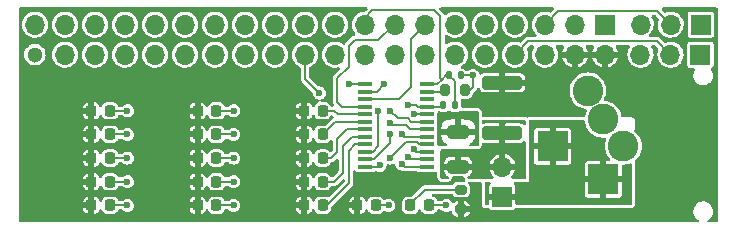
<source format=gbr>
%TF.GenerationSoftware,KiCad,Pcbnew,(6.0.1)*%
%TF.CreationDate,2022-02-13T16:15:42+01:00*%
%TF.ProjectId,PiStackMon_lite,50695374-6163-46b4-9d6f-6e5f6c697465,rev?*%
%TF.SameCoordinates,Original*%
%TF.FileFunction,Copper,L1,Top*%
%TF.FilePolarity,Positive*%
%FSLAX46Y46*%
G04 Gerber Fmt 4.6, Leading zero omitted, Abs format (unit mm)*
G04 Created by KiCad (PCBNEW (6.0.1)) date 2022-02-13 16:15:42*
%MOMM*%
%LPD*%
G01*
G04 APERTURE LIST*
G04 Aperture macros list*
%AMRoundRect*
0 Rectangle with rounded corners*
0 $1 Rounding radius*
0 $2 $3 $4 $5 $6 $7 $8 $9 X,Y pos of 4 corners*
0 Add a 4 corners polygon primitive as box body*
4,1,4,$2,$3,$4,$5,$6,$7,$8,$9,$2,$3,0*
0 Add four circle primitives for the rounded corners*
1,1,$1+$1,$2,$3*
1,1,$1+$1,$4,$5*
1,1,$1+$1,$6,$7*
1,1,$1+$1,$8,$9*
0 Add four rect primitives between the rounded corners*
20,1,$1+$1,$2,$3,$4,$5,0*
20,1,$1+$1,$4,$5,$6,$7,0*
20,1,$1+$1,$6,$7,$8,$9,0*
20,1,$1+$1,$8,$9,$2,$3,0*%
G04 Aperture macros list end*
%TA.AperFunction,SMDPad,CuDef*%
%ADD10RoundRect,0.218750X0.218750X0.256250X-0.218750X0.256250X-0.218750X-0.256250X0.218750X-0.256250X0*%
%TD*%
%TA.AperFunction,ComponentPad*%
%ADD11R,1.700000X1.700000*%
%TD*%
%TA.AperFunction,ComponentPad*%
%ADD12O,1.700000X1.700000*%
%TD*%
%TA.AperFunction,SMDPad,CuDef*%
%ADD13RoundRect,0.200000X-0.200000X-0.275000X0.200000X-0.275000X0.200000X0.275000X-0.200000X0.275000X0*%
%TD*%
%TA.AperFunction,SMDPad,CuDef*%
%ADD14R,1.200000X0.400000*%
%TD*%
%TA.AperFunction,ComponentPad*%
%ADD15R,2.600000X2.600000*%
%TD*%
%TA.AperFunction,ComponentPad*%
%ADD16C,2.600000*%
%TD*%
%TA.AperFunction,SMDPad,CuDef*%
%ADD17RoundRect,0.250000X-1.450000X0.312500X-1.450000X-0.312500X1.450000X-0.312500X1.450000X0.312500X0*%
%TD*%
%TA.AperFunction,SMDPad,CuDef*%
%ADD18RoundRect,0.200000X0.275000X-0.200000X0.275000X0.200000X-0.275000X0.200000X-0.275000X-0.200000X0*%
%TD*%
%TA.AperFunction,SMDPad,CuDef*%
%ADD19RoundRect,0.250000X0.650000X-0.325000X0.650000X0.325000X-0.650000X0.325000X-0.650000X-0.325000X0*%
%TD*%
%TA.AperFunction,SMDPad,CuDef*%
%ADD20RoundRect,0.135000X-0.135000X-0.185000X0.135000X-0.185000X0.135000X0.185000X-0.135000X0.185000X0*%
%TD*%
%TA.AperFunction,SMDPad,CuDef*%
%ADD21RoundRect,0.140000X-0.140000X-0.170000X0.140000X-0.170000X0.140000X0.170000X-0.140000X0.170000X0*%
%TD*%
%TA.AperFunction,WasherPad*%
%ADD22C,1.300000*%
%TD*%
%TA.AperFunction,ViaPad*%
%ADD23C,0.600000*%
%TD*%
%TA.AperFunction,Conductor*%
%ADD24C,0.200000*%
%TD*%
G04 APERTURE END LIST*
D10*
%TO.P,D2,1,K*%
%TO.N,Net-(D2-Pad1)*%
X49037500Y-43500000D03*
%TO.P,D2,2,A*%
%TO.N,+5V*%
X47462500Y-43500000D03*
%TD*%
%TO.P,D3,1,K*%
%TO.N,Net-(D3-Pad1)*%
X49037500Y-41500000D03*
%TO.P,D3,2,A*%
%TO.N,+5V*%
X47462500Y-41500000D03*
%TD*%
D11*
%TO.P,JP1,1,A*%
%TO.N,+5VP*%
X64250000Y-44775000D03*
D12*
%TO.P,JP1,2,B*%
%TO.N,Net-(C1-Pad1)*%
X64250000Y-42235000D03*
%TD*%
D10*
%TO.P,D6,1,K*%
%TO.N,Net-(D6-Pad1)*%
X40037500Y-45500000D03*
%TO.P,D6,2,A*%
%TO.N,+5V*%
X38462500Y-45500000D03*
%TD*%
%TO.P,D7,1,K*%
%TO.N,Net-(D7-Pad1)*%
X40037500Y-43500000D03*
%TO.P,D7,2,A*%
%TO.N,+5V*%
X38462500Y-43500000D03*
%TD*%
%TO.P,D8,1,K*%
%TO.N,Net-(D8-Pad1)*%
X40037500Y-41500000D03*
%TO.P,D8,2,A*%
%TO.N,+5V*%
X38462500Y-41500000D03*
%TD*%
%TO.P,D9,1,K*%
%TO.N,Net-(D9-Pad1)*%
X40037500Y-39500000D03*
%TO.P,D9,2,A*%
%TO.N,+5V*%
X38462500Y-39500000D03*
%TD*%
%TO.P,D10,1,K*%
%TO.N,Net-(D10-Pad1)*%
X40037500Y-37500000D03*
%TO.P,D10,2,A*%
%TO.N,+5V*%
X38462500Y-37500000D03*
%TD*%
%TO.P,D12,1,K*%
%TO.N,Net-(D12-Pad1)*%
X31037500Y-39500000D03*
%TO.P,D12,2,A*%
%TO.N,+5V*%
X29462500Y-39500000D03*
%TD*%
%TO.P,D13,1,K*%
%TO.N,Net-(D13-Pad1)*%
X31037500Y-41500000D03*
%TO.P,D13,2,A*%
%TO.N,+5V*%
X29462500Y-41500000D03*
%TD*%
D13*
%TO.P,R2,1*%
%TO.N,Net-(R2-Pad1)*%
X59425000Y-35750000D03*
%TO.P,R2,2*%
%TO.N,GND*%
X61075000Y-35750000D03*
%TD*%
D10*
%TO.P,D14,1,K*%
%TO.N,Net-(D14-Pad1)*%
X31037500Y-43500000D03*
%TO.P,D14,2,A*%
%TO.N,+5V*%
X29462500Y-43500000D03*
%TD*%
%TO.P,D5,1,K*%
%TO.N,Net-(D5-Pad1)*%
X49037500Y-37500000D03*
%TO.P,D5,2,A*%
%TO.N,+5V*%
X47462500Y-37500000D03*
%TD*%
%TO.P,D15,1,K*%
%TO.N,Net-(D15-Pad1)*%
X31037500Y-45500000D03*
%TO.P,D15,2,A*%
%TO.N,+5V*%
X29462500Y-45500000D03*
%TD*%
%TO.P,D11,1,K*%
%TO.N,Net-(D11-Pad1)*%
X31037500Y-37500000D03*
%TO.P,D11,2,A*%
%TO.N,+5V*%
X29462500Y-37500000D03*
%TD*%
D14*
%TO.P,U1,1,GND*%
%TO.N,GND*%
X52650000Y-35257500D03*
%TO.P,U1,2,SDI*%
%TO.N,/GPIO17(GEN0)*%
X52650000Y-35892500D03*
%TO.P,U1,3,CLK*%
%TO.N,/GPIO27(GEN2)*%
X52650000Y-36527500D03*
%TO.P,U1,4,LE/DM1*%
%TO.N,/GPIO22(GEN3)*%
X52650000Y-37162500D03*
%TO.P,U1,5,~{OUT0}*%
%TO.N,Net-(D5-Pad1)*%
X52650000Y-37797500D03*
%TO.P,U1,6,~{OUT1}*%
%TO.N,Net-(D4-Pad1)*%
X52650000Y-38432500D03*
%TO.P,U1,7,~{OUT2}*%
%TO.N,Net-(D3-Pad1)*%
X52650000Y-39067500D03*
%TO.P,U1,8,~{OUT3}*%
%TO.N,Net-(D2-Pad1)*%
X52650000Y-39702500D03*
%TO.P,U1,9,~{OUT4}*%
%TO.N,Net-(D1-Pad1)*%
X52650000Y-40337500D03*
%TO.P,U1,10,~{OUT5}*%
%TO.N,Net-(D10-Pad1)*%
X52650000Y-40972500D03*
%TO.P,U1,11,~{OUT6}*%
%TO.N,Net-(D9-Pad1)*%
X52650000Y-41607500D03*
%TO.P,U1,12,~{OUT7}*%
%TO.N,Net-(D8-Pad1)*%
X52650000Y-42242500D03*
%TO.P,U1,13,~{OUT8}*%
%TO.N,Net-(D7-Pad1)*%
X57850000Y-42242500D03*
%TO.P,U1,14,~{OUT9}*%
%TO.N,Net-(D6-Pad1)*%
X57850000Y-41607500D03*
%TO.P,U1,15,~{OUT10}*%
%TO.N,Net-(D14-Pad1)*%
X57850000Y-40972500D03*
%TO.P,U1,16,~{OUT11}*%
%TO.N,Net-(D15-Pad1)*%
X57850000Y-40337500D03*
%TO.P,U1,17,~{OUT12}*%
%TO.N,Net-(D13-Pad1)*%
X57850000Y-39702500D03*
%TO.P,U1,18,~{OUT13}*%
%TO.N,Net-(D12-Pad1)*%
X57850000Y-39067500D03*
%TO.P,U1,19,~{OUT14}*%
%TO.N,Net-(D11-Pad1)*%
X57850000Y-38432500D03*
%TO.P,U1,20,~{OUT15}*%
%TO.N,Net-(D17-Pad1)*%
X57850000Y-37797500D03*
%TO.P,U1,21,~{OE/DM2}*%
%TO.N,/GPIO25(GEN6)*%
X57850000Y-37162500D03*
%TO.P,U1,22,SDO*%
%TO.N,unconnected-(U1-Pad22)*%
X57850000Y-36527500D03*
%TO.P,U1,23,R-EXT*%
%TO.N,Net-(R2-Pad1)*%
X57850000Y-35892500D03*
%TO.P,U1,24,VDD*%
%TO.N,+3V3*%
X57850000Y-35257500D03*
%TD*%
D15*
%TO.P,J3,1,Pin_1*%
%TO.N,+5VP*%
X72800000Y-43295000D03*
D16*
%TO.P,J3,2,Pin_2*%
%TO.N,GND*%
X72800000Y-38215000D03*
%TD*%
D17*
%TO.P,F1,1*%
%TO.N,+5V*%
X64250000Y-35112500D03*
%TO.P,F1,2*%
%TO.N,Net-(C1-Pad1)*%
X64250000Y-39387500D03*
%TD*%
D10*
%TO.P,D16,1,K*%
%TO.N,GND*%
X58037500Y-45500000D03*
%TO.P,D16,2,A*%
%TO.N,Net-(D16-Pad2)*%
X56462500Y-45500000D03*
%TD*%
%TO.P,D1,1,K*%
%TO.N,Net-(D1-Pad1)*%
X49037500Y-45500000D03*
%TO.P,D1,2,A*%
%TO.N,+5V*%
X47462500Y-45500000D03*
%TD*%
D18*
%TO.P,R3,1*%
%TO.N,+5V*%
X60750000Y-45825000D03*
%TO.P,R3,2*%
%TO.N,Net-(D16-Pad2)*%
X60750000Y-44175000D03*
%TD*%
D10*
%TO.P,D4,1,K*%
%TO.N,Net-(D4-Pad1)*%
X49037500Y-39500000D03*
%TO.P,D4,2,A*%
%TO.N,+5V*%
X47462500Y-39500000D03*
%TD*%
D19*
%TO.P,C1,1*%
%TO.N,Net-(C1-Pad1)*%
X60500000Y-42225000D03*
%TO.P,C1,2*%
%TO.N,GND*%
X60500000Y-39275000D03*
%TD*%
D11*
%TO.P,J1,1,Pin_1*%
%TO.N,/GPIO2(SDA1)*%
X81040000Y-30200000D03*
D12*
%TO.P,J1,2,Pin_2*%
%TO.N,/GPIO3(SCL1)*%
X78500000Y-30200000D03*
%TO.P,J1,3,Pin_3*%
%TO.N,/3V3_2*%
X75960000Y-30200000D03*
%TD*%
D20*
%TO.P,R5,1*%
%TO.N,/GPIO25(GEN6)*%
X59240000Y-37000000D03*
%TO.P,R5,2*%
%TO.N,+3V3*%
X60260000Y-37000000D03*
%TD*%
D21*
%TO.P,C2,1*%
%TO.N,+3V3*%
X59770000Y-34500000D03*
%TO.P,C2,2*%
%TO.N,GND*%
X60730000Y-34500000D03*
%TD*%
D11*
%TO.P,J2,1,Pin_1*%
%TO.N,GND*%
X81025000Y-32750000D03*
D12*
%TO.P,J2,2,Pin_2*%
%TO.N,/GPIO14(TXD0)*%
X78485000Y-32750000D03*
%TO.P,J2,3,Pin_3*%
%TO.N,/GPIO15(RXD0)*%
X75945000Y-32750000D03*
%TD*%
D15*
%TO.P,J5,1,Pin_1*%
%TO.N,+5VP*%
X68500000Y-40500000D03*
D16*
%TO.P,J5,2,Pin_2*%
%TO.N,GND*%
X74500000Y-40500000D03*
%TO.P,J5,3,Pin_3*%
X71500000Y-35800000D03*
%TD*%
D10*
%TO.P,D17,1,K*%
%TO.N,Net-(D17-Pad1)*%
X53537500Y-45500000D03*
%TO.P,D17,2,A*%
%TO.N,+5V*%
X51962500Y-45500000D03*
%TD*%
D22*
%TO.P,P1,*%
%TO.N,*%
X24670000Y-32740000D03*
D11*
%TO.P,P1,1,Pin_1*%
%TO.N,/3V3_2*%
X72930000Y-30200000D03*
D12*
%TO.P,P1,2,Pin_2*%
%TO.N,+5V*%
X72930000Y-32740000D03*
%TO.P,P1,3,Pin_3*%
%TO.N,/GPIO2(SDA1)*%
X70390000Y-30200000D03*
%TO.P,P1,4,Pin_4*%
%TO.N,+5V*%
X70390000Y-32740000D03*
%TO.P,P1,5,Pin_5*%
%TO.N,/GPIO3(SCL1)*%
X67850000Y-30200000D03*
%TO.P,P1,6,Pin_6*%
%TO.N,GND*%
X67850000Y-32740000D03*
%TO.P,P1,7,Pin_7*%
%TO.N,/GPIO4(1Wire_Default)*%
X65310000Y-30200000D03*
%TO.P,P1,8,Pin_8*%
%TO.N,/GPIO14(TXD0)*%
X65310000Y-32740000D03*
%TO.P,P1,9,Pin_9*%
%TO.N,GND*%
X62770000Y-30200000D03*
%TO.P,P1,10,Pin_10*%
%TO.N,/GPIO15(RXD0)*%
X62770000Y-32740000D03*
%TO.P,P1,11,Pin_11*%
%TO.N,/GPIO17(GEN0)*%
X60230000Y-30200000D03*
%TO.P,P1,12,Pin_12*%
%TO.N,/GPIO18(GEN1)(PWM0)*%
X60230000Y-32740000D03*
%TO.P,P1,13,Pin_13*%
%TO.N,/GPIO27(GEN2)*%
X57690000Y-30200000D03*
%TO.P,P1,14,Pin_14*%
%TO.N,GND*%
X57690000Y-32740000D03*
%TO.P,P1,15,Pin_15*%
%TO.N,/GPIO22(GEN3)*%
X55150000Y-30200000D03*
%TO.P,P1,16,Pin_16*%
%TO.N,/GPIO23(GEN4)*%
X55150000Y-32740000D03*
%TO.P,P1,17,Pin_17*%
%TO.N,+3V3*%
X52610000Y-30200000D03*
%TO.P,P1,18,Pin_18*%
%TO.N,/GPIO24(GEN5)*%
X52610000Y-32740000D03*
%TO.P,P1,19,Pin_19*%
%TO.N,/GPIO10(SPI0_MOSI)*%
X50070000Y-30200000D03*
%TO.P,P1,20,Pin_20*%
%TO.N,GND*%
X50070000Y-32740000D03*
%TO.P,P1,21,Pin_21*%
%TO.N,/GPIO9(SPI0_MISO)*%
X47530000Y-30200000D03*
%TO.P,P1,22,Pin_22*%
%TO.N,/GPIO25(GEN6)*%
X47530000Y-32740000D03*
%TO.P,P1,23,Pin_23*%
%TO.N,/GPIO11(SPI0_SCK)*%
X44990000Y-30200000D03*
%TO.P,P1,24,Pin_24*%
%TO.N,/GPIO8(SPI0_CE0_N)*%
X44990000Y-32740000D03*
%TO.P,P1,25,Pin_25*%
%TO.N,GND*%
X42450000Y-30200000D03*
%TO.P,P1,26,Pin_26*%
%TO.N,/GPIO7(SPI0_CE1_N)*%
X42450000Y-32740000D03*
%TO.P,P1,27,Pin_27*%
%TO.N,/ID_SD*%
X39910000Y-30200000D03*
%TO.P,P1,28,Pin_28*%
%TO.N,/ID_SC*%
X39910000Y-32740000D03*
%TO.P,P1,29,Pin_29*%
%TO.N,/GPIO5*%
X37370000Y-30200000D03*
%TO.P,P1,30,Pin_30*%
%TO.N,GND*%
X37370000Y-32740000D03*
%TO.P,P1,31,Pin_31*%
%TO.N,/GPIO6*%
X34830000Y-30200000D03*
%TO.P,P1,32,Pin_32*%
%TO.N,/GPIO12(PWM0)*%
X34830000Y-32740000D03*
%TO.P,P1,33,Pin_33*%
%TO.N,/GPIO13(PWM1)*%
X32290000Y-30200000D03*
%TO.P,P1,34,Pin_34*%
%TO.N,GND*%
X32290000Y-32740000D03*
%TO.P,P1,35,Pin_35*%
%TO.N,/GPIO19(SPI1_MISO)*%
X29750000Y-30200000D03*
%TO.P,P1,36,Pin_36*%
%TO.N,/GPIO16*%
X29750000Y-32740000D03*
%TO.P,P1,37,Pin_37*%
%TO.N,/GPIO26*%
X27210000Y-30200000D03*
%TO.P,P1,38,Pin_38*%
%TO.N,/GPIO20(SPI1_MOSI)*%
X27210000Y-32740000D03*
%TO.P,P1,39,Pin_39*%
%TO.N,GND*%
X24670000Y-30200000D03*
%TD*%
D23*
%TO.N,GND*%
X61750000Y-34500000D03*
X59750000Y-38000000D03*
X60500000Y-38000000D03*
X51250000Y-35250000D03*
X59500000Y-45500000D03*
X61250000Y-38000000D03*
%TO.N,/GPIO17(GEN0)*%
X54250000Y-35250000D03*
%TO.N,/GPIO25(GEN6)*%
X56250000Y-37000000D03*
X48750000Y-36000000D03*
%TO.N,Net-(D6-Pad1)*%
X41500000Y-45500000D03*
X56301656Y-41421313D03*
%TO.N,Net-(D7-Pad1)*%
X41500000Y-43500000D03*
X55750000Y-42000000D03*
%TO.N,Net-(D8-Pad1)*%
X41500000Y-41500000D03*
X53875000Y-42125000D03*
%TO.N,Net-(D9-Pad1)*%
X54750000Y-39500000D03*
X41500000Y-39500000D03*
%TO.N,Net-(D10-Pad1)*%
X41500000Y-37500000D03*
X53750000Y-37500000D03*
%TO.N,Net-(D11-Pad1)*%
X32500000Y-37500000D03*
X54750000Y-37500000D03*
%TO.N,Net-(D12-Pad1)*%
X32500000Y-39500000D03*
X54750000Y-38500000D03*
%TO.N,Net-(D13-Pad1)*%
X32500000Y-41500000D03*
X55750000Y-39500000D03*
%TO.N,Net-(D14-Pad1)*%
X32500000Y-43500000D03*
X56750000Y-40750000D03*
%TO.N,Net-(D15-Pad1)*%
X54750000Y-41500000D03*
X32500000Y-45500000D03*
%TO.N,Net-(D17-Pad1)*%
X54625000Y-45500000D03*
X56750000Y-37750000D03*
%TD*%
D24*
%TO.N,+3V3*%
X59770000Y-34520000D02*
X60260000Y-35010000D01*
X59121787Y-34871787D02*
X58739286Y-35254287D01*
X52610000Y-29640000D02*
X52610000Y-30200000D01*
X59770000Y-34500000D02*
X59770000Y-34520000D01*
X59000000Y-29500000D02*
X58500000Y-29000000D01*
X57850000Y-35257500D02*
X58742500Y-35257500D01*
X53250000Y-29000000D02*
X52610000Y-29640000D01*
X58500000Y-29000000D02*
X53250000Y-29000000D01*
X60260000Y-35010000D02*
X60260000Y-37000000D01*
X59770000Y-34500000D02*
X59493573Y-34500000D01*
X59493573Y-34500000D02*
X59121787Y-34871787D01*
X59000000Y-34750000D02*
X59121787Y-34871787D01*
X59000000Y-29500000D02*
X59000000Y-34750000D01*
%TO.N,GND*%
X52650000Y-35257500D02*
X51257500Y-35257500D01*
X60730000Y-34500000D02*
X61750000Y-34500000D01*
X61500000Y-35750000D02*
X61750000Y-35500000D01*
X51257500Y-35257500D02*
X51250000Y-35250000D01*
X61075000Y-35750000D02*
X61500000Y-35750000D01*
X58037500Y-45500000D02*
X59500000Y-45500000D01*
X61750000Y-35500000D02*
X61750000Y-34500000D01*
%TO.N,/GPIO3(SCL1)*%
X68999511Y-29050489D02*
X77350489Y-29050489D01*
X77350489Y-29050489D02*
X78500000Y-30200000D01*
X67850000Y-30200000D02*
X68999511Y-29050489D01*
%TO.N,/GPIO14(TXD0)*%
X66459511Y-31590489D02*
X65310000Y-32740000D01*
X77325489Y-31590489D02*
X66459511Y-31590489D01*
X78485000Y-32750000D02*
X77325489Y-31590489D01*
%TO.N,/GPIO17(GEN0)*%
X53607500Y-35892500D02*
X54250000Y-35250000D01*
X52650000Y-35892500D02*
X53607500Y-35892500D01*
%TO.N,/GPIO27(GEN2)*%
X56500000Y-35500000D02*
X56500000Y-31390000D01*
X55472500Y-36527500D02*
X56500000Y-35500000D01*
X56500000Y-31390000D02*
X57690000Y-30200000D01*
X52650000Y-36527500D02*
X55472500Y-36527500D01*
%TO.N,/GPIO22(GEN3)*%
X51250000Y-32000000D02*
X51750000Y-31500000D01*
X50662500Y-37162500D02*
X50250000Y-36750000D01*
X50250000Y-36750000D02*
X50250000Y-34750000D01*
X51250000Y-33750000D02*
X51250000Y-32000000D01*
X55050000Y-30200000D02*
X55150000Y-30200000D01*
X53750000Y-31500000D02*
X55050000Y-30200000D01*
X52650000Y-37162500D02*
X50662500Y-37162500D01*
X50250000Y-34750000D02*
X51250000Y-33750000D01*
X51750000Y-31500000D02*
X53750000Y-31500000D01*
%TO.N,/GPIO25(GEN6)*%
X57850000Y-37162500D02*
X59077500Y-37162500D01*
X56923478Y-37000000D02*
X56250000Y-37000000D01*
X59077500Y-37162500D02*
X59240000Y-37000000D01*
X47530000Y-34780000D02*
X47530000Y-32740000D01*
X57085978Y-37162500D02*
X56923478Y-37000000D01*
X48750000Y-36000000D02*
X47530000Y-34780000D01*
X57850000Y-37162500D02*
X57085978Y-37162500D01*
%TO.N,Net-(D1-Pad1)*%
X49037500Y-45500000D02*
X49375000Y-45500000D01*
X51250000Y-43625000D02*
X51250000Y-40875000D01*
X51250000Y-40875000D02*
X51787500Y-40337500D01*
X51787500Y-40337500D02*
X52650000Y-40337500D01*
X49375000Y-45500000D02*
X51250000Y-43625000D01*
%TO.N,Net-(D2-Pad1)*%
X51547500Y-39702500D02*
X50750000Y-40500000D01*
X50750000Y-42750000D02*
X50000000Y-43500000D01*
X50000000Y-43500000D02*
X49037500Y-43500000D01*
X50750000Y-40500000D02*
X50750000Y-42750000D01*
X52650000Y-39702500D02*
X51547500Y-39702500D01*
%TO.N,Net-(D3-Pad1)*%
X51057500Y-39067500D02*
X52650000Y-39067500D01*
X50250000Y-41000000D02*
X50250000Y-39875000D01*
X49750000Y-41500000D02*
X49037500Y-41500000D01*
X50250000Y-39875000D02*
X51057500Y-39067500D01*
X50250000Y-41000000D02*
X49750000Y-41500000D01*
%TO.N,Net-(D4-Pad1)*%
X52650000Y-38432500D02*
X50105000Y-38432500D01*
X50105000Y-38432500D02*
X49037500Y-39500000D01*
%TO.N,Net-(D5-Pad1)*%
X50000000Y-37500000D02*
X50297500Y-37797500D01*
X50297500Y-37797500D02*
X52650000Y-37797500D01*
X49037500Y-37500000D02*
X50000000Y-37500000D01*
%TO.N,Net-(D6-Pad1)*%
X56487843Y-41607500D02*
X56301656Y-41421313D01*
X40037500Y-45500000D02*
X41500000Y-45500000D01*
X57850000Y-41607500D02*
X56487843Y-41607500D01*
%TO.N,Net-(D7-Pad1)*%
X55992500Y-42242500D02*
X55750000Y-42000000D01*
X40037500Y-43500000D02*
X41500000Y-43500000D01*
X57850000Y-42242500D02*
X55992500Y-42242500D01*
%TO.N,Net-(D8-Pad1)*%
X53757500Y-42242500D02*
X53875000Y-42125000D01*
X52650000Y-42242500D02*
X53757500Y-42242500D01*
X40037500Y-41500000D02*
X41500000Y-41500000D01*
%TO.N,Net-(D9-Pad1)*%
X52650000Y-41607500D02*
X53392500Y-41607500D01*
X40037500Y-39500000D02*
X41500000Y-39500000D01*
X53392500Y-41607500D02*
X54750000Y-40250000D01*
X54750000Y-40250000D02*
X54750000Y-39500000D01*
%TO.N,Net-(D10-Pad1)*%
X53750000Y-40500000D02*
X53750000Y-37500000D01*
X40037500Y-37500000D02*
X41500000Y-37500000D01*
X52650000Y-40972500D02*
X53277500Y-40972500D01*
X53277500Y-40972500D02*
X53750000Y-40500000D01*
%TO.N,Net-(D11-Pad1)*%
X56557500Y-38432500D02*
X56250000Y-38125000D01*
X31037500Y-37500000D02*
X32500000Y-37500000D01*
X56250000Y-38125000D02*
X55375000Y-38125000D01*
X55375000Y-38125000D02*
X54750000Y-37500000D01*
X57850000Y-38432500D02*
X56557500Y-38432500D01*
%TO.N,Net-(D12-Pad1)*%
X57850000Y-39067500D02*
X56442500Y-39067500D01*
X56067500Y-38692500D02*
X54942500Y-38692500D01*
X56442500Y-39067500D02*
X56067500Y-38692500D01*
X54942500Y-38692500D02*
X54750000Y-38500000D01*
X31037500Y-39500000D02*
X32500000Y-39500000D01*
%TO.N,Net-(D13-Pad1)*%
X57850000Y-39702500D02*
X55952500Y-39702500D01*
X31037500Y-41500000D02*
X32500000Y-41500000D01*
X55952500Y-39702500D02*
X55750000Y-39500000D01*
%TO.N,Net-(D14-Pad1)*%
X56972500Y-40972500D02*
X56750000Y-40750000D01*
X31037500Y-43500000D02*
X32500000Y-43500000D01*
X57850000Y-40972500D02*
X56972500Y-40972500D01*
%TO.N,Net-(D15-Pad1)*%
X56125000Y-40125000D02*
X54750000Y-41500000D01*
X57850000Y-40337500D02*
X57207506Y-40337500D01*
X56995006Y-40125000D02*
X56125000Y-40125000D01*
X57207506Y-40337500D02*
X56995006Y-40125000D01*
X31037500Y-45500000D02*
X32500000Y-45500000D01*
%TO.N,Net-(D16-Pad2)*%
X56462500Y-45412500D02*
X57700000Y-44175000D01*
X56462500Y-45500000D02*
X56462500Y-45412500D01*
X57700000Y-44175000D02*
X60750000Y-44175000D01*
%TO.N,Net-(R2-Pad1)*%
X59282500Y-35892500D02*
X59425000Y-35750000D01*
X57850000Y-35892500D02*
X59282500Y-35892500D01*
%TO.N,Net-(D17-Pad1)*%
X53537500Y-45500000D02*
X54625000Y-45500000D01*
X57047500Y-37797500D02*
X57850000Y-37797500D01*
X56750000Y-37750000D02*
X57047500Y-37797500D01*
%TD*%
%TA.AperFunction,Conductor*%
%TO.N,GND*%
G36*
X59912227Y-37513733D02*
G01*
X60003138Y-37560054D01*
X60012927Y-37561604D01*
X60012929Y-37561605D01*
X60039421Y-37565801D01*
X60094347Y-37574500D01*
X60259966Y-37574500D01*
X60425652Y-37574499D01*
X60430546Y-37573724D01*
X60507064Y-37561606D01*
X60507066Y-37561605D01*
X60516862Y-37560054D01*
X60607773Y-37513733D01*
X60664975Y-37500000D01*
X62124000Y-37500000D01*
X62192121Y-37520002D01*
X62238614Y-37573658D01*
X62250000Y-37626000D01*
X62250000Y-40374000D01*
X62229998Y-40442121D01*
X62176342Y-40488614D01*
X62124000Y-40500000D01*
X61579203Y-40500000D01*
X61511082Y-40479998D01*
X61464589Y-40426342D01*
X61454485Y-40356068D01*
X61483979Y-40291488D01*
X61512900Y-40266856D01*
X61617807Y-40201937D01*
X61629208Y-40192901D01*
X61743739Y-40078171D01*
X61752751Y-40066760D01*
X61837816Y-39928757D01*
X61843963Y-39915576D01*
X61895138Y-39761290D01*
X61898005Y-39747914D01*
X61907672Y-39653562D01*
X61908000Y-39647146D01*
X61908000Y-39547115D01*
X61903525Y-39531876D01*
X61902135Y-39530671D01*
X61894452Y-39529000D01*
X59110116Y-39529000D01*
X59094877Y-39533475D01*
X59093672Y-39534865D01*
X59092001Y-39542548D01*
X59092001Y-39647095D01*
X59092338Y-39653614D01*
X59102257Y-39749206D01*
X59105149Y-39762600D01*
X59156588Y-39916784D01*
X59162761Y-39929962D01*
X59248063Y-40067807D01*
X59257099Y-40079208D01*
X59371829Y-40193739D01*
X59383240Y-40202751D01*
X59487050Y-40266740D01*
X59534543Y-40319512D01*
X59545967Y-40389584D01*
X59517693Y-40454707D01*
X59458699Y-40494207D01*
X59420934Y-40500000D01*
X58876000Y-40500000D01*
X58807879Y-40479998D01*
X58761386Y-40426342D01*
X58750000Y-40374000D01*
X58750000Y-39002885D01*
X59092000Y-39002885D01*
X59096475Y-39018124D01*
X59097865Y-39019329D01*
X59105548Y-39021000D01*
X60227885Y-39021000D01*
X60243124Y-39016525D01*
X60244329Y-39015135D01*
X60246000Y-39007452D01*
X60246000Y-39002885D01*
X60754000Y-39002885D01*
X60758475Y-39018124D01*
X60759865Y-39019329D01*
X60767548Y-39021000D01*
X61889884Y-39021000D01*
X61905123Y-39016525D01*
X61906328Y-39015135D01*
X61907999Y-39007452D01*
X61907999Y-38902905D01*
X61907662Y-38896386D01*
X61897743Y-38800794D01*
X61894851Y-38787400D01*
X61843412Y-38633216D01*
X61837239Y-38620038D01*
X61751937Y-38482193D01*
X61742901Y-38470792D01*
X61628171Y-38356261D01*
X61616760Y-38347249D01*
X61478757Y-38262184D01*
X61465576Y-38256037D01*
X61311290Y-38204862D01*
X61297914Y-38201995D01*
X61203562Y-38192328D01*
X61197145Y-38192000D01*
X60772115Y-38192000D01*
X60756876Y-38196475D01*
X60755671Y-38197865D01*
X60754000Y-38205548D01*
X60754000Y-39002885D01*
X60246000Y-39002885D01*
X60246000Y-38210116D01*
X60241525Y-38194877D01*
X60240135Y-38193672D01*
X60232452Y-38192001D01*
X59802905Y-38192001D01*
X59796386Y-38192338D01*
X59700794Y-38202257D01*
X59687400Y-38205149D01*
X59533216Y-38256588D01*
X59520038Y-38262761D01*
X59382193Y-38348063D01*
X59370792Y-38357099D01*
X59256261Y-38471829D01*
X59247249Y-38483240D01*
X59162184Y-38621243D01*
X59156037Y-38634424D01*
X59104862Y-38788710D01*
X59101995Y-38802086D01*
X59092328Y-38896438D01*
X59092000Y-38902855D01*
X59092000Y-39002885D01*
X58750000Y-39002885D01*
X58750000Y-37646878D01*
X58770002Y-37578757D01*
X58823658Y-37532264D01*
X58893932Y-37522160D01*
X58933204Y-37534611D01*
X58983138Y-37560054D01*
X58992927Y-37561604D01*
X58992929Y-37561605D01*
X59019421Y-37565801D01*
X59074347Y-37574500D01*
X59239966Y-37574500D01*
X59405652Y-37574499D01*
X59410546Y-37573724D01*
X59487064Y-37561606D01*
X59487066Y-37561605D01*
X59496862Y-37560054D01*
X59587773Y-37513733D01*
X59644975Y-37500000D01*
X59855025Y-37500000D01*
X59912227Y-37513733D01*
G37*
%TD.AperFunction*%
%TD*%
%TA.AperFunction,Conductor*%
%TO.N,Net-(C1-Pad1)*%
G36*
X66192121Y-38270002D02*
G01*
X66238614Y-38323658D01*
X66250000Y-38376000D01*
X66250000Y-38605424D01*
X66229998Y-38673545D01*
X66176342Y-38720038D01*
X66106068Y-38730142D01*
X66048435Y-38706250D01*
X65951704Y-38633754D01*
X65936118Y-38625222D01*
X65816735Y-38580467D01*
X65801490Y-38576842D01*
X65751108Y-38571369D01*
X65744294Y-38571000D01*
X64522115Y-38571000D01*
X64506876Y-38575475D01*
X64505671Y-38576865D01*
X64504000Y-38584548D01*
X64504000Y-40185884D01*
X64508475Y-40201123D01*
X64509865Y-40202328D01*
X64517548Y-40203999D01*
X65744292Y-40203999D01*
X65751110Y-40203630D01*
X65801482Y-40198159D01*
X65816741Y-40194530D01*
X65936118Y-40149778D01*
X65951704Y-40141246D01*
X66048435Y-40068750D01*
X66114942Y-40043902D01*
X66184324Y-40058955D01*
X66234554Y-40109129D01*
X66250000Y-40169576D01*
X66250000Y-43124000D01*
X66229998Y-43192121D01*
X66176342Y-43238614D01*
X66124000Y-43250000D01*
X65104779Y-43250000D01*
X65036658Y-43229998D01*
X64990165Y-43176342D01*
X64980061Y-43106068D01*
X65009555Y-43041488D01*
X65024208Y-43027127D01*
X65029556Y-43022679D01*
X65037682Y-43014553D01*
X65160042Y-42867430D01*
X65166552Y-42857958D01*
X65260056Y-42690994D01*
X65264730Y-42680497D01*
X65325443Y-42501644D01*
X65324210Y-42492993D01*
X65310642Y-42489000D01*
X63193494Y-42489000D01*
X63179963Y-42492973D01*
X63178671Y-42501962D01*
X63203443Y-42599502D01*
X63207284Y-42610348D01*
X63287394Y-42784120D01*
X63293145Y-42794081D01*
X63403579Y-42950343D01*
X63411057Y-42959098D01*
X63487686Y-43033746D01*
X63522524Y-43095607D01*
X63518387Y-43166483D01*
X63476588Y-43223871D01*
X63410399Y-43249550D01*
X63399765Y-43250000D01*
X61413703Y-43250000D01*
X61345582Y-43229998D01*
X61299089Y-43176342D01*
X61288985Y-43106068D01*
X61318479Y-43041488D01*
X61369474Y-43006018D01*
X61386118Y-42999778D01*
X61401704Y-42991246D01*
X61502867Y-42915428D01*
X61515428Y-42902867D01*
X61591246Y-42801704D01*
X61599778Y-42786118D01*
X61644533Y-42666735D01*
X61648158Y-42651490D01*
X61653631Y-42601108D01*
X61654000Y-42594294D01*
X61654000Y-42497115D01*
X61649525Y-42481876D01*
X61648135Y-42480671D01*
X61640452Y-42479000D01*
X59364116Y-42479000D01*
X59348877Y-42483475D01*
X59347672Y-42484865D01*
X59346001Y-42492548D01*
X59346001Y-42594292D01*
X59346370Y-42601110D01*
X59351841Y-42651482D01*
X59355470Y-42666741D01*
X59400222Y-42786118D01*
X59408754Y-42801704D01*
X59484572Y-42902867D01*
X59497133Y-42915428D01*
X59598296Y-42991246D01*
X59613882Y-42999778D01*
X59630526Y-43006018D01*
X59687291Y-43048659D01*
X59711991Y-43115221D01*
X59696784Y-43184570D01*
X59646498Y-43234688D01*
X59586297Y-43250000D01*
X59126000Y-43250000D01*
X59057879Y-43229998D01*
X59011386Y-43176342D01*
X59000000Y-43124000D01*
X59000000Y-41977799D01*
X63177943Y-41977799D01*
X63184675Y-41981000D01*
X63977885Y-41981000D01*
X63993124Y-41976525D01*
X63994329Y-41975135D01*
X63996000Y-41967452D01*
X63996000Y-41962885D01*
X64504000Y-41962885D01*
X64508475Y-41978124D01*
X64509865Y-41979329D01*
X64517548Y-41981000D01*
X65307398Y-41981000D01*
X65320929Y-41977027D01*
X65322098Y-41968892D01*
X65286658Y-41843231D01*
X65282533Y-41832484D01*
X65197903Y-41660871D01*
X65191893Y-41651063D01*
X65077400Y-41497739D01*
X65069710Y-41489199D01*
X64929192Y-41359304D01*
X64920067Y-41352303D01*
X64758236Y-41250195D01*
X64747989Y-41244974D01*
X64570260Y-41174068D01*
X64559232Y-41170801D01*
X64521769Y-41163350D01*
X64508894Y-41164502D01*
X64504000Y-41179658D01*
X64504000Y-41962885D01*
X63996000Y-41962885D01*
X63996000Y-41176500D01*
X63992194Y-41163538D01*
X63977279Y-41161602D01*
X63968732Y-41163071D01*
X63957620Y-41166048D01*
X63778095Y-41232279D01*
X63767717Y-41237229D01*
X63603273Y-41335063D01*
X63593961Y-41341829D01*
X63450097Y-41467994D01*
X63442180Y-41476337D01*
X63323718Y-41626605D01*
X63317450Y-41636256D01*
X63228358Y-41805592D01*
X63223953Y-41816227D01*
X63178162Y-41963698D01*
X63177943Y-41977799D01*
X59000000Y-41977799D01*
X59000000Y-41952885D01*
X59346000Y-41952885D01*
X59350475Y-41968124D01*
X59351865Y-41969329D01*
X59359548Y-41971000D01*
X60227885Y-41971000D01*
X60243124Y-41966525D01*
X60244329Y-41965135D01*
X60246000Y-41957452D01*
X60246000Y-41952885D01*
X60754000Y-41952885D01*
X60758475Y-41968124D01*
X60759865Y-41969329D01*
X60767548Y-41971000D01*
X61635884Y-41971000D01*
X61651123Y-41966525D01*
X61652328Y-41965135D01*
X61653999Y-41957452D01*
X61653999Y-41855708D01*
X61653630Y-41848890D01*
X61648159Y-41798518D01*
X61644530Y-41783259D01*
X61599778Y-41663882D01*
X61591246Y-41648296D01*
X61515428Y-41547133D01*
X61502867Y-41534572D01*
X61401704Y-41458754D01*
X61386118Y-41450222D01*
X61266735Y-41405467D01*
X61251490Y-41401842D01*
X61201108Y-41396369D01*
X61194294Y-41396000D01*
X60772115Y-41396000D01*
X60756876Y-41400475D01*
X60755671Y-41401865D01*
X60754000Y-41409548D01*
X60754000Y-41952885D01*
X60246000Y-41952885D01*
X60246000Y-41414116D01*
X60241525Y-41398877D01*
X60240135Y-41397672D01*
X60232452Y-41396001D01*
X59805708Y-41396001D01*
X59798890Y-41396370D01*
X59748518Y-41401841D01*
X59733259Y-41405470D01*
X59613882Y-41450222D01*
X59598296Y-41458754D01*
X59497133Y-41534572D01*
X59484572Y-41547133D01*
X59408754Y-41648296D01*
X59400222Y-41663882D01*
X59355467Y-41783265D01*
X59351842Y-41798510D01*
X59346369Y-41848892D01*
X59346000Y-41855706D01*
X59346000Y-41952885D01*
X59000000Y-41952885D01*
X59000000Y-40880000D01*
X59020002Y-40811879D01*
X59073658Y-40765386D01*
X59126000Y-40754000D01*
X59420934Y-40754000D01*
X59423329Y-40753817D01*
X59423338Y-40753817D01*
X59440190Y-40752531D01*
X59459446Y-40751063D01*
X59461190Y-40750795D01*
X59475114Y-40750000D01*
X61542374Y-40750000D01*
X61560307Y-40751283D01*
X61579203Y-40754000D01*
X62124000Y-40754000D01*
X62127345Y-40753640D01*
X62127353Y-40753640D01*
X62154494Y-40750722D01*
X62167961Y-40750000D01*
X62250000Y-40750000D01*
X62250000Y-40742207D01*
X62251024Y-40741025D01*
X62283898Y-40714046D01*
X62337297Y-40683638D01*
X62342676Y-40680575D01*
X62396332Y-40634082D01*
X62427773Y-40601498D01*
X62473709Y-40513681D01*
X62493711Y-40445560D01*
X62504000Y-40374000D01*
X62504000Y-40309127D01*
X62524002Y-40241006D01*
X62577658Y-40194513D01*
X62647932Y-40184409D01*
X62674231Y-40191146D01*
X62683265Y-40194533D01*
X62698510Y-40198158D01*
X62748892Y-40203631D01*
X62755706Y-40204000D01*
X63977885Y-40204000D01*
X63993124Y-40199525D01*
X63994329Y-40198135D01*
X63996000Y-40190452D01*
X63996000Y-38589116D01*
X63991525Y-38573877D01*
X63990135Y-38572672D01*
X63982452Y-38571001D01*
X62755708Y-38571001D01*
X62748890Y-38571370D01*
X62698518Y-38576841D01*
X62683258Y-38580470D01*
X62674231Y-38583854D01*
X62603424Y-38589038D01*
X62541055Y-38555118D01*
X62506925Y-38492864D01*
X62504000Y-38465873D01*
X62504000Y-38376000D01*
X62524002Y-38307879D01*
X62577658Y-38261386D01*
X62630000Y-38250000D01*
X66124000Y-38250000D01*
X66192121Y-38270002D01*
G37*
%TD.AperFunction*%
%TD*%
%TA.AperFunction,Conductor*%
%TO.N,+5VP*%
G36*
X71195095Y-38270002D02*
G01*
X71241588Y-38323658D01*
X71252586Y-38366114D01*
X71259891Y-38458929D01*
X71317011Y-38696852D01*
X71318904Y-38701423D01*
X71318905Y-38701425D01*
X71373373Y-38832922D01*
X71410647Y-38922911D01*
X71538494Y-39131538D01*
X71697403Y-39317597D01*
X71883462Y-39476506D01*
X72092089Y-39604353D01*
X72096659Y-39606246D01*
X72096663Y-39606248D01*
X72313575Y-39696095D01*
X72318148Y-39697989D01*
X72400452Y-39717748D01*
X72551258Y-39753954D01*
X72551264Y-39753955D01*
X72556071Y-39755109D01*
X72800000Y-39774307D01*
X72804930Y-39773919D01*
X72923749Y-39764568D01*
X72993229Y-39779164D01*
X73043789Y-39829007D01*
X73059375Y-39898271D01*
X73050044Y-39938397D01*
X73018907Y-40013570D01*
X73017011Y-40018148D01*
X73015856Y-40022960D01*
X72962309Y-40246000D01*
X72959891Y-40256071D01*
X72940693Y-40500000D01*
X72959891Y-40743929D01*
X72961045Y-40748736D01*
X72961046Y-40748742D01*
X72992559Y-40880000D01*
X73017011Y-40981852D01*
X73110647Y-41207911D01*
X73238494Y-41416538D01*
X73241706Y-41420298D01*
X73241709Y-41420303D01*
X73338107Y-41533170D01*
X73367138Y-41597959D01*
X73356533Y-41668159D01*
X73309658Y-41721482D01*
X73242296Y-41741000D01*
X73072115Y-41741000D01*
X73056876Y-41745475D01*
X73055671Y-41746865D01*
X73054000Y-41754548D01*
X73054000Y-43022885D01*
X73058475Y-43038124D01*
X73059865Y-43039329D01*
X73067548Y-43041000D01*
X74335884Y-43041000D01*
X74351123Y-43036525D01*
X74352328Y-43035135D01*
X74353999Y-43027452D01*
X74353999Y-42184123D01*
X74374001Y-42116002D01*
X74427657Y-42069509D01*
X74489884Y-42058511D01*
X74495069Y-42058919D01*
X74495070Y-42058919D01*
X74500000Y-42059307D01*
X74743929Y-42040109D01*
X74748736Y-42038955D01*
X74748742Y-42038954D01*
X74899548Y-42002748D01*
X74981852Y-41982989D01*
X75006432Y-41972808D01*
X75027941Y-41963899D01*
X75075783Y-41944082D01*
X75146372Y-41936493D01*
X75209859Y-41968272D01*
X75246086Y-42029330D01*
X75250000Y-42060491D01*
X75250000Y-45374000D01*
X75229998Y-45442121D01*
X75176342Y-45488614D01*
X75124000Y-45500000D01*
X65480000Y-45500000D01*
X65411879Y-45479998D01*
X65365386Y-45426342D01*
X65354000Y-45374000D01*
X65354000Y-45047115D01*
X65349525Y-45031876D01*
X65348135Y-45030671D01*
X65340452Y-45029000D01*
X63164116Y-45029000D01*
X63148877Y-45033475D01*
X63147672Y-45034865D01*
X63146001Y-45042548D01*
X63146001Y-45374000D01*
X63125999Y-45442121D01*
X63072343Y-45488614D01*
X63020001Y-45500000D01*
X62876000Y-45500000D01*
X62807879Y-45479998D01*
X62761386Y-45426342D01*
X62750000Y-45374000D01*
X62750000Y-44613828D01*
X71246001Y-44613828D01*
X71247209Y-44626088D01*
X71258315Y-44681931D01*
X71267633Y-44704427D01*
X71309983Y-44767808D01*
X71327192Y-44785017D01*
X71390575Y-44827368D01*
X71413066Y-44836684D01*
X71468915Y-44847793D01*
X71481170Y-44849000D01*
X72527885Y-44849000D01*
X72543124Y-44844525D01*
X72544329Y-44843135D01*
X72546000Y-44835452D01*
X72546000Y-44830884D01*
X73054000Y-44830884D01*
X73058475Y-44846123D01*
X73059865Y-44847328D01*
X73067548Y-44848999D01*
X74118828Y-44848999D01*
X74131088Y-44847791D01*
X74186931Y-44836685D01*
X74209427Y-44827367D01*
X74272808Y-44785017D01*
X74290017Y-44767808D01*
X74332368Y-44704425D01*
X74341684Y-44681934D01*
X74352793Y-44626085D01*
X74354000Y-44613830D01*
X74354000Y-43567115D01*
X74349525Y-43551876D01*
X74348135Y-43550671D01*
X74340452Y-43549000D01*
X73072115Y-43549000D01*
X73056876Y-43553475D01*
X73055671Y-43554865D01*
X73054000Y-43562548D01*
X73054000Y-44830884D01*
X72546000Y-44830884D01*
X72546000Y-43567115D01*
X72541525Y-43551876D01*
X72540135Y-43550671D01*
X72532452Y-43549000D01*
X71264116Y-43549000D01*
X71248877Y-43553475D01*
X71247672Y-43554865D01*
X71246001Y-43562548D01*
X71246001Y-44613828D01*
X62750000Y-44613828D01*
X62750000Y-43630000D01*
X62770002Y-43561879D01*
X62823658Y-43515386D01*
X62876000Y-43504000D01*
X63157516Y-43504000D01*
X63225637Y-43524002D01*
X63272130Y-43577658D01*
X63282234Y-43647932D01*
X63252740Y-43712512D01*
X63227520Y-43734764D01*
X63227191Y-43734984D01*
X63209983Y-43752192D01*
X63167632Y-43815575D01*
X63158316Y-43838066D01*
X63147207Y-43893915D01*
X63146000Y-43906170D01*
X63146000Y-44502885D01*
X63150475Y-44518124D01*
X63151865Y-44519329D01*
X63159548Y-44521000D01*
X65335884Y-44521000D01*
X65351123Y-44516525D01*
X65352328Y-44515135D01*
X65353999Y-44507452D01*
X65353999Y-43906172D01*
X65352791Y-43893912D01*
X65341685Y-43838069D01*
X65332367Y-43815573D01*
X65290017Y-43752192D01*
X65272809Y-43734984D01*
X65272480Y-43734764D01*
X65271926Y-43734101D01*
X65264031Y-43726206D01*
X65264738Y-43725499D01*
X65226954Y-43680286D01*
X65218107Y-43609843D01*
X65248749Y-43545800D01*
X65309151Y-43508489D01*
X65342484Y-43504000D01*
X66124000Y-43504000D01*
X66127345Y-43503640D01*
X66127353Y-43503640D01*
X66154494Y-43500722D01*
X66167961Y-43500000D01*
X66500000Y-43500000D01*
X66500000Y-43160829D01*
X66501283Y-43142897D01*
X66503358Y-43128463D01*
X66504000Y-43124000D01*
X66504000Y-43022885D01*
X71246000Y-43022885D01*
X71250475Y-43038124D01*
X71251865Y-43039329D01*
X71259548Y-43041000D01*
X72527885Y-43041000D01*
X72543124Y-43036525D01*
X72544329Y-43035135D01*
X72546000Y-43027452D01*
X72546000Y-41759116D01*
X72541525Y-41743877D01*
X72540135Y-41742672D01*
X72532452Y-41741001D01*
X71481172Y-41741001D01*
X71468912Y-41742209D01*
X71413069Y-41753315D01*
X71390573Y-41762633D01*
X71327192Y-41804983D01*
X71309983Y-41822192D01*
X71267632Y-41885575D01*
X71258316Y-41908066D01*
X71247207Y-41963915D01*
X71246000Y-41976170D01*
X71246000Y-43022885D01*
X66504000Y-43022885D01*
X66504000Y-41818828D01*
X66946001Y-41818828D01*
X66947209Y-41831088D01*
X66958315Y-41886931D01*
X66967633Y-41909427D01*
X67009983Y-41972808D01*
X67027192Y-41990017D01*
X67090575Y-42032368D01*
X67113066Y-42041684D01*
X67168915Y-42052793D01*
X67181170Y-42054000D01*
X68227885Y-42054000D01*
X68243124Y-42049525D01*
X68244329Y-42048135D01*
X68246000Y-42040452D01*
X68246000Y-42035884D01*
X68754000Y-42035884D01*
X68758475Y-42051123D01*
X68759865Y-42052328D01*
X68767548Y-42053999D01*
X69818828Y-42053999D01*
X69831088Y-42052791D01*
X69886931Y-42041685D01*
X69909427Y-42032367D01*
X69972808Y-41990017D01*
X69990017Y-41972808D01*
X70032368Y-41909425D01*
X70041684Y-41886934D01*
X70052793Y-41831085D01*
X70054000Y-41818830D01*
X70054000Y-40772115D01*
X70049525Y-40756876D01*
X70048135Y-40755671D01*
X70040452Y-40754000D01*
X68772115Y-40754000D01*
X68756876Y-40758475D01*
X68755671Y-40759865D01*
X68754000Y-40767548D01*
X68754000Y-42035884D01*
X68246000Y-42035884D01*
X68246000Y-40772115D01*
X68241525Y-40756876D01*
X68240135Y-40755671D01*
X68232452Y-40754000D01*
X66964116Y-40754000D01*
X66948877Y-40758475D01*
X66947672Y-40759865D01*
X66946001Y-40767548D01*
X66946001Y-41818828D01*
X66504000Y-41818828D01*
X66504000Y-40227885D01*
X66946000Y-40227885D01*
X66950475Y-40243124D01*
X66951865Y-40244329D01*
X66959548Y-40246000D01*
X68227885Y-40246000D01*
X68243124Y-40241525D01*
X68244329Y-40240135D01*
X68246000Y-40232452D01*
X68246000Y-40227885D01*
X68754000Y-40227885D01*
X68758475Y-40243124D01*
X68759865Y-40244329D01*
X68767548Y-40246000D01*
X70035884Y-40246000D01*
X70051123Y-40241525D01*
X70052328Y-40240135D01*
X70053999Y-40232452D01*
X70053999Y-39181172D01*
X70052791Y-39168912D01*
X70041685Y-39113069D01*
X70032367Y-39090573D01*
X69990017Y-39027192D01*
X69972808Y-39009983D01*
X69909425Y-38967632D01*
X69886934Y-38958316D01*
X69831085Y-38947207D01*
X69818830Y-38946000D01*
X68772115Y-38946000D01*
X68756876Y-38950475D01*
X68755671Y-38951865D01*
X68754000Y-38959548D01*
X68754000Y-40227885D01*
X68246000Y-40227885D01*
X68246000Y-38964116D01*
X68241525Y-38948877D01*
X68240135Y-38947672D01*
X68232452Y-38946001D01*
X67181172Y-38946001D01*
X67168912Y-38947209D01*
X67113069Y-38958315D01*
X67090573Y-38967633D01*
X67027192Y-39009983D01*
X67009983Y-39027192D01*
X66967632Y-39090575D01*
X66958316Y-39113066D01*
X66947207Y-39168915D01*
X66946000Y-39181170D01*
X66946000Y-40227885D01*
X66504000Y-40227885D01*
X66504000Y-40169576D01*
X66500984Y-40145590D01*
X66500000Y-40129871D01*
X66500000Y-38642253D01*
X66501283Y-38624321D01*
X66503358Y-38609887D01*
X66504000Y-38605424D01*
X66504000Y-38376000D01*
X66524002Y-38307879D01*
X66577658Y-38261386D01*
X66630000Y-38250000D01*
X71126974Y-38250000D01*
X71195095Y-38270002D01*
G37*
%TD.AperFunction*%
%TD*%
%TA.AperFunction,Conductor*%
%TO.N,+5V*%
G36*
X44327987Y-28721821D02*
G01*
X52715732Y-28728846D01*
X52783834Y-28748905D01*
X52830282Y-28802600D01*
X52840327Y-28872882D01*
X52810780Y-28937438D01*
X52804720Y-28943941D01*
X52690365Y-29058296D01*
X52628053Y-29092322D01*
X52599621Y-29095190D01*
X52567223Y-29094766D01*
X52522971Y-29094187D01*
X52517274Y-29095166D01*
X52517273Y-29095166D01*
X52429397Y-29110266D01*
X52322910Y-29128564D01*
X52132463Y-29198824D01*
X51958010Y-29302612D01*
X51953670Y-29306418D01*
X51953666Y-29306421D01*
X51841272Y-29404989D01*
X51805392Y-29436455D01*
X51679720Y-29595869D01*
X51677033Y-29600977D01*
X51677029Y-29600983D01*
X51664073Y-29625609D01*
X51585203Y-29775515D01*
X51525007Y-29969378D01*
X51501148Y-30170964D01*
X51514424Y-30373522D01*
X51515845Y-30379118D01*
X51515846Y-30379123D01*
X51536119Y-30458945D01*
X51564392Y-30570269D01*
X51566807Y-30575507D01*
X51566809Y-30575512D01*
X51646959Y-30749371D01*
X51649377Y-30754616D01*
X51766533Y-30920389D01*
X51778901Y-30932437D01*
X51813737Y-30994299D01*
X51809598Y-31065175D01*
X51767798Y-31122562D01*
X51711655Y-31146980D01*
X51707682Y-31147642D01*
X51702950Y-31148429D01*
X51697084Y-31149264D01*
X51660071Y-31153645D01*
X51649730Y-31154869D01*
X51642022Y-31158570D01*
X51633583Y-31159975D01*
X51612035Y-31171602D01*
X51591615Y-31182620D01*
X51586324Y-31185316D01*
X51550483Y-31202526D01*
X51550480Y-31202528D01*
X51543343Y-31205955D01*
X51539350Y-31209311D01*
X51537424Y-31211237D01*
X51535774Y-31212750D01*
X51535338Y-31212986D01*
X51535306Y-31212951D01*
X51535155Y-31213084D01*
X51529720Y-31216017D01*
X51522651Y-31223664D01*
X51495654Y-31252869D01*
X51492226Y-31256435D01*
X51035578Y-31713084D01*
X51020098Y-31725586D01*
X51016868Y-31728525D01*
X51008118Y-31734175D01*
X50988991Y-31758438D01*
X50985441Y-31762433D01*
X50985540Y-31762517D01*
X50982182Y-31766480D01*
X50978506Y-31770156D01*
X50975483Y-31774385D01*
X50975483Y-31774386D01*
X50968146Y-31784652D01*
X50964585Y-31789395D01*
X50941503Y-31818675D01*
X50941501Y-31818679D01*
X50935054Y-31826857D01*
X50934337Y-31828900D01*
X50887399Y-31875570D01*
X50817982Y-31890463D01*
X50750625Y-31864772D01*
X50749503Y-31863911D01*
X50745258Y-31859987D01*
X50573581Y-31751667D01*
X50385039Y-31676446D01*
X50379379Y-31675320D01*
X50379375Y-31675319D01*
X50191613Y-31637971D01*
X50191610Y-31637971D01*
X50185946Y-31636844D01*
X50180171Y-31636768D01*
X50180167Y-31636768D01*
X50078793Y-31635441D01*
X49982971Y-31634187D01*
X49977274Y-31635166D01*
X49977273Y-31635166D01*
X49909754Y-31646768D01*
X49782910Y-31668564D01*
X49592463Y-31738824D01*
X49418010Y-31842612D01*
X49413670Y-31846418D01*
X49413666Y-31846421D01*
X49286903Y-31957590D01*
X49265392Y-31976455D01*
X49261817Y-31980990D01*
X49261816Y-31980991D01*
X49257509Y-31986455D01*
X49139720Y-32135869D01*
X49137033Y-32140977D01*
X49137029Y-32140983D01*
X49089128Y-32232027D01*
X49045203Y-32315515D01*
X48985007Y-32509378D01*
X48961148Y-32710964D01*
X48974424Y-32913522D01*
X48975845Y-32919118D01*
X48975846Y-32919123D01*
X49022084Y-33101182D01*
X49024392Y-33110269D01*
X49026809Y-33115512D01*
X49063773Y-33195693D01*
X49109377Y-33294616D01*
X49116444Y-33304616D01*
X49194648Y-33415272D01*
X49226533Y-33460389D01*
X49230675Y-33464424D01*
X49278420Y-33510935D01*
X49371938Y-33602035D01*
X49376742Y-33605245D01*
X49430501Y-33641166D01*
X49540720Y-33714812D01*
X49546023Y-33717090D01*
X49546026Y-33717092D01*
X49719375Y-33791568D01*
X49727228Y-33794942D01*
X49786333Y-33808316D01*
X49919579Y-33838467D01*
X49919584Y-33838468D01*
X49925216Y-33839742D01*
X49930987Y-33839969D01*
X49930989Y-33839969D01*
X49986627Y-33842155D01*
X50128053Y-33847712D01*
X50230637Y-33832838D01*
X50323231Y-33819413D01*
X50323236Y-33819412D01*
X50328945Y-33818584D01*
X50348821Y-33811837D01*
X50419755Y-33808882D01*
X50481027Y-33844746D01*
X50513183Y-33908044D01*
X50506013Y-33978677D01*
X50478415Y-34020246D01*
X50035577Y-34463084D01*
X50020100Y-34475584D01*
X50016868Y-34478525D01*
X50008118Y-34484175D01*
X49988991Y-34508438D01*
X49985441Y-34512433D01*
X49985540Y-34512517D01*
X49982182Y-34516480D01*
X49978506Y-34520156D01*
X49975483Y-34524385D01*
X49975483Y-34524386D01*
X49968146Y-34534652D01*
X49964585Y-34539395D01*
X49941503Y-34568675D01*
X49941501Y-34568679D01*
X49935054Y-34576857D01*
X49932221Y-34584925D01*
X49927247Y-34591885D01*
X49924263Y-34601863D01*
X49913580Y-34637586D01*
X49911744Y-34643235D01*
X49895950Y-34688208D01*
X49895500Y-34693404D01*
X49895500Y-34696109D01*
X49895403Y-34698365D01*
X49895260Y-34698841D01*
X49895214Y-34698839D01*
X49895201Y-34699038D01*
X49893432Y-34704955D01*
X49895144Y-34748537D01*
X49895403Y-34755124D01*
X49895500Y-34760070D01*
X49895500Y-36698743D01*
X49893394Y-36718537D01*
X49893189Y-36722890D01*
X49890997Y-36733070D01*
X49892221Y-36743408D01*
X49894627Y-36763737D01*
X49894942Y-36769083D01*
X49895072Y-36769072D01*
X49895500Y-36774252D01*
X49895500Y-36779451D01*
X49896353Y-36784575D01*
X49896354Y-36784588D01*
X49898427Y-36797041D01*
X49899264Y-36802916D01*
X49904869Y-36850270D01*
X49908570Y-36857978D01*
X49909975Y-36866417D01*
X49932629Y-36908401D01*
X49935310Y-36913664D01*
X49952523Y-36949512D01*
X49952525Y-36949516D01*
X49954018Y-36952624D01*
X49955955Y-36956658D01*
X49955304Y-36956970D01*
X49973731Y-37019229D01*
X49953875Y-37087393D01*
X49900320Y-37134001D01*
X49847731Y-37145500D01*
X49812198Y-37145500D01*
X49744077Y-37125498D01*
X49697584Y-37071842D01*
X49694216Y-37063730D01*
X49678779Y-37022551D01*
X49678778Y-37022548D01*
X49675628Y-37014147D01*
X49594330Y-36905670D01*
X49485853Y-36824372D01*
X49477452Y-36821222D01*
X49477449Y-36821221D01*
X49391809Y-36789116D01*
X49358919Y-36776786D01*
X49351066Y-36775933D01*
X49351062Y-36775932D01*
X49304452Y-36770869D01*
X49304448Y-36770869D01*
X49301053Y-36770500D01*
X49292123Y-36770500D01*
X48972271Y-36770501D01*
X48904152Y-36750499D01*
X48857659Y-36696844D01*
X48847554Y-36626570D01*
X48877047Y-36561989D01*
X48924053Y-36528092D01*
X48961731Y-36512485D01*
X49029643Y-36484355D01*
X49063085Y-36458694D01*
X49138921Y-36400503D01*
X49138924Y-36400500D01*
X49145474Y-36395474D01*
X49234355Y-36279642D01*
X49290228Y-36144754D01*
X49293009Y-36123635D01*
X49308207Y-36008188D01*
X49309285Y-36000000D01*
X49299166Y-35923135D01*
X49291306Y-35863432D01*
X49291305Y-35863430D01*
X49290228Y-35855246D01*
X49262834Y-35789111D01*
X49237515Y-35727986D01*
X49237514Y-35727984D01*
X49234355Y-35720358D01*
X49178938Y-35648137D01*
X49150501Y-35611077D01*
X49150500Y-35611076D01*
X49145474Y-35604526D01*
X49138924Y-35599500D01*
X49138921Y-35599497D01*
X49036196Y-35520673D01*
X49036194Y-35520672D01*
X49029643Y-35515645D01*
X48894754Y-35459772D01*
X48750000Y-35440715D01*
X48744236Y-35441474D01*
X48677202Y-35421791D01*
X48656228Y-35404889D01*
X47921405Y-34670067D01*
X47887380Y-34607754D01*
X47884500Y-34580971D01*
X47884500Y-33876437D01*
X47904502Y-33808316D01*
X47958158Y-33761823D01*
X47969997Y-33757125D01*
X47981165Y-33753334D01*
X47987019Y-33750056D01*
X48099388Y-33687126D01*
X48158276Y-33654147D01*
X48162723Y-33650449D01*
X48309913Y-33528031D01*
X48314345Y-33524345D01*
X48405061Y-33415272D01*
X48440453Y-33372718D01*
X48440455Y-33372715D01*
X48444147Y-33368276D01*
X48543334Y-33191165D01*
X48545190Y-33185698D01*
X48545192Y-33185693D01*
X48606728Y-33004414D01*
X48606729Y-33004409D01*
X48608584Y-32998945D01*
X48609412Y-32993236D01*
X48609413Y-32993231D01*
X48637179Y-32801727D01*
X48637712Y-32798053D01*
X48639232Y-32740000D01*
X48627797Y-32615551D01*
X48621187Y-32543613D01*
X48621186Y-32543610D01*
X48620658Y-32537859D01*
X48615446Y-32519378D01*
X48567125Y-32348046D01*
X48567124Y-32348044D01*
X48565557Y-32342487D01*
X48557188Y-32325515D01*
X48478331Y-32165609D01*
X48475776Y-32160428D01*
X48354320Y-31997779D01*
X48228123Y-31881123D01*
X48209503Y-31863911D01*
X48205258Y-31859987D01*
X48200375Y-31856906D01*
X48200371Y-31856903D01*
X48038464Y-31754748D01*
X48033581Y-31751667D01*
X47845039Y-31676446D01*
X47839379Y-31675320D01*
X47839375Y-31675319D01*
X47651613Y-31637971D01*
X47651610Y-31637971D01*
X47645946Y-31636844D01*
X47640171Y-31636768D01*
X47640167Y-31636768D01*
X47538793Y-31635441D01*
X47442971Y-31634187D01*
X47437274Y-31635166D01*
X47437273Y-31635166D01*
X47369754Y-31646768D01*
X47242910Y-31668564D01*
X47052463Y-31738824D01*
X46878010Y-31842612D01*
X46873670Y-31846418D01*
X46873666Y-31846421D01*
X46746903Y-31957590D01*
X46725392Y-31976455D01*
X46721817Y-31980990D01*
X46721816Y-31980991D01*
X46717509Y-31986455D01*
X46599720Y-32135869D01*
X46597033Y-32140977D01*
X46597029Y-32140983D01*
X46549128Y-32232027D01*
X46505203Y-32315515D01*
X46445007Y-32509378D01*
X46421148Y-32710964D01*
X46434424Y-32913522D01*
X46435845Y-32919118D01*
X46435846Y-32919123D01*
X46482084Y-33101182D01*
X46484392Y-33110269D01*
X46486809Y-33115512D01*
X46523773Y-33195693D01*
X46569377Y-33294616D01*
X46576444Y-33304616D01*
X46654648Y-33415272D01*
X46686533Y-33460389D01*
X46690675Y-33464424D01*
X46738420Y-33510935D01*
X46831938Y-33602035D01*
X46836742Y-33605245D01*
X46890501Y-33641166D01*
X47000720Y-33714812D01*
X47006027Y-33717092D01*
X47006029Y-33717093D01*
X47099237Y-33757138D01*
X47153931Y-33802406D01*
X47175500Y-33872906D01*
X47175500Y-34728743D01*
X47173394Y-34748537D01*
X47173189Y-34752890D01*
X47170997Y-34763070D01*
X47172221Y-34773408D01*
X47174627Y-34793737D01*
X47174942Y-34799083D01*
X47175072Y-34799072D01*
X47175500Y-34804252D01*
X47175500Y-34809451D01*
X47176353Y-34814575D01*
X47176354Y-34814588D01*
X47178427Y-34827041D01*
X47179264Y-34832916D01*
X47182597Y-34861072D01*
X47184869Y-34880270D01*
X47188570Y-34887978D01*
X47189975Y-34896417D01*
X47212629Y-34938401D01*
X47215310Y-34943664D01*
X47235955Y-34986658D01*
X47239311Y-34990650D01*
X47241258Y-34992597D01*
X47242748Y-34994222D01*
X47242981Y-34994654D01*
X47242945Y-34994687D01*
X47243084Y-34994845D01*
X47246017Y-35000280D01*
X47253664Y-35007349D01*
X47282881Y-35034357D01*
X47286447Y-35037786D01*
X48154888Y-35906227D01*
X48188914Y-35968539D01*
X48191585Y-35993389D01*
X48190715Y-36000000D01*
X48191793Y-36008188D01*
X48206992Y-36123635D01*
X48209772Y-36144754D01*
X48265645Y-36279642D01*
X48354526Y-36395474D01*
X48361076Y-36400500D01*
X48361079Y-36400503D01*
X48436915Y-36458694D01*
X48470357Y-36484355D01*
X48605246Y-36540228D01*
X48613434Y-36541306D01*
X48654185Y-36546671D01*
X48719112Y-36575394D01*
X48758203Y-36634659D01*
X48759048Y-36705651D01*
X48721377Y-36765829D01*
X48681967Y-36789575D01*
X48597553Y-36821220D01*
X48597549Y-36821222D01*
X48589147Y-36824372D01*
X48480670Y-36905670D01*
X48399372Y-37014147D01*
X48396222Y-37022548D01*
X48396221Y-37022551D01*
X48367714Y-37098593D01*
X48325072Y-37155358D01*
X48258510Y-37180057D01*
X48189161Y-37164849D01*
X48139043Y-37114563D01*
X48131750Y-37098591D01*
X48103336Y-37022795D01*
X48094803Y-37007208D01*
X48024353Y-36913208D01*
X48011792Y-36900647D01*
X47917792Y-36830197D01*
X47902207Y-36821665D01*
X47791206Y-36780054D01*
X47775959Y-36776428D01*
X47732287Y-36771684D01*
X47719376Y-36775475D01*
X47718171Y-36776865D01*
X47716500Y-36784548D01*
X47716500Y-38210884D01*
X47720975Y-38226123D01*
X47722365Y-38227328D01*
X47728558Y-38228675D01*
X47729394Y-38228630D01*
X47775952Y-38223573D01*
X47791211Y-38219944D01*
X47902207Y-38178335D01*
X47917792Y-38169803D01*
X48011792Y-38099353D01*
X48024353Y-38086792D01*
X48094803Y-37992792D01*
X48103336Y-37977205D01*
X48131750Y-37901409D01*
X48174391Y-37844644D01*
X48240952Y-37819943D01*
X48310301Y-37835150D01*
X48360420Y-37885435D01*
X48367714Y-37901407D01*
X48396131Y-37977207D01*
X48399372Y-37985853D01*
X48480670Y-38094330D01*
X48589147Y-38175628D01*
X48597548Y-38178778D01*
X48597551Y-38178779D01*
X48673475Y-38207242D01*
X48716081Y-38223214D01*
X48723934Y-38224067D01*
X48723938Y-38224068D01*
X48770548Y-38229131D01*
X48770552Y-38229131D01*
X48773947Y-38229500D01*
X49037461Y-38229500D01*
X49301052Y-38229499D01*
X49358919Y-38223214D01*
X49413755Y-38202657D01*
X49477449Y-38178779D01*
X49477452Y-38178778D01*
X49485853Y-38175628D01*
X49566072Y-38115508D01*
X49601145Y-38102404D01*
X49605747Y-38081251D01*
X49615508Y-38066072D01*
X49647711Y-38023103D01*
X49675628Y-37985853D01*
X49691155Y-37944435D01*
X49733797Y-37887671D01*
X49800359Y-37862972D01*
X49869708Y-37878180D01*
X49898232Y-37899571D01*
X49933937Y-37935276D01*
X49967963Y-37997588D01*
X49962898Y-38068403D01*
X49920351Y-38125239D01*
X49911916Y-38130355D01*
X49912152Y-38130720D01*
X49905487Y-38135024D01*
X49898342Y-38138455D01*
X49894350Y-38141811D01*
X49892403Y-38143758D01*
X49890778Y-38145248D01*
X49890346Y-38145481D01*
X49890313Y-38145445D01*
X49890155Y-38145584D01*
X49884720Y-38148517D01*
X49877651Y-38156164D01*
X49850643Y-38185381D01*
X49847214Y-38188947D01*
X49805430Y-38230731D01*
X49755034Y-38258250D01*
X49742546Y-38291789D01*
X49730731Y-38305430D01*
X49302566Y-38733595D01*
X49240254Y-38767621D01*
X49213471Y-38770500D01*
X48804188Y-38770501D01*
X48773948Y-38770501D01*
X48716081Y-38776786D01*
X48681156Y-38789879D01*
X48597551Y-38821221D01*
X48597548Y-38821222D01*
X48589147Y-38824372D01*
X48480670Y-38905670D01*
X48399372Y-39014147D01*
X48396222Y-39022548D01*
X48396221Y-39022551D01*
X48367714Y-39098593D01*
X48325072Y-39155358D01*
X48258510Y-39180057D01*
X48189161Y-39164849D01*
X48139043Y-39114563D01*
X48131750Y-39098591D01*
X48103336Y-39022795D01*
X48094803Y-39007208D01*
X48024353Y-38913208D01*
X48011792Y-38900647D01*
X47917792Y-38830197D01*
X47902207Y-38821665D01*
X47791206Y-38780054D01*
X47775959Y-38776428D01*
X47732287Y-38771684D01*
X47719376Y-38775475D01*
X47718171Y-38776865D01*
X47716500Y-38784548D01*
X47716500Y-40210884D01*
X47720975Y-40226123D01*
X47722365Y-40227328D01*
X47728558Y-40228675D01*
X47729394Y-40228630D01*
X47775952Y-40223573D01*
X47791211Y-40219944D01*
X47902207Y-40178335D01*
X47917792Y-40169803D01*
X48011792Y-40099353D01*
X48024353Y-40086792D01*
X48094803Y-39992792D01*
X48103336Y-39977205D01*
X48131750Y-39901409D01*
X48174391Y-39844644D01*
X48240952Y-39819943D01*
X48310301Y-39835150D01*
X48360420Y-39885435D01*
X48367714Y-39901407D01*
X48396131Y-39977207D01*
X48399372Y-39985853D01*
X48480670Y-40094330D01*
X48589147Y-40175628D01*
X48597548Y-40178778D01*
X48597551Y-40178779D01*
X48629676Y-40190822D01*
X48716081Y-40223214D01*
X48723934Y-40224067D01*
X48723938Y-40224068D01*
X48770548Y-40229131D01*
X48770552Y-40229131D01*
X48773947Y-40229500D01*
X49037461Y-40229500D01*
X49301052Y-40229499D01*
X49358919Y-40223214D01*
X49445324Y-40190822D01*
X49477449Y-40178779D01*
X49477452Y-40178778D01*
X49485853Y-40175628D01*
X49594330Y-40094330D01*
X49668673Y-39995133D01*
X49725532Y-39952617D01*
X49796351Y-39947591D01*
X49858644Y-39981650D01*
X49892635Y-40043981D01*
X49895500Y-40070697D01*
X49895500Y-40800971D01*
X49875498Y-40869092D01*
X49858595Y-40890066D01*
X49803619Y-40945042D01*
X49741307Y-40979068D01*
X49670492Y-40974003D01*
X49613698Y-40931513D01*
X49599710Y-40912849D01*
X49594330Y-40905670D01*
X49485853Y-40824372D01*
X49477452Y-40821222D01*
X49477449Y-40821221D01*
X49379624Y-40784548D01*
X49358919Y-40776786D01*
X49351066Y-40775933D01*
X49351062Y-40775932D01*
X49304452Y-40770869D01*
X49304448Y-40770869D01*
X49301053Y-40770500D01*
X49037539Y-40770500D01*
X48773948Y-40770501D01*
X48716081Y-40776786D01*
X48661245Y-40797343D01*
X48597551Y-40821221D01*
X48597548Y-40821222D01*
X48589147Y-40824372D01*
X48480670Y-40905670D01*
X48399372Y-41014147D01*
X48396222Y-41022548D01*
X48396221Y-41022551D01*
X48367714Y-41098593D01*
X48325072Y-41155358D01*
X48258510Y-41180057D01*
X48189161Y-41164849D01*
X48139043Y-41114563D01*
X48131750Y-41098591D01*
X48103336Y-41022795D01*
X48094803Y-41007208D01*
X48024353Y-40913208D01*
X48011792Y-40900647D01*
X47917792Y-40830197D01*
X47902207Y-40821665D01*
X47791206Y-40780054D01*
X47775959Y-40776428D01*
X47732287Y-40771684D01*
X47719376Y-40775475D01*
X47718171Y-40776865D01*
X47716500Y-40784548D01*
X47716500Y-42210884D01*
X47720975Y-42226123D01*
X47722365Y-42227328D01*
X47728558Y-42228675D01*
X47729394Y-42228630D01*
X47775952Y-42223573D01*
X47791211Y-42219944D01*
X47902207Y-42178335D01*
X47917792Y-42169803D01*
X48011792Y-42099353D01*
X48024353Y-42086792D01*
X48094803Y-41992792D01*
X48103336Y-41977205D01*
X48131750Y-41901409D01*
X48174391Y-41844644D01*
X48240952Y-41819943D01*
X48310301Y-41835150D01*
X48360420Y-41885435D01*
X48367714Y-41901407D01*
X48396221Y-41977447D01*
X48399372Y-41985853D01*
X48480670Y-42094330D01*
X48589147Y-42175628D01*
X48597548Y-42178778D01*
X48597551Y-42178779D01*
X48673475Y-42207242D01*
X48716081Y-42223214D01*
X48723934Y-42224067D01*
X48723938Y-42224068D01*
X48770548Y-42229131D01*
X48770552Y-42229131D01*
X48773947Y-42229500D01*
X49037461Y-42229500D01*
X49301052Y-42229499D01*
X49358919Y-42223214D01*
X49413755Y-42202657D01*
X49477449Y-42178779D01*
X49477452Y-42178778D01*
X49485853Y-42175628D01*
X49594330Y-42094330D01*
X49675628Y-41985853D01*
X49678779Y-41977449D01*
X49678780Y-41977447D01*
X49695702Y-41932306D01*
X49738343Y-41875541D01*
X49793023Y-41852241D01*
X49795224Y-41851874D01*
X49797068Y-41851568D01*
X49802916Y-41850736D01*
X49839929Y-41846355D01*
X49850270Y-41845131D01*
X49857978Y-41841430D01*
X49866417Y-41840025D01*
X49908401Y-41817371D01*
X49913664Y-41814690D01*
X49921870Y-41810750D01*
X49956658Y-41794045D01*
X49960650Y-41790689D01*
X49962597Y-41788742D01*
X49964222Y-41787252D01*
X49964654Y-41787019D01*
X49964687Y-41787055D01*
X49964845Y-41786916D01*
X49970280Y-41783983D01*
X49985473Y-41767548D01*
X50004357Y-41747119D01*
X50007786Y-41743553D01*
X50180405Y-41570934D01*
X50242717Y-41536908D01*
X50313532Y-41541973D01*
X50370368Y-41584520D01*
X50395179Y-41651040D01*
X50395500Y-41660029D01*
X50395500Y-42550970D01*
X50375498Y-42619091D01*
X50358596Y-42640065D01*
X49898233Y-43100429D01*
X49835920Y-43134454D01*
X49765105Y-43129390D01*
X49708269Y-43086843D01*
X49691155Y-43055565D01*
X49678778Y-43022549D01*
X49678777Y-43022548D01*
X49675628Y-43014147D01*
X49594330Y-42905670D01*
X49485853Y-42824372D01*
X49477452Y-42821222D01*
X49477449Y-42821221D01*
X49379624Y-42784548D01*
X49358919Y-42776786D01*
X49351066Y-42775933D01*
X49351062Y-42775932D01*
X49304452Y-42770869D01*
X49304448Y-42770869D01*
X49301053Y-42770500D01*
X49037539Y-42770500D01*
X48773948Y-42770501D01*
X48716081Y-42776786D01*
X48661245Y-42797343D01*
X48597551Y-42821221D01*
X48597548Y-42821222D01*
X48589147Y-42824372D01*
X48480670Y-42905670D01*
X48399372Y-43014147D01*
X48396222Y-43022548D01*
X48396221Y-43022551D01*
X48367714Y-43098593D01*
X48325072Y-43155358D01*
X48258510Y-43180057D01*
X48189161Y-43164849D01*
X48139043Y-43114563D01*
X48131750Y-43098591D01*
X48103336Y-43022795D01*
X48094803Y-43007208D01*
X48024353Y-42913208D01*
X48011792Y-42900647D01*
X47917792Y-42830197D01*
X47902207Y-42821665D01*
X47791206Y-42780054D01*
X47775959Y-42776428D01*
X47732287Y-42771684D01*
X47719376Y-42775475D01*
X47718171Y-42776865D01*
X47716500Y-42784548D01*
X47716500Y-44210884D01*
X47720975Y-44226123D01*
X47722365Y-44227328D01*
X47728558Y-44228675D01*
X47729394Y-44228630D01*
X47775952Y-44223573D01*
X47791211Y-44219944D01*
X47902207Y-44178335D01*
X47917792Y-44169803D01*
X48011792Y-44099353D01*
X48024353Y-44086792D01*
X48094803Y-43992792D01*
X48103336Y-43977205D01*
X48131750Y-43901409D01*
X48174391Y-43844644D01*
X48240952Y-43819943D01*
X48310301Y-43835150D01*
X48360420Y-43885435D01*
X48367714Y-43901407D01*
X48396131Y-43977207D01*
X48399372Y-43985853D01*
X48480670Y-44094330D01*
X48589147Y-44175628D01*
X48597548Y-44178778D01*
X48597551Y-44178779D01*
X48673475Y-44207242D01*
X48716081Y-44223214D01*
X48723934Y-44224067D01*
X48723938Y-44224068D01*
X48770548Y-44229131D01*
X48770552Y-44229131D01*
X48773947Y-44229500D01*
X49037461Y-44229500D01*
X49301052Y-44229499D01*
X49358919Y-44223214D01*
X49413755Y-44202657D01*
X49477449Y-44178779D01*
X49477452Y-44178778D01*
X49485853Y-44175628D01*
X49594330Y-44094330D01*
X49675628Y-43985853D01*
X49678870Y-43977207D01*
X49694216Y-43936270D01*
X49736858Y-43879506D01*
X49803419Y-43854806D01*
X49812198Y-43854500D01*
X49948743Y-43854500D01*
X49968537Y-43856606D01*
X49972890Y-43856811D01*
X49983070Y-43859003D01*
X50013740Y-43855373D01*
X50019083Y-43855058D01*
X50019072Y-43854928D01*
X50024252Y-43854500D01*
X50029451Y-43854500D01*
X50034575Y-43853647D01*
X50034588Y-43853646D01*
X50047041Y-43851573D01*
X50052916Y-43850736D01*
X50089929Y-43846355D01*
X50100270Y-43845131D01*
X50107978Y-43841430D01*
X50116417Y-43840025D01*
X50158401Y-43817371D01*
X50163664Y-43814690D01*
X50171870Y-43810750D01*
X50206658Y-43794045D01*
X50210650Y-43790689D01*
X50212597Y-43788742D01*
X50214222Y-43787252D01*
X50214654Y-43787019D01*
X50214687Y-43787055D01*
X50214845Y-43786916D01*
X50220280Y-43783983D01*
X50235473Y-43767548D01*
X50254345Y-43747132D01*
X50257773Y-43743566D01*
X50680405Y-43320934D01*
X50742717Y-43286909D01*
X50813532Y-43291973D01*
X50870368Y-43334520D01*
X50895179Y-43401040D01*
X50895500Y-43410029D01*
X50895500Y-43425972D01*
X50875498Y-43494093D01*
X50858595Y-43515067D01*
X49589357Y-44784305D01*
X49527045Y-44818331D01*
X49456033Y-44813192D01*
X49370717Y-44781209D01*
X49358919Y-44776786D01*
X49351066Y-44775933D01*
X49351062Y-44775932D01*
X49304452Y-44770869D01*
X49304448Y-44770869D01*
X49301053Y-44770500D01*
X49037539Y-44770500D01*
X48773948Y-44770501D01*
X48716081Y-44776786D01*
X48661245Y-44797343D01*
X48597551Y-44821221D01*
X48597548Y-44821222D01*
X48589147Y-44824372D01*
X48480670Y-44905670D01*
X48399372Y-45014147D01*
X48396222Y-45022548D01*
X48396221Y-45022551D01*
X48367714Y-45098593D01*
X48325072Y-45155358D01*
X48258510Y-45180057D01*
X48189161Y-45164849D01*
X48139043Y-45114563D01*
X48131750Y-45098591D01*
X48103336Y-45022795D01*
X48094803Y-45007208D01*
X48024353Y-44913208D01*
X48011792Y-44900647D01*
X47917792Y-44830197D01*
X47902207Y-44821665D01*
X47791206Y-44780054D01*
X47775959Y-44776428D01*
X47732287Y-44771684D01*
X47719376Y-44775475D01*
X47718171Y-44776865D01*
X47716500Y-44784548D01*
X47716500Y-46210884D01*
X47720975Y-46226123D01*
X47722365Y-46227328D01*
X47728558Y-46228675D01*
X47729394Y-46228630D01*
X47775952Y-46223573D01*
X47791211Y-46219944D01*
X47902207Y-46178335D01*
X47917792Y-46169803D01*
X48011792Y-46099353D01*
X48024353Y-46086792D01*
X48094803Y-45992792D01*
X48103336Y-45977205D01*
X48131750Y-45901409D01*
X48174391Y-45844644D01*
X48240952Y-45819943D01*
X48310301Y-45835150D01*
X48360420Y-45885435D01*
X48367714Y-45901407D01*
X48396131Y-45977207D01*
X48399372Y-45985853D01*
X48480670Y-46094330D01*
X48589147Y-46175628D01*
X48597548Y-46178778D01*
X48597551Y-46178779D01*
X48673475Y-46207242D01*
X48716081Y-46223214D01*
X48723934Y-46224067D01*
X48723938Y-46224068D01*
X48770548Y-46229131D01*
X48770552Y-46229131D01*
X48773947Y-46229500D01*
X49037461Y-46229500D01*
X49301052Y-46229499D01*
X49358919Y-46223214D01*
X49413755Y-46202657D01*
X49477449Y-46178779D01*
X49477452Y-46178778D01*
X49485853Y-46175628D01*
X49594330Y-46094330D01*
X49675628Y-45985853D01*
X49678870Y-45977207D01*
X49715952Y-45878291D01*
X49723214Y-45858919D01*
X49724067Y-45851066D01*
X49724068Y-45851062D01*
X49729131Y-45804452D01*
X49729131Y-45804448D01*
X49729500Y-45801053D01*
X49729500Y-45797576D01*
X51271001Y-45797576D01*
X51271370Y-45804394D01*
X51276427Y-45850952D01*
X51280056Y-45866211D01*
X51321665Y-45977207D01*
X51330197Y-45992792D01*
X51400647Y-46086792D01*
X51413208Y-46099353D01*
X51507208Y-46169803D01*
X51522793Y-46178335D01*
X51633794Y-46219946D01*
X51649041Y-46223572D01*
X51692713Y-46228316D01*
X51705624Y-46224525D01*
X51706829Y-46223135D01*
X51708500Y-46215452D01*
X51708500Y-46210884D01*
X52216500Y-46210884D01*
X52220975Y-46226123D01*
X52222365Y-46227328D01*
X52228558Y-46228675D01*
X52229394Y-46228630D01*
X52275952Y-46223573D01*
X52291211Y-46219944D01*
X52402207Y-46178335D01*
X52417792Y-46169803D01*
X52511792Y-46099353D01*
X52524353Y-46086792D01*
X52594803Y-45992792D01*
X52603336Y-45977205D01*
X52631750Y-45901409D01*
X52674391Y-45844644D01*
X52740952Y-45819943D01*
X52810301Y-45835150D01*
X52860420Y-45885435D01*
X52867714Y-45901407D01*
X52896131Y-45977207D01*
X52899372Y-45985853D01*
X52980670Y-46094330D01*
X53089147Y-46175628D01*
X53097548Y-46178778D01*
X53097551Y-46178779D01*
X53173475Y-46207242D01*
X53216081Y-46223214D01*
X53223934Y-46224067D01*
X53223938Y-46224068D01*
X53270548Y-46229131D01*
X53270552Y-46229131D01*
X53273947Y-46229500D01*
X53537461Y-46229500D01*
X53801052Y-46229499D01*
X53858919Y-46223214D01*
X53913755Y-46202657D01*
X53977449Y-46178779D01*
X53977452Y-46178778D01*
X53985853Y-46175628D01*
X54094330Y-46094330D01*
X54161883Y-46004193D01*
X54218742Y-45961677D01*
X54289561Y-45956651D01*
X54331203Y-45975982D01*
X54331655Y-45975199D01*
X54338803Y-45979326D01*
X54345357Y-45984355D01*
X54480246Y-46040228D01*
X54625000Y-46059285D01*
X54633188Y-46058207D01*
X54660154Y-46054657D01*
X54769754Y-46040228D01*
X54904643Y-45984355D01*
X54913643Y-45977449D01*
X55013921Y-45900503D01*
X55013924Y-45900500D01*
X55020474Y-45895474D01*
X55033658Y-45878293D01*
X55078431Y-45819943D01*
X55109355Y-45779642D01*
X55119977Y-45754000D01*
X55162069Y-45652380D01*
X55165228Y-45644754D01*
X55169010Y-45616031D01*
X55183207Y-45508188D01*
X55184285Y-45500000D01*
X55176530Y-45441097D01*
X55166306Y-45363432D01*
X55166305Y-45363430D01*
X55165228Y-45355246D01*
X55133960Y-45279760D01*
X55112515Y-45227986D01*
X55112514Y-45227984D01*
X55109355Y-45220358D01*
X55054553Y-45148938D01*
X55025501Y-45111077D01*
X55025500Y-45111076D01*
X55020474Y-45104526D01*
X55013924Y-45099500D01*
X55013921Y-45099497D01*
X54911196Y-45020673D01*
X54911194Y-45020672D01*
X54904643Y-45015645D01*
X54769754Y-44959772D01*
X54625000Y-44940715D01*
X54616812Y-44941793D01*
X54488432Y-44958694D01*
X54488430Y-44958695D01*
X54480246Y-44959772D01*
X54432430Y-44979578D01*
X54352986Y-45012485D01*
X54352984Y-45012486D01*
X54345358Y-45015645D01*
X54338808Y-45020671D01*
X54331655Y-45024801D01*
X54330902Y-45023496D01*
X54273194Y-45045806D01*
X54203645Y-45031541D01*
X54161883Y-44995807D01*
X54099711Y-44912850D01*
X54094330Y-44905670D01*
X53985853Y-44824372D01*
X53977452Y-44821222D01*
X53977449Y-44821221D01*
X53879042Y-44784330D01*
X53858919Y-44776786D01*
X53851066Y-44775933D01*
X53851062Y-44775932D01*
X53804452Y-44770869D01*
X53804448Y-44770869D01*
X53801053Y-44770500D01*
X53537539Y-44770500D01*
X53273948Y-44770501D01*
X53216081Y-44776786D01*
X53161245Y-44797343D01*
X53097551Y-44821221D01*
X53097548Y-44821222D01*
X53089147Y-44824372D01*
X52980670Y-44905670D01*
X52899372Y-45014147D01*
X52896222Y-45022548D01*
X52896221Y-45022551D01*
X52867714Y-45098593D01*
X52825072Y-45155358D01*
X52758510Y-45180057D01*
X52689161Y-45164849D01*
X52639043Y-45114563D01*
X52631750Y-45098591D01*
X52603336Y-45022795D01*
X52594803Y-45007208D01*
X52524353Y-44913208D01*
X52511792Y-44900647D01*
X52417792Y-44830197D01*
X52402207Y-44821665D01*
X52291206Y-44780054D01*
X52275959Y-44776428D01*
X52232287Y-44771684D01*
X52219376Y-44775475D01*
X52218171Y-44776865D01*
X52216500Y-44784548D01*
X52216500Y-46210884D01*
X51708500Y-46210884D01*
X51708500Y-45772115D01*
X51704025Y-45756876D01*
X51702635Y-45755671D01*
X51694952Y-45754000D01*
X51289116Y-45754000D01*
X51273877Y-45758475D01*
X51272672Y-45759865D01*
X51271001Y-45767548D01*
X51271001Y-45797576D01*
X49729500Y-45797576D01*
X49729500Y-45699029D01*
X49749502Y-45630908D01*
X49766405Y-45609934D01*
X50148454Y-45227885D01*
X51271000Y-45227885D01*
X51275475Y-45243124D01*
X51276865Y-45244329D01*
X51284548Y-45246000D01*
X51690385Y-45246000D01*
X51705624Y-45241525D01*
X51706829Y-45240135D01*
X51708500Y-45232452D01*
X51708500Y-44789116D01*
X51704025Y-44773877D01*
X51702635Y-44772672D01*
X51696442Y-44771325D01*
X51695606Y-44771370D01*
X51649048Y-44776427D01*
X51633789Y-44780056D01*
X51522793Y-44821665D01*
X51507208Y-44830197D01*
X51413208Y-44900647D01*
X51400647Y-44913208D01*
X51330197Y-45007208D01*
X51321665Y-45022793D01*
X51280054Y-45133794D01*
X51276428Y-45149041D01*
X51271369Y-45195609D01*
X51271000Y-45202421D01*
X51271000Y-45227885D01*
X50148454Y-45227885D01*
X51464423Y-43911916D01*
X51479909Y-43899408D01*
X51483134Y-43896474D01*
X51491882Y-43890825D01*
X51511003Y-43866570D01*
X51514559Y-43862569D01*
X51514459Y-43862484D01*
X51517812Y-43858527D01*
X51521494Y-43854845D01*
X51531884Y-43840307D01*
X51535401Y-43835622D01*
X51564946Y-43798143D01*
X51567779Y-43790075D01*
X51572753Y-43783115D01*
X51586413Y-43737440D01*
X51588247Y-43731797D01*
X51601422Y-43694277D01*
X51601423Y-43694273D01*
X51604050Y-43686792D01*
X51604500Y-43681596D01*
X51604500Y-43678889D01*
X51604597Y-43676631D01*
X51604739Y-43676159D01*
X51604785Y-43676161D01*
X51604798Y-43675962D01*
X51606567Y-43670045D01*
X51604597Y-43619890D01*
X51604500Y-43614946D01*
X51604500Y-42649216D01*
X51624502Y-42581095D01*
X51678158Y-42534602D01*
X51748432Y-42524498D01*
X51813012Y-42553992D01*
X51835265Y-42579213D01*
X51866516Y-42625984D01*
X51950699Y-42682234D01*
X52024933Y-42697000D01*
X52649898Y-42697000D01*
X53275066Y-42696999D01*
X53310818Y-42689888D01*
X53337126Y-42684656D01*
X53337128Y-42684655D01*
X53349301Y-42682234D01*
X53359621Y-42675339D01*
X53359622Y-42675338D01*
X53433484Y-42625984D01*
X53434329Y-42627249D01*
X53484452Y-42599879D01*
X53511235Y-42597000D01*
X53542352Y-42597000D01*
X53594668Y-42611019D01*
X53595357Y-42609355D01*
X53730246Y-42665228D01*
X53875000Y-42684285D01*
X53883188Y-42683207D01*
X53912729Y-42679318D01*
X54019754Y-42665228D01*
X54154643Y-42609355D01*
X54161196Y-42604327D01*
X54263921Y-42525503D01*
X54263924Y-42525500D01*
X54270474Y-42520474D01*
X54359355Y-42404642D01*
X54415228Y-42269754D01*
X54420528Y-42229500D01*
X54432279Y-42140237D01*
X54461001Y-42075310D01*
X54520266Y-42036218D01*
X54589812Y-42034976D01*
X54597612Y-42037066D01*
X54605246Y-42040228D01*
X54750000Y-42059285D01*
X54758188Y-42058207D01*
X54886566Y-42041306D01*
X54894754Y-42040228D01*
X54904435Y-42036218D01*
X55028726Y-41984735D01*
X55099316Y-41977146D01*
X55162803Y-42008925D01*
X55199030Y-42069983D01*
X55201865Y-42084694D01*
X55209772Y-42144754D01*
X55212931Y-42152380D01*
X55244722Y-42229129D01*
X55265645Y-42279642D01*
X55354526Y-42395474D01*
X55361076Y-42400500D01*
X55361079Y-42400503D01*
X55463804Y-42479327D01*
X55470357Y-42484355D01*
X55605246Y-42540228D01*
X55750000Y-42559285D01*
X55758189Y-42558207D01*
X55772258Y-42556355D01*
X55834021Y-42566470D01*
X55834385Y-42565253D01*
X55871273Y-42576284D01*
X55880086Y-42578920D01*
X55885735Y-42580756D01*
X55900963Y-42586104D01*
X55930708Y-42596550D01*
X55935904Y-42597000D01*
X55938609Y-42597000D01*
X55940865Y-42597097D01*
X55941341Y-42597240D01*
X55941339Y-42597286D01*
X55941538Y-42597299D01*
X55947455Y-42599068D01*
X55997624Y-42597097D01*
X56002570Y-42597000D01*
X56988765Y-42597000D01*
X57056886Y-42617002D01*
X57064748Y-42623338D01*
X57066516Y-42625984D01*
X57150699Y-42682234D01*
X57224933Y-42697000D01*
X57849898Y-42697000D01*
X58475066Y-42696999D01*
X58510818Y-42689888D01*
X58537126Y-42684656D01*
X58537128Y-42684655D01*
X58549301Y-42682234D01*
X58559621Y-42675338D01*
X58571087Y-42670589D01*
X58572766Y-42674642D01*
X58617716Y-42660554D01*
X58686188Y-42679318D01*
X58733646Y-42732122D01*
X58746000Y-42786533D01*
X58746000Y-43124000D01*
X58746360Y-43127347D01*
X58746360Y-43127351D01*
X58751200Y-43172370D01*
X58751804Y-43177990D01*
X58752522Y-43181290D01*
X58752522Y-43181291D01*
X58762680Y-43227986D01*
X58763190Y-43230332D01*
X58763641Y-43231976D01*
X58763642Y-43231980D01*
X58763903Y-43232931D01*
X58770384Y-43256555D01*
X58776959Y-43268101D01*
X58816362Y-43337298D01*
X58816364Y-43337301D01*
X58819425Y-43342676D01*
X58865918Y-43396332D01*
X58898502Y-43427773D01*
X58986319Y-43473709D01*
X59054440Y-43493711D01*
X59058899Y-43494352D01*
X59058903Y-43494353D01*
X59090220Y-43498856D01*
X59126000Y-43504000D01*
X59586297Y-43504000D01*
X59590193Y-43503512D01*
X59590197Y-43503512D01*
X59618250Y-43500000D01*
X59648908Y-43496162D01*
X59652703Y-43495197D01*
X59652707Y-43495196D01*
X59706931Y-43481404D01*
X59706932Y-43481404D01*
X59709109Y-43480850D01*
X59711243Y-43480143D01*
X59711249Y-43480141D01*
X59730655Y-43473709D01*
X59743307Y-43469516D01*
X59799735Y-43431948D01*
X59820649Y-43418024D01*
X59820651Y-43418023D01*
X59825802Y-43414593D01*
X59876088Y-43364475D01*
X59905183Y-43329779D01*
X59917173Y-43302360D01*
X59942411Y-43244643D01*
X59942412Y-43244639D01*
X59944889Y-43238975D01*
X59960096Y-43169626D01*
X59960736Y-43164596D01*
X59960905Y-43164210D01*
X59960929Y-43164072D01*
X59960963Y-43164078D01*
X59989176Y-43099545D01*
X60048270Y-43060197D01*
X60085728Y-43054500D01*
X60915779Y-43054500D01*
X60983900Y-43074502D01*
X61030393Y-43128158D01*
X61040496Y-43162568D01*
X61045727Y-43198947D01*
X61047674Y-43212490D01*
X61058087Y-43256555D01*
X61062547Y-43264388D01*
X61062549Y-43264392D01*
X61101134Y-43332151D01*
X61117461Y-43401244D01*
X61093842Y-43468197D01*
X61037775Y-43511751D01*
X60991642Y-43520500D01*
X60442253Y-43520501D01*
X60420686Y-43520501D01*
X60417738Y-43520780D01*
X60417729Y-43520780D01*
X60396522Y-43522784D01*
X60396520Y-43522784D01*
X60388873Y-43523507D01*
X60259924Y-43568791D01*
X60149990Y-43649990D01*
X60068791Y-43759924D01*
X60068039Y-43759368D01*
X60024247Y-43804302D01*
X59962444Y-43820500D01*
X57751257Y-43820500D01*
X57731463Y-43818394D01*
X57727110Y-43818189D01*
X57716930Y-43815997D01*
X57686260Y-43819627D01*
X57680917Y-43819942D01*
X57680928Y-43820072D01*
X57675748Y-43820500D01*
X57670549Y-43820500D01*
X57665425Y-43821353D01*
X57665412Y-43821354D01*
X57652959Y-43823427D01*
X57647084Y-43824264D01*
X57610071Y-43828645D01*
X57599730Y-43829869D01*
X57592022Y-43833570D01*
X57583583Y-43834975D01*
X57574413Y-43839923D01*
X57541619Y-43857618D01*
X57536328Y-43860314D01*
X57500490Y-43877523D01*
X57500486Y-43877525D01*
X57493342Y-43880956D01*
X57489350Y-43884311D01*
X57487423Y-43886238D01*
X57485774Y-43887750D01*
X57485339Y-43887985D01*
X57485307Y-43887950D01*
X57485154Y-43888085D01*
X57479720Y-43891017D01*
X57472651Y-43898664D01*
X57445643Y-43927881D01*
X57442214Y-43931447D01*
X56640066Y-44733595D01*
X56577754Y-44767621D01*
X56550971Y-44770500D01*
X56223807Y-44770501D01*
X56198948Y-44770501D01*
X56141081Y-44776786D01*
X56086245Y-44797343D01*
X56022551Y-44821221D01*
X56022548Y-44821222D01*
X56014147Y-44824372D01*
X55905670Y-44905670D01*
X55824372Y-45014147D01*
X55821222Y-45022548D01*
X55821221Y-45022551D01*
X55821130Y-45022795D01*
X55776786Y-45141081D01*
X55775933Y-45148934D01*
X55775932Y-45148938D01*
X55772552Y-45180057D01*
X55770500Y-45198947D01*
X55770501Y-45801052D01*
X55776786Y-45858919D01*
X55784049Y-45878293D01*
X55821131Y-45977207D01*
X55824372Y-45985853D01*
X55905670Y-46094330D01*
X56014147Y-46175628D01*
X56022548Y-46178778D01*
X56022551Y-46178779D01*
X56098475Y-46207242D01*
X56141081Y-46223214D01*
X56148934Y-46224067D01*
X56148938Y-46224068D01*
X56195548Y-46229131D01*
X56195552Y-46229131D01*
X56198947Y-46229500D01*
X56462461Y-46229500D01*
X56726052Y-46229499D01*
X56783919Y-46223214D01*
X56838755Y-46202657D01*
X56902449Y-46178779D01*
X56902452Y-46178778D01*
X56910853Y-46175628D01*
X57019330Y-46094330D01*
X57100628Y-45985853D01*
X57103870Y-45977207D01*
X57132018Y-45902121D01*
X57174660Y-45845357D01*
X57241221Y-45820657D01*
X57310570Y-45835865D01*
X57360688Y-45886151D01*
X57367982Y-45902121D01*
X57396131Y-45977207D01*
X57399372Y-45985853D01*
X57480670Y-46094330D01*
X57589147Y-46175628D01*
X57597548Y-46178778D01*
X57597551Y-46178779D01*
X57673475Y-46207242D01*
X57716081Y-46223214D01*
X57723934Y-46224067D01*
X57723938Y-46224068D01*
X57770548Y-46229131D01*
X57770552Y-46229131D01*
X57773947Y-46229500D01*
X58037461Y-46229500D01*
X58301052Y-46229499D01*
X58358919Y-46223214D01*
X58413755Y-46202657D01*
X58477449Y-46178779D01*
X58477452Y-46178778D01*
X58485853Y-46175628D01*
X58594330Y-46094330D01*
X58675628Y-45985853D01*
X58678870Y-45977207D01*
X58694216Y-45936270D01*
X58736858Y-45879506D01*
X58803419Y-45854806D01*
X58812198Y-45854500D01*
X59012886Y-45854500D01*
X59081007Y-45874502D01*
X59100468Y-45890186D01*
X59104526Y-45895474D01*
X59120527Y-45907752D01*
X59211042Y-45977207D01*
X59220357Y-45984355D01*
X59355246Y-46040228D01*
X59500000Y-46059285D01*
X59508188Y-46058207D01*
X59535154Y-46054657D01*
X59644754Y-46040228D01*
X59779643Y-45984355D01*
X59818298Y-45954693D01*
X59884518Y-45929094D01*
X59954067Y-45943359D01*
X60004862Y-45992960D01*
X60021001Y-46054657D01*
X60021001Y-46076283D01*
X60021280Y-46082207D01*
X60023281Y-46103382D01*
X60026549Y-46118280D01*
X60066116Y-46230951D01*
X60074837Y-46247420D01*
X60144752Y-46342078D01*
X60157922Y-46355248D01*
X60252580Y-46425163D01*
X60269049Y-46433884D01*
X60381723Y-46473452D01*
X60396614Y-46476719D01*
X60417799Y-46478721D01*
X60423713Y-46479000D01*
X60477885Y-46479000D01*
X60493124Y-46474525D01*
X60494329Y-46473135D01*
X60496000Y-46465452D01*
X60496000Y-46460884D01*
X61004000Y-46460884D01*
X61008475Y-46476123D01*
X61009865Y-46477328D01*
X61017548Y-46478999D01*
X61076283Y-46478999D01*
X61082207Y-46478720D01*
X61103382Y-46476719D01*
X61118280Y-46473451D01*
X61230951Y-46433884D01*
X61247420Y-46425163D01*
X61342078Y-46355248D01*
X61355248Y-46342078D01*
X61425163Y-46247420D01*
X61433884Y-46230951D01*
X61473452Y-46118277D01*
X61476719Y-46103386D01*
X61477723Y-46092765D01*
X61474525Y-46081876D01*
X61473135Y-46080671D01*
X61465452Y-46079000D01*
X61022115Y-46079000D01*
X61006876Y-46083475D01*
X61005671Y-46084865D01*
X61004000Y-46092548D01*
X61004000Y-46460884D01*
X60496000Y-46460884D01*
X60496000Y-45552885D01*
X61004000Y-45552885D01*
X61008475Y-45568124D01*
X61009865Y-45569329D01*
X61017548Y-45571000D01*
X61460884Y-45571000D01*
X61476123Y-45566525D01*
X61477328Y-45565135D01*
X61478123Y-45561479D01*
X61476719Y-45546618D01*
X61473451Y-45531720D01*
X61433884Y-45419049D01*
X61425163Y-45402580D01*
X61355248Y-45307922D01*
X61342078Y-45294752D01*
X61247420Y-45224837D01*
X61230951Y-45216116D01*
X61118277Y-45176548D01*
X61103386Y-45173281D01*
X61082201Y-45171279D01*
X61076287Y-45171000D01*
X61022115Y-45171000D01*
X61006876Y-45175475D01*
X61005671Y-45176865D01*
X61004000Y-45184548D01*
X61004000Y-45552885D01*
X60496000Y-45552885D01*
X60496000Y-45189116D01*
X60491525Y-45173877D01*
X60490135Y-45172672D01*
X60482452Y-45171001D01*
X60423717Y-45171001D01*
X60417793Y-45171280D01*
X60396618Y-45173281D01*
X60381720Y-45176549D01*
X60269049Y-45216116D01*
X60252580Y-45224837D01*
X60178220Y-45279760D01*
X60111542Y-45304143D01*
X60042266Y-45288606D01*
X59992388Y-45238083D01*
X59987976Y-45228786D01*
X59987516Y-45227989D01*
X59984355Y-45220358D01*
X59929553Y-45148938D01*
X59900501Y-45111077D01*
X59900500Y-45111076D01*
X59895474Y-45104526D01*
X59888924Y-45099500D01*
X59888921Y-45099497D01*
X59786196Y-45020673D01*
X59786194Y-45020672D01*
X59779643Y-45015645D01*
X59644754Y-44959772D01*
X59500000Y-44940715D01*
X59491812Y-44941793D01*
X59363432Y-44958694D01*
X59363430Y-44958695D01*
X59355246Y-44959772D01*
X59307430Y-44979578D01*
X59227986Y-45012485D01*
X59227984Y-45012486D01*
X59220358Y-45015645D01*
X59208426Y-45024801D01*
X59112261Y-45098591D01*
X59104526Y-45104526D01*
X59100989Y-45109135D01*
X59039673Y-45142620D01*
X59012886Y-45145500D01*
X58812198Y-45145500D01*
X58744077Y-45125498D01*
X58697584Y-45071842D01*
X58694216Y-45063730D01*
X58678779Y-45022551D01*
X58678778Y-45022548D01*
X58675628Y-45014147D01*
X58594330Y-44905670D01*
X58485853Y-44824372D01*
X58477452Y-44821222D01*
X58477449Y-44821221D01*
X58379042Y-44784330D01*
X58358919Y-44776786D01*
X58357583Y-44776641D01*
X58298461Y-44742866D01*
X58265640Y-44679911D01*
X58272066Y-44609205D01*
X58315698Y-44553198D01*
X58389253Y-44529500D01*
X59962444Y-44529500D01*
X60030565Y-44549502D01*
X60068234Y-44590487D01*
X60068791Y-44590076D01*
X60149990Y-44700010D01*
X60259924Y-44781209D01*
X60388873Y-44826493D01*
X60396515Y-44827215D01*
X60396518Y-44827216D01*
X60411421Y-44828624D01*
X60420685Y-44829500D01*
X60749777Y-44829500D01*
X61079314Y-44829499D01*
X61082262Y-44829220D01*
X61082271Y-44829220D01*
X61103478Y-44827216D01*
X61103480Y-44827216D01*
X61111127Y-44826493D01*
X61240076Y-44781209D01*
X61350010Y-44700010D01*
X61431209Y-44590076D01*
X61476493Y-44461127D01*
X61479500Y-44429315D01*
X61479499Y-43920686D01*
X61478671Y-43911916D01*
X61477216Y-43896522D01*
X61477216Y-43896520D01*
X61476493Y-43888873D01*
X61431209Y-43759924D01*
X61425614Y-43752350D01*
X61425612Y-43752345D01*
X61390538Y-43704859D01*
X61366155Y-43638181D01*
X61381692Y-43568905D01*
X61432215Y-43519027D01*
X61491889Y-43504000D01*
X62370000Y-43504000D01*
X62438121Y-43524002D01*
X62484614Y-43577658D01*
X62496000Y-43630000D01*
X62496000Y-45374000D01*
X62496360Y-45377347D01*
X62496360Y-45377351D01*
X62500843Y-45419049D01*
X62501804Y-45427990D01*
X62502522Y-45431290D01*
X62502522Y-45431291D01*
X62506567Y-45449884D01*
X62513190Y-45480332D01*
X62520384Y-45506555D01*
X62533674Y-45529894D01*
X62566362Y-45587298D01*
X62566365Y-45587302D01*
X62569425Y-45592676D01*
X62582686Y-45607980D01*
X62606898Y-45635922D01*
X62615918Y-45646332D01*
X62648502Y-45677773D01*
X62736319Y-45723709D01*
X62804440Y-45743711D01*
X62808899Y-45744352D01*
X62808903Y-45744353D01*
X62830639Y-45747478D01*
X62876000Y-45754000D01*
X63020001Y-45754000D01*
X63023348Y-45753640D01*
X63023352Y-45753640D01*
X63070627Y-45748558D01*
X63070634Y-45748557D01*
X63073991Y-45748196D01*
X63077289Y-45747479D01*
X63077305Y-45747476D01*
X63079396Y-45747021D01*
X63079893Y-45747057D01*
X63080625Y-45746938D01*
X63080653Y-45747111D01*
X63150211Y-45752087D01*
X63199304Y-45790933D01*
X63200846Y-45789391D01*
X63209623Y-45798168D01*
X63216516Y-45808484D01*
X63300699Y-45864734D01*
X63374933Y-45879500D01*
X64249858Y-45879500D01*
X65125066Y-45879499D01*
X65160818Y-45872388D01*
X65187126Y-45867156D01*
X65187128Y-45867155D01*
X65199301Y-45864734D01*
X65209621Y-45857839D01*
X65209622Y-45857838D01*
X65273168Y-45815377D01*
X65283484Y-45808484D01*
X65290377Y-45798168D01*
X65299154Y-45789391D01*
X65300142Y-45790379D01*
X65344294Y-45753482D01*
X65412510Y-45744296D01*
X65453049Y-45750125D01*
X65475540Y-45753359D01*
X65475544Y-45753359D01*
X65480000Y-45754000D01*
X75124000Y-45754000D01*
X75127347Y-45753640D01*
X75127351Y-45753640D01*
X75174626Y-45748558D01*
X75174633Y-45748557D01*
X75177990Y-45748196D01*
X75183773Y-45746938D01*
X75228678Y-45737170D01*
X75228685Y-45737168D01*
X75230332Y-45736810D01*
X75256555Y-45729616D01*
X75310269Y-45699029D01*
X75337298Y-45683638D01*
X75337302Y-45683635D01*
X75342676Y-45680575D01*
X75375215Y-45652380D01*
X75394209Y-45635922D01*
X75394214Y-45635917D01*
X75396332Y-45634082D01*
X75427773Y-45601498D01*
X75473709Y-45513681D01*
X75493711Y-45445560D01*
X75504000Y-45374000D01*
X75504000Y-42060491D01*
X75502020Y-42028836D01*
X75498106Y-41997675D01*
X75494624Y-41987515D01*
X75472940Y-41924257D01*
X75464530Y-41899722D01*
X75461229Y-41894159D01*
X75461227Y-41894154D01*
X75448085Y-41872004D01*
X75430528Y-41803213D01*
X75452950Y-41735850D01*
X75474618Y-41711901D01*
X75487683Y-41700743D01*
X75602597Y-41602597D01*
X75761506Y-41416538D01*
X75889353Y-41207911D01*
X75900891Y-41180057D01*
X75981095Y-40986425D01*
X75981096Y-40986423D01*
X75982989Y-40981852D01*
X76019504Y-40829755D01*
X76038954Y-40748742D01*
X76038955Y-40748736D01*
X76040109Y-40743929D01*
X76059307Y-40500000D01*
X76040109Y-40256071D01*
X76038784Y-40250549D01*
X75984144Y-40022960D01*
X75982989Y-40018148D01*
X75981095Y-40013575D01*
X75891248Y-39796663D01*
X75891246Y-39796659D01*
X75889353Y-39792089D01*
X75761506Y-39583462D01*
X75602597Y-39397403D01*
X75474824Y-39288275D01*
X75436014Y-39228825D01*
X75435507Y-39157830D01*
X75445006Y-39134062D01*
X75470843Y-39084670D01*
X75470845Y-39084666D01*
X75473709Y-39079190D01*
X75493711Y-39011069D01*
X75495002Y-39002095D01*
X75500632Y-38962931D01*
X75504000Y-38939509D01*
X75504000Y-38376000D01*
X75498196Y-38322010D01*
X75486810Y-38269668D01*
X75479616Y-38243445D01*
X75456403Y-38202680D01*
X75433638Y-38162702D01*
X75433635Y-38162698D01*
X75430575Y-38157324D01*
X75395226Y-38116529D01*
X75385922Y-38105791D01*
X75385917Y-38105786D01*
X75384082Y-38103668D01*
X75351498Y-38072227D01*
X75263681Y-38026291D01*
X75195560Y-38006289D01*
X75191101Y-38005648D01*
X75191097Y-38005647D01*
X75159780Y-38001144D01*
X75124000Y-37996000D01*
X74473026Y-37996000D01*
X74456882Y-37997416D01*
X74387276Y-37983439D01*
X74336275Y-37934049D01*
X74323361Y-37901311D01*
X74320279Y-37888472D01*
X74282989Y-37733148D01*
X74281095Y-37728575D01*
X74191248Y-37511663D01*
X74191246Y-37511659D01*
X74189353Y-37507089D01*
X74061506Y-37298462D01*
X73902597Y-37112403D01*
X73716538Y-36953494D01*
X73507911Y-36825647D01*
X73503341Y-36823754D01*
X73503337Y-36823752D01*
X73286425Y-36733905D01*
X73286423Y-36733904D01*
X73281852Y-36732011D01*
X73199141Y-36712154D01*
X73048742Y-36676046D01*
X73048736Y-36676045D01*
X73043929Y-36674891D01*
X73000141Y-36671445D01*
X72933800Y-36646160D01*
X72891660Y-36589022D01*
X72887101Y-36518172D01*
X72893618Y-36497615D01*
X72981095Y-36286426D01*
X72981097Y-36286419D01*
X72982989Y-36281852D01*
X73017571Y-36137807D01*
X73038954Y-36048742D01*
X73038955Y-36048736D01*
X73040109Y-36043929D01*
X73059307Y-35800000D01*
X73040109Y-35556071D01*
X73037187Y-35543896D01*
X72996005Y-35372365D01*
X72982989Y-35318148D01*
X72981095Y-35313575D01*
X72891248Y-35096663D01*
X72891246Y-35096659D01*
X72889353Y-35092089D01*
X72761506Y-34883462D01*
X72602597Y-34697403D01*
X72594767Y-34690715D01*
X72470902Y-34584925D01*
X72416538Y-34538494D01*
X72207911Y-34410647D01*
X72203341Y-34408754D01*
X72203337Y-34408752D01*
X71986425Y-34318905D01*
X71986423Y-34318904D01*
X71981852Y-34317011D01*
X71895876Y-34296370D01*
X71748742Y-34261046D01*
X71748736Y-34261045D01*
X71743929Y-34259891D01*
X71500000Y-34240693D01*
X71256071Y-34259891D01*
X71251264Y-34261045D01*
X71251258Y-34261046D01*
X71104124Y-34296370D01*
X71018148Y-34317011D01*
X71013577Y-34318904D01*
X71013575Y-34318905D01*
X70796663Y-34408752D01*
X70796659Y-34408754D01*
X70792089Y-34410647D01*
X70583462Y-34538494D01*
X70529098Y-34584925D01*
X70405234Y-34690715D01*
X70397403Y-34697403D01*
X70238494Y-34883462D01*
X70110647Y-35092089D01*
X70108754Y-35096659D01*
X70108752Y-35096663D01*
X70018905Y-35313575D01*
X70017011Y-35318148D01*
X70003995Y-35372365D01*
X69962814Y-35543896D01*
X69959891Y-35556071D01*
X69940693Y-35800000D01*
X69959891Y-36043929D01*
X69961045Y-36048736D01*
X69961046Y-36048742D01*
X69982429Y-36137807D01*
X70017011Y-36281852D01*
X70018904Y-36286423D01*
X70018905Y-36286425D01*
X70105697Y-36495960D01*
X70110647Y-36507911D01*
X70238494Y-36716538D01*
X70397403Y-36902597D01*
X70583462Y-37061506D01*
X70792089Y-37189353D01*
X70796659Y-37191246D01*
X70796663Y-37191248D01*
X71013575Y-37281095D01*
X71018148Y-37282989D01*
X71066916Y-37294697D01*
X71251258Y-37338954D01*
X71251264Y-37338955D01*
X71256071Y-37340109D01*
X71299859Y-37343555D01*
X71366200Y-37368840D01*
X71408340Y-37425978D01*
X71412899Y-37496828D01*
X71406382Y-37517385D01*
X71318905Y-37728574D01*
X71318905Y-37728575D01*
X71317011Y-37733148D01*
X71279721Y-37888472D01*
X71276474Y-37901998D01*
X71241122Y-37963567D01*
X71178095Y-37996250D01*
X71136029Y-37997302D01*
X71126974Y-37996000D01*
X66630000Y-37996000D01*
X66626653Y-37996360D01*
X66626649Y-37996360D01*
X66579374Y-38001442D01*
X66579367Y-38001443D01*
X66576010Y-38001804D01*
X66572710Y-38002522D01*
X66572709Y-38002522D01*
X66525322Y-38012830D01*
X66525315Y-38012832D01*
X66523668Y-38013190D01*
X66497445Y-38020384D01*
X66464083Y-38039382D01*
X66439903Y-38053151D01*
X66370809Y-38069478D01*
X66319152Y-38055307D01*
X66290325Y-38040228D01*
X66269161Y-38029157D01*
X66269157Y-38029155D01*
X66263681Y-38026291D01*
X66195560Y-38006289D01*
X66191101Y-38005648D01*
X66191097Y-38005647D01*
X66159780Y-38001144D01*
X66124000Y-37996000D01*
X62630000Y-37996000D01*
X62561879Y-37975998D01*
X62515386Y-37922342D01*
X62504000Y-37870000D01*
X62504000Y-37626000D01*
X62498196Y-37572010D01*
X62494853Y-37556640D01*
X62487170Y-37521322D01*
X62487168Y-37521315D01*
X62486810Y-37519668D01*
X62479616Y-37493445D01*
X62456403Y-37452680D01*
X62433638Y-37412702D01*
X62433635Y-37412698D01*
X62430575Y-37407324D01*
X62392543Y-37363432D01*
X62385922Y-37355791D01*
X62385917Y-37355786D01*
X62384082Y-37353668D01*
X62351498Y-37322227D01*
X62263681Y-37276291D01*
X62195560Y-37256289D01*
X62191101Y-37255648D01*
X62191097Y-37255647D01*
X62159780Y-37251144D01*
X62124000Y-37246000D01*
X60910500Y-37246000D01*
X60842379Y-37225998D01*
X60795886Y-37172342D01*
X60784500Y-37120000D01*
X60784499Y-36789303D01*
X60784499Y-36784348D01*
X60783724Y-36779454D01*
X60771606Y-36702936D01*
X60771605Y-36702934D01*
X60770054Y-36693138D01*
X60765551Y-36684301D01*
X60765550Y-36684297D01*
X60754547Y-36662702D01*
X60741443Y-36592925D01*
X60768144Y-36527140D01*
X60826172Y-36486235D01*
X60866814Y-36479500D01*
X61298566Y-36479499D01*
X61329314Y-36479499D01*
X61332262Y-36479220D01*
X61332271Y-36479220D01*
X61353478Y-36477216D01*
X61353480Y-36477216D01*
X61361127Y-36476493D01*
X61490076Y-36431209D01*
X61600010Y-36350010D01*
X61681209Y-36240076D01*
X61726493Y-36111127D01*
X61729500Y-36079315D01*
X61729500Y-36074029D01*
X61729630Y-36073585D01*
X61729640Y-36073381D01*
X61729690Y-36073383D01*
X61749502Y-36005908D01*
X61766405Y-35984934D01*
X61964423Y-35786916D01*
X61979909Y-35774408D01*
X61983134Y-35771474D01*
X61991882Y-35765825D01*
X62011003Y-35741570D01*
X62014559Y-35737569D01*
X62014459Y-35737484D01*
X62017812Y-35733527D01*
X62021494Y-35729845D01*
X62031882Y-35715309D01*
X62035401Y-35710622D01*
X62064946Y-35673143D01*
X62067779Y-35665075D01*
X62072753Y-35658115D01*
X62086420Y-35612414D01*
X62088253Y-35606772D01*
X62089042Y-35604526D01*
X62090091Y-35601541D01*
X62131530Y-35543896D01*
X62197558Y-35517804D01*
X62267211Y-35531552D01*
X62318374Y-35580775D01*
X62326956Y-35599057D01*
X62350222Y-35661118D01*
X62358754Y-35676704D01*
X62434572Y-35777867D01*
X62447133Y-35790428D01*
X62548296Y-35866246D01*
X62563882Y-35874778D01*
X62683265Y-35919533D01*
X62698510Y-35923158D01*
X62748892Y-35928631D01*
X62755706Y-35929000D01*
X63977885Y-35929000D01*
X63993124Y-35924525D01*
X63994329Y-35923135D01*
X63996000Y-35915452D01*
X63996000Y-35910884D01*
X64504000Y-35910884D01*
X64508475Y-35926123D01*
X64509865Y-35927328D01*
X64517548Y-35928999D01*
X65744292Y-35928999D01*
X65751110Y-35928630D01*
X65801482Y-35923159D01*
X65816741Y-35919530D01*
X65936118Y-35874778D01*
X65951704Y-35866246D01*
X66052867Y-35790428D01*
X66065428Y-35777867D01*
X66141246Y-35676704D01*
X66149778Y-35661118D01*
X66194533Y-35541735D01*
X66198158Y-35526490D01*
X66203631Y-35476108D01*
X66204000Y-35469294D01*
X66204000Y-35384615D01*
X66199525Y-35369376D01*
X66198135Y-35368171D01*
X66190452Y-35366500D01*
X64522115Y-35366500D01*
X64506876Y-35370975D01*
X64505671Y-35372365D01*
X64504000Y-35380048D01*
X64504000Y-35910884D01*
X63996000Y-35910884D01*
X63996000Y-34840385D01*
X64504000Y-34840385D01*
X64508475Y-34855624D01*
X64509865Y-34856829D01*
X64517548Y-34858500D01*
X66185884Y-34858500D01*
X66201123Y-34854025D01*
X66202328Y-34852635D01*
X66203999Y-34844952D01*
X66203999Y-34755708D01*
X66203630Y-34748890D01*
X66198159Y-34698518D01*
X66194530Y-34683259D01*
X66149778Y-34563882D01*
X66141246Y-34548296D01*
X66065428Y-34447133D01*
X66052867Y-34434572D01*
X65951704Y-34358754D01*
X65936118Y-34350222D01*
X65816735Y-34305467D01*
X65801490Y-34301842D01*
X65751108Y-34296369D01*
X65744294Y-34296000D01*
X64522115Y-34296000D01*
X64506876Y-34300475D01*
X64505671Y-34301865D01*
X64504000Y-34309548D01*
X64504000Y-34840385D01*
X63996000Y-34840385D01*
X63996000Y-34314116D01*
X63991525Y-34298877D01*
X63990135Y-34297672D01*
X63982452Y-34296001D01*
X62755708Y-34296001D01*
X62748890Y-34296370D01*
X62698518Y-34301841D01*
X62683259Y-34305470D01*
X62563882Y-34350222D01*
X62548301Y-34358752D01*
X62482299Y-34408217D01*
X62415792Y-34433064D01*
X62346410Y-34418011D01*
X62296180Y-34367836D01*
X62291011Y-34354922D01*
X62290228Y-34355246D01*
X62237515Y-34227986D01*
X62237514Y-34227984D01*
X62234355Y-34220358D01*
X62189915Y-34162442D01*
X62150501Y-34111077D01*
X62150500Y-34111076D01*
X62145474Y-34104526D01*
X62138924Y-34099500D01*
X62138921Y-34099497D01*
X62036196Y-34020673D01*
X62036194Y-34020672D01*
X62029643Y-34015645D01*
X61894754Y-33959772D01*
X61750000Y-33940715D01*
X61741812Y-33941793D01*
X61613432Y-33958694D01*
X61613430Y-33958695D01*
X61605246Y-33959772D01*
X61566998Y-33975615D01*
X61477986Y-34012485D01*
X61477984Y-34012486D01*
X61470358Y-34015645D01*
X61445001Y-34035102D01*
X61356131Y-34103294D01*
X61289910Y-34128894D01*
X61220362Y-34114629D01*
X61190332Y-34092426D01*
X61104771Y-34006865D01*
X60993427Y-33950132D01*
X60983637Y-33948581D01*
X60983636Y-33948581D01*
X60957899Y-33944505D01*
X60901045Y-33935500D01*
X60838740Y-33935500D01*
X60770619Y-33915498D01*
X60724126Y-33861842D01*
X60714022Y-33791568D01*
X60743516Y-33726988D01*
X60777169Y-33699569D01*
X60858276Y-33654147D01*
X60862723Y-33650449D01*
X61009913Y-33528031D01*
X61014345Y-33524345D01*
X61105061Y-33415272D01*
X61140453Y-33372718D01*
X61140455Y-33372715D01*
X61144147Y-33368276D01*
X61243334Y-33191165D01*
X61245190Y-33185698D01*
X61245192Y-33185693D01*
X61306728Y-33004414D01*
X61306729Y-33004409D01*
X61308584Y-32998945D01*
X61309412Y-32993236D01*
X61309413Y-32993231D01*
X61337179Y-32801727D01*
X61337712Y-32798053D01*
X61339232Y-32740000D01*
X61336564Y-32710964D01*
X61661148Y-32710964D01*
X61674424Y-32913522D01*
X61675845Y-32919118D01*
X61675846Y-32919123D01*
X61722084Y-33101182D01*
X61724392Y-33110269D01*
X61726809Y-33115512D01*
X61763773Y-33195693D01*
X61809377Y-33294616D01*
X61816444Y-33304616D01*
X61894648Y-33415272D01*
X61926533Y-33460389D01*
X61930675Y-33464424D01*
X61978420Y-33510935D01*
X62071938Y-33602035D01*
X62076742Y-33605245D01*
X62130501Y-33641166D01*
X62240720Y-33714812D01*
X62246023Y-33717090D01*
X62246026Y-33717092D01*
X62419375Y-33791568D01*
X62427228Y-33794942D01*
X62486333Y-33808316D01*
X62619579Y-33838467D01*
X62619584Y-33838468D01*
X62625216Y-33839742D01*
X62630987Y-33839969D01*
X62630989Y-33839969D01*
X62686627Y-33842155D01*
X62828053Y-33847712D01*
X62930637Y-33832838D01*
X63023231Y-33819413D01*
X63023236Y-33819412D01*
X63028945Y-33818584D01*
X63034409Y-33816729D01*
X63034414Y-33816728D01*
X63215693Y-33755192D01*
X63215698Y-33755190D01*
X63221165Y-33753334D01*
X63227019Y-33750056D01*
X63339388Y-33687126D01*
X63398276Y-33654147D01*
X63402723Y-33650449D01*
X63549913Y-33528031D01*
X63554345Y-33524345D01*
X63645061Y-33415272D01*
X63680453Y-33372718D01*
X63680455Y-33372715D01*
X63684147Y-33368276D01*
X63783334Y-33191165D01*
X63785190Y-33185698D01*
X63785192Y-33185693D01*
X63846728Y-33004414D01*
X63846729Y-33004409D01*
X63848584Y-32998945D01*
X63849412Y-32993236D01*
X63849413Y-32993231D01*
X63877179Y-32801727D01*
X63877712Y-32798053D01*
X63879232Y-32740000D01*
X63867797Y-32615551D01*
X63861187Y-32543613D01*
X63861186Y-32543610D01*
X63860658Y-32537859D01*
X63855446Y-32519378D01*
X63807125Y-32348046D01*
X63807124Y-32348044D01*
X63805557Y-32342487D01*
X63797188Y-32325515D01*
X63718331Y-32165609D01*
X63715776Y-32160428D01*
X63594320Y-31997779D01*
X63468123Y-31881123D01*
X63449503Y-31863911D01*
X63445258Y-31859987D01*
X63440375Y-31856906D01*
X63440371Y-31856903D01*
X63278464Y-31754748D01*
X63273581Y-31751667D01*
X63085039Y-31676446D01*
X63079379Y-31675320D01*
X63079375Y-31675319D01*
X62891613Y-31637971D01*
X62891610Y-31637971D01*
X62885946Y-31636844D01*
X62880171Y-31636768D01*
X62880167Y-31636768D01*
X62778793Y-31635441D01*
X62682971Y-31634187D01*
X62677274Y-31635166D01*
X62677273Y-31635166D01*
X62609754Y-31646768D01*
X62482910Y-31668564D01*
X62292463Y-31738824D01*
X62118010Y-31842612D01*
X62113670Y-31846418D01*
X62113666Y-31846421D01*
X61986903Y-31957590D01*
X61965392Y-31976455D01*
X61961817Y-31980990D01*
X61961816Y-31980991D01*
X61957509Y-31986455D01*
X61839720Y-32135869D01*
X61837033Y-32140977D01*
X61837029Y-32140983D01*
X61789128Y-32232027D01*
X61745203Y-32315515D01*
X61685007Y-32509378D01*
X61661148Y-32710964D01*
X61336564Y-32710964D01*
X61327797Y-32615551D01*
X61321187Y-32543613D01*
X61321186Y-32543610D01*
X61320658Y-32537859D01*
X61315446Y-32519378D01*
X61267125Y-32348046D01*
X61267124Y-32348044D01*
X61265557Y-32342487D01*
X61257188Y-32325515D01*
X61178331Y-32165609D01*
X61175776Y-32160428D01*
X61054320Y-31997779D01*
X60928123Y-31881123D01*
X60909503Y-31863911D01*
X60905258Y-31859987D01*
X60900375Y-31856906D01*
X60900371Y-31856903D01*
X60738464Y-31754748D01*
X60733581Y-31751667D01*
X60545039Y-31676446D01*
X60539379Y-31675320D01*
X60539375Y-31675319D01*
X60351613Y-31637971D01*
X60351610Y-31637971D01*
X60345946Y-31636844D01*
X60340171Y-31636768D01*
X60340167Y-31636768D01*
X60238793Y-31635441D01*
X60142971Y-31634187D01*
X60137274Y-31635166D01*
X60137273Y-31635166D01*
X60069754Y-31646768D01*
X59942910Y-31668564D01*
X59752463Y-31738824D01*
X59578010Y-31842612D01*
X59573667Y-31846421D01*
X59573660Y-31846426D01*
X59563579Y-31855267D01*
X59499176Y-31885145D01*
X59428843Y-31875461D01*
X59374911Y-31829289D01*
X59354500Y-31760537D01*
X59354500Y-31179204D01*
X59374502Y-31111083D01*
X59428158Y-31064590D01*
X59498432Y-31054486D01*
X59550502Y-31074439D01*
X59700720Y-31174812D01*
X59706023Y-31177090D01*
X59706026Y-31177092D01*
X59881756Y-31252591D01*
X59887228Y-31254942D01*
X59955088Y-31270297D01*
X60079579Y-31298467D01*
X60079584Y-31298468D01*
X60085216Y-31299742D01*
X60090987Y-31299969D01*
X60090989Y-31299969D01*
X60150756Y-31302317D01*
X60288053Y-31307712D01*
X60395348Y-31292155D01*
X60483231Y-31279413D01*
X60483236Y-31279412D01*
X60488945Y-31278584D01*
X60494409Y-31276729D01*
X60494414Y-31276728D01*
X60675693Y-31215192D01*
X60675698Y-31215190D01*
X60681165Y-31213334D01*
X60687369Y-31209860D01*
X60772650Y-31162100D01*
X60858276Y-31114147D01*
X60862723Y-31110449D01*
X61009913Y-30988031D01*
X61014345Y-30984345D01*
X61038172Y-30955696D01*
X61140453Y-30832718D01*
X61140455Y-30832715D01*
X61144147Y-30828276D01*
X61227216Y-30679946D01*
X61240510Y-30656208D01*
X61240511Y-30656206D01*
X61243334Y-30651165D01*
X61245190Y-30645698D01*
X61245192Y-30645693D01*
X61306728Y-30464414D01*
X61306729Y-30464409D01*
X61308584Y-30458945D01*
X61309412Y-30453236D01*
X61309413Y-30453231D01*
X61337179Y-30261727D01*
X61337712Y-30258053D01*
X61339232Y-30200000D01*
X61336564Y-30170964D01*
X61661148Y-30170964D01*
X61674424Y-30373522D01*
X61675845Y-30379118D01*
X61675846Y-30379123D01*
X61696119Y-30458945D01*
X61724392Y-30570269D01*
X61726807Y-30575507D01*
X61726809Y-30575512D01*
X61806959Y-30749371D01*
X61809377Y-30754616D01*
X61926533Y-30920389D01*
X62071938Y-31062035D01*
X62076742Y-31065245D01*
X62106927Y-31085414D01*
X62240720Y-31174812D01*
X62246023Y-31177090D01*
X62246026Y-31177092D01*
X62421756Y-31252591D01*
X62427228Y-31254942D01*
X62495088Y-31270297D01*
X62619579Y-31298467D01*
X62619584Y-31298468D01*
X62625216Y-31299742D01*
X62630987Y-31299969D01*
X62630989Y-31299969D01*
X62690756Y-31302317D01*
X62828053Y-31307712D01*
X62935348Y-31292155D01*
X63023231Y-31279413D01*
X63023236Y-31279412D01*
X63028945Y-31278584D01*
X63034409Y-31276729D01*
X63034414Y-31276728D01*
X63215693Y-31215192D01*
X63215698Y-31215190D01*
X63221165Y-31213334D01*
X63227369Y-31209860D01*
X63312650Y-31162100D01*
X63398276Y-31114147D01*
X63402723Y-31110449D01*
X63549913Y-30988031D01*
X63554345Y-30984345D01*
X63578172Y-30955696D01*
X63680453Y-30832718D01*
X63680455Y-30832715D01*
X63684147Y-30828276D01*
X63767216Y-30679946D01*
X63780510Y-30656208D01*
X63780511Y-30656206D01*
X63783334Y-30651165D01*
X63785190Y-30645698D01*
X63785192Y-30645693D01*
X63846728Y-30464414D01*
X63846729Y-30464409D01*
X63848584Y-30458945D01*
X63849412Y-30453236D01*
X63849413Y-30453231D01*
X63877179Y-30261727D01*
X63877712Y-30258053D01*
X63879232Y-30200000D01*
X63876564Y-30170964D01*
X64201148Y-30170964D01*
X64214424Y-30373522D01*
X64215845Y-30379118D01*
X64215846Y-30379123D01*
X64236119Y-30458945D01*
X64264392Y-30570269D01*
X64266807Y-30575507D01*
X64266809Y-30575512D01*
X64346959Y-30749371D01*
X64349377Y-30754616D01*
X64466533Y-30920389D01*
X64611938Y-31062035D01*
X64616742Y-31065245D01*
X64646927Y-31085414D01*
X64780720Y-31174812D01*
X64786023Y-31177090D01*
X64786026Y-31177092D01*
X64961756Y-31252591D01*
X64967228Y-31254942D01*
X65035088Y-31270297D01*
X65159579Y-31298467D01*
X65159584Y-31298468D01*
X65165216Y-31299742D01*
X65170987Y-31299969D01*
X65170989Y-31299969D01*
X65230756Y-31302317D01*
X65368053Y-31307712D01*
X65475348Y-31292155D01*
X65563231Y-31279413D01*
X65563236Y-31279412D01*
X65568945Y-31278584D01*
X65574409Y-31276729D01*
X65574414Y-31276728D01*
X65755693Y-31215192D01*
X65755698Y-31215190D01*
X65761165Y-31213334D01*
X65767369Y-31209860D01*
X65852650Y-31162100D01*
X65938276Y-31114147D01*
X65942723Y-31110449D01*
X66089913Y-30988031D01*
X66094345Y-30984345D01*
X66118172Y-30955696D01*
X66220453Y-30832718D01*
X66220455Y-30832715D01*
X66224147Y-30828276D01*
X66307216Y-30679946D01*
X66320510Y-30656208D01*
X66320511Y-30656206D01*
X66323334Y-30651165D01*
X66325190Y-30645698D01*
X66325192Y-30645693D01*
X66386728Y-30464414D01*
X66386729Y-30464409D01*
X66388584Y-30458945D01*
X66389412Y-30453236D01*
X66389413Y-30453231D01*
X66417179Y-30261727D01*
X66417712Y-30258053D01*
X66419232Y-30200000D01*
X66400658Y-29997859D01*
X66399090Y-29992299D01*
X66347125Y-29808046D01*
X66347124Y-29808044D01*
X66345557Y-29802487D01*
X66334978Y-29781033D01*
X66258331Y-29625609D01*
X66255776Y-29620428D01*
X66134320Y-29457779D01*
X65985258Y-29319987D01*
X65980375Y-29316906D01*
X65980371Y-29316903D01*
X65818464Y-29214748D01*
X65813581Y-29211667D01*
X65625039Y-29136446D01*
X65619379Y-29135320D01*
X65619375Y-29135319D01*
X65431613Y-29097971D01*
X65431610Y-29097971D01*
X65425946Y-29096844D01*
X65420171Y-29096768D01*
X65420167Y-29096768D01*
X65318793Y-29095441D01*
X65222971Y-29094187D01*
X65217274Y-29095166D01*
X65217273Y-29095166D01*
X65129397Y-29110266D01*
X65022910Y-29128564D01*
X64832463Y-29198824D01*
X64658010Y-29302612D01*
X64653670Y-29306418D01*
X64653666Y-29306421D01*
X64541272Y-29404989D01*
X64505392Y-29436455D01*
X64379720Y-29595869D01*
X64377033Y-29600977D01*
X64377029Y-29600983D01*
X64364073Y-29625609D01*
X64285203Y-29775515D01*
X64225007Y-29969378D01*
X64201148Y-30170964D01*
X63876564Y-30170964D01*
X63860658Y-29997859D01*
X63859090Y-29992299D01*
X63807125Y-29808046D01*
X63807124Y-29808044D01*
X63805557Y-29802487D01*
X63794978Y-29781033D01*
X63718331Y-29625609D01*
X63715776Y-29620428D01*
X63594320Y-29457779D01*
X63445258Y-29319987D01*
X63440375Y-29316906D01*
X63440371Y-29316903D01*
X63278464Y-29214748D01*
X63273581Y-29211667D01*
X63085039Y-29136446D01*
X63079379Y-29135320D01*
X63079375Y-29135319D01*
X62891613Y-29097971D01*
X62891610Y-29097971D01*
X62885946Y-29096844D01*
X62880171Y-29096768D01*
X62880167Y-29096768D01*
X62778793Y-29095441D01*
X62682971Y-29094187D01*
X62677274Y-29095166D01*
X62677273Y-29095166D01*
X62589397Y-29110266D01*
X62482910Y-29128564D01*
X62292463Y-29198824D01*
X62118010Y-29302612D01*
X62113670Y-29306418D01*
X62113666Y-29306421D01*
X62001272Y-29404989D01*
X61965392Y-29436455D01*
X61839720Y-29595869D01*
X61837033Y-29600977D01*
X61837029Y-29600983D01*
X61824073Y-29625609D01*
X61745203Y-29775515D01*
X61685007Y-29969378D01*
X61661148Y-30170964D01*
X61336564Y-30170964D01*
X61320658Y-29997859D01*
X61319090Y-29992299D01*
X61267125Y-29808046D01*
X61267124Y-29808044D01*
X61265557Y-29802487D01*
X61254978Y-29781033D01*
X61178331Y-29625609D01*
X61175776Y-29620428D01*
X61054320Y-29457779D01*
X60905258Y-29319987D01*
X60900375Y-29316906D01*
X60900371Y-29316903D01*
X60738464Y-29214748D01*
X60733581Y-29211667D01*
X60545039Y-29136446D01*
X60539379Y-29135320D01*
X60539375Y-29135319D01*
X60351613Y-29097971D01*
X60351610Y-29097971D01*
X60345946Y-29096844D01*
X60340171Y-29096768D01*
X60340167Y-29096768D01*
X60238793Y-29095441D01*
X60142971Y-29094187D01*
X60137274Y-29095166D01*
X60137273Y-29095166D01*
X60049397Y-29110266D01*
X59942910Y-29128564D01*
X59752463Y-29198824D01*
X59578010Y-29302612D01*
X59559477Y-29318865D01*
X59506129Y-29365650D01*
X59441724Y-29395527D01*
X59371392Y-29385841D01*
X59317460Y-29339668D01*
X59309467Y-29325459D01*
X59297475Y-29300486D01*
X59294045Y-29293343D01*
X59290689Y-29289350D01*
X59288763Y-29287424D01*
X59287250Y-29285774D01*
X59287014Y-29285338D01*
X59287049Y-29285306D01*
X59286916Y-29285155D01*
X59283983Y-29279720D01*
X59247131Y-29245654D01*
X59243565Y-29242226D01*
X58950576Y-28949237D01*
X58916551Y-28886925D01*
X58921615Y-28816110D01*
X58964162Y-28759274D01*
X59030682Y-28734463D01*
X59039775Y-28734142D01*
X68502510Y-28742067D01*
X68570612Y-28762126D01*
X68617060Y-28815821D01*
X68627105Y-28886103D01*
X68597558Y-28950659D01*
X68591499Y-28957162D01*
X68400417Y-29148245D01*
X68338105Y-29182270D01*
X68264633Y-29176180D01*
X68165039Y-29136446D01*
X68159379Y-29135320D01*
X68159375Y-29135319D01*
X67971613Y-29097971D01*
X67971610Y-29097971D01*
X67965946Y-29096844D01*
X67960171Y-29096768D01*
X67960167Y-29096768D01*
X67858793Y-29095441D01*
X67762971Y-29094187D01*
X67757274Y-29095166D01*
X67757273Y-29095166D01*
X67669397Y-29110266D01*
X67562910Y-29128564D01*
X67372463Y-29198824D01*
X67198010Y-29302612D01*
X67193670Y-29306418D01*
X67193666Y-29306421D01*
X67081272Y-29404989D01*
X67045392Y-29436455D01*
X66919720Y-29595869D01*
X66917033Y-29600977D01*
X66917029Y-29600983D01*
X66904073Y-29625609D01*
X66825203Y-29775515D01*
X66765007Y-29969378D01*
X66741148Y-30170964D01*
X66754424Y-30373522D01*
X66755845Y-30379118D01*
X66755846Y-30379123D01*
X66776119Y-30458945D01*
X66804392Y-30570269D01*
X66806807Y-30575507D01*
X66806809Y-30575512D01*
X66886959Y-30749371D01*
X66889377Y-30754616D01*
X67006533Y-30920389D01*
X67010675Y-30924424D01*
X67108515Y-31019735D01*
X67143353Y-31081596D01*
X67139216Y-31152472D01*
X67097417Y-31209860D01*
X67031227Y-31235540D01*
X67020594Y-31235989D01*
X66510768Y-31235989D01*
X66490974Y-31233883D01*
X66486621Y-31233678D01*
X66476441Y-31231486D01*
X66445771Y-31235116D01*
X66440428Y-31235431D01*
X66440439Y-31235561D01*
X66435259Y-31235989D01*
X66430060Y-31235989D01*
X66424936Y-31236842D01*
X66424923Y-31236843D01*
X66412470Y-31238916D01*
X66406595Y-31239753D01*
X66369582Y-31244134D01*
X66359241Y-31245358D01*
X66351533Y-31249059D01*
X66343094Y-31250464D01*
X66301110Y-31273118D01*
X66295847Y-31275799D01*
X66292126Y-31277586D01*
X66252853Y-31296444D01*
X66248861Y-31299800D01*
X66246914Y-31301747D01*
X66245289Y-31303237D01*
X66244857Y-31303470D01*
X66244824Y-31303434D01*
X66244666Y-31303573D01*
X66239231Y-31306506D01*
X66232162Y-31314153D01*
X66205166Y-31343357D01*
X66201738Y-31346923D01*
X66011823Y-31536839D01*
X65860417Y-31688245D01*
X65798104Y-31722270D01*
X65724633Y-31716180D01*
X65625039Y-31676446D01*
X65619379Y-31675320D01*
X65619375Y-31675319D01*
X65431613Y-31637971D01*
X65431610Y-31637971D01*
X65425946Y-31636844D01*
X65420171Y-31636768D01*
X65420167Y-31636768D01*
X65318793Y-31635441D01*
X65222971Y-31634187D01*
X65217274Y-31635166D01*
X65217273Y-31635166D01*
X65149754Y-31646768D01*
X65022910Y-31668564D01*
X64832463Y-31738824D01*
X64658010Y-31842612D01*
X64653670Y-31846418D01*
X64653666Y-31846421D01*
X64526903Y-31957590D01*
X64505392Y-31976455D01*
X64501817Y-31980990D01*
X64501816Y-31980991D01*
X64497509Y-31986455D01*
X64379720Y-32135869D01*
X64377033Y-32140977D01*
X64377029Y-32140983D01*
X64329128Y-32232027D01*
X64285203Y-32315515D01*
X64225007Y-32509378D01*
X64201148Y-32710964D01*
X64214424Y-32913522D01*
X64215845Y-32919118D01*
X64215846Y-32919123D01*
X64262084Y-33101182D01*
X64264392Y-33110269D01*
X64266809Y-33115512D01*
X64303773Y-33195693D01*
X64349377Y-33294616D01*
X64356444Y-33304616D01*
X64434648Y-33415272D01*
X64466533Y-33460389D01*
X64470675Y-33464424D01*
X64518420Y-33510935D01*
X64611938Y-33602035D01*
X64616742Y-33605245D01*
X64670501Y-33641166D01*
X64780720Y-33714812D01*
X64786023Y-33717090D01*
X64786026Y-33717092D01*
X64959375Y-33791568D01*
X64967228Y-33794942D01*
X65026333Y-33808316D01*
X65159579Y-33838467D01*
X65159584Y-33838468D01*
X65165216Y-33839742D01*
X65170987Y-33839969D01*
X65170989Y-33839969D01*
X65226627Y-33842155D01*
X65368053Y-33847712D01*
X65470637Y-33832838D01*
X65563231Y-33819413D01*
X65563236Y-33819412D01*
X65568945Y-33818584D01*
X65574409Y-33816729D01*
X65574414Y-33816728D01*
X65755693Y-33755192D01*
X65755698Y-33755190D01*
X65761165Y-33753334D01*
X65767019Y-33750056D01*
X65879388Y-33687126D01*
X65938276Y-33654147D01*
X65942723Y-33650449D01*
X66089913Y-33528031D01*
X66094345Y-33524345D01*
X66185061Y-33415272D01*
X66220453Y-33372718D01*
X66220455Y-33372715D01*
X66224147Y-33368276D01*
X66323334Y-33191165D01*
X66325190Y-33185698D01*
X66325192Y-33185693D01*
X66386728Y-33004414D01*
X66386729Y-33004409D01*
X66388584Y-32998945D01*
X66389412Y-32993236D01*
X66389413Y-32993231D01*
X66417179Y-32801727D01*
X66417712Y-32798053D01*
X66419232Y-32740000D01*
X66407797Y-32615551D01*
X66401187Y-32543613D01*
X66401186Y-32543610D01*
X66400658Y-32537859D01*
X66395446Y-32519378D01*
X66347125Y-32348046D01*
X66347124Y-32348044D01*
X66345557Y-32342487D01*
X66340339Y-32331905D01*
X66328152Y-32261962D01*
X66355713Y-32196534D01*
X66364252Y-32187086D01*
X66569444Y-31981894D01*
X66631756Y-31947868D01*
X66658539Y-31944989D01*
X66812246Y-31944989D01*
X66880367Y-31964991D01*
X66926860Y-32018647D01*
X66936964Y-32088921D01*
X66919390Y-32135696D01*
X66919720Y-32135869D01*
X66918463Y-32138259D01*
X66917035Y-32140973D01*
X66917032Y-32140977D01*
X66861573Y-32246388D01*
X66825203Y-32315515D01*
X66765007Y-32509378D01*
X66741148Y-32710964D01*
X66754424Y-32913522D01*
X66755845Y-32919118D01*
X66755846Y-32919123D01*
X66802084Y-33101182D01*
X66804392Y-33110269D01*
X66806809Y-33115512D01*
X66843773Y-33195693D01*
X66889377Y-33294616D01*
X66896444Y-33304616D01*
X66974648Y-33415272D01*
X67006533Y-33460389D01*
X67010675Y-33464424D01*
X67058420Y-33510935D01*
X67151938Y-33602035D01*
X67156742Y-33605245D01*
X67210501Y-33641166D01*
X67320720Y-33714812D01*
X67326023Y-33717090D01*
X67326026Y-33717092D01*
X67499375Y-33791568D01*
X67507228Y-33794942D01*
X67566333Y-33808316D01*
X67699579Y-33838467D01*
X67699584Y-33838468D01*
X67705216Y-33839742D01*
X67710987Y-33839969D01*
X67710989Y-33839969D01*
X67766627Y-33842155D01*
X67908053Y-33847712D01*
X68010637Y-33832838D01*
X68103231Y-33819413D01*
X68103236Y-33819412D01*
X68108945Y-33818584D01*
X68114409Y-33816729D01*
X68114414Y-33816728D01*
X68295693Y-33755192D01*
X68295698Y-33755190D01*
X68301165Y-33753334D01*
X68307019Y-33750056D01*
X68419388Y-33687126D01*
X68478276Y-33654147D01*
X68482723Y-33650449D01*
X68629913Y-33528031D01*
X68634345Y-33524345D01*
X68725061Y-33415272D01*
X68760453Y-33372718D01*
X68760455Y-33372715D01*
X68764147Y-33368276D01*
X68863334Y-33191165D01*
X68865190Y-33185698D01*
X68865192Y-33185693D01*
X68925863Y-33006962D01*
X69318671Y-33006962D01*
X69343443Y-33104502D01*
X69347284Y-33115348D01*
X69427394Y-33289120D01*
X69433145Y-33299081D01*
X69543579Y-33455343D01*
X69551057Y-33464098D01*
X69688114Y-33597612D01*
X69697058Y-33604855D01*
X69856156Y-33711161D01*
X69866266Y-33716651D01*
X70042077Y-33792185D01*
X70053020Y-33795740D01*
X70118332Y-33810519D01*
X70132405Y-33809630D01*
X70135828Y-33800681D01*
X70644000Y-33800681D01*
X70647966Y-33814187D01*
X70656672Y-33815433D01*
X70835497Y-33754730D01*
X70845994Y-33750056D01*
X71012958Y-33656552D01*
X71022430Y-33650042D01*
X71169553Y-33527682D01*
X71177682Y-33519553D01*
X71300042Y-33372430D01*
X71306552Y-33362958D01*
X71400056Y-33195994D01*
X71404730Y-33185497D01*
X71465335Y-33006962D01*
X71858671Y-33006962D01*
X71883443Y-33104502D01*
X71887284Y-33115348D01*
X71967394Y-33289120D01*
X71973145Y-33299081D01*
X72083579Y-33455343D01*
X72091057Y-33464098D01*
X72228114Y-33597612D01*
X72237058Y-33604855D01*
X72396156Y-33711161D01*
X72406266Y-33716651D01*
X72582077Y-33792185D01*
X72593020Y-33795740D01*
X72658332Y-33810519D01*
X72672405Y-33809630D01*
X72675828Y-33800681D01*
X73184000Y-33800681D01*
X73187966Y-33814187D01*
X73196672Y-33815433D01*
X73375497Y-33754730D01*
X73385994Y-33750056D01*
X73552958Y-33656552D01*
X73562430Y-33650042D01*
X73709553Y-33527682D01*
X73717682Y-33519553D01*
X73840042Y-33372430D01*
X73846552Y-33362958D01*
X73940056Y-33195994D01*
X73944730Y-33185497D01*
X74005443Y-33006644D01*
X74004210Y-32997993D01*
X73990642Y-32994000D01*
X73202115Y-32994000D01*
X73186876Y-32998475D01*
X73185671Y-32999865D01*
X73184000Y-33007548D01*
X73184000Y-33800681D01*
X72675828Y-33800681D01*
X72676000Y-33800232D01*
X72676000Y-33012115D01*
X72671525Y-32996876D01*
X72670135Y-32995671D01*
X72662452Y-32994000D01*
X71873494Y-32994000D01*
X71859963Y-32997973D01*
X71858671Y-33006962D01*
X71465335Y-33006962D01*
X71465443Y-33006644D01*
X71464210Y-32997993D01*
X71450642Y-32994000D01*
X70662115Y-32994000D01*
X70646876Y-32998475D01*
X70645671Y-32999865D01*
X70644000Y-33007548D01*
X70644000Y-33800681D01*
X70135828Y-33800681D01*
X70136000Y-33800232D01*
X70136000Y-33012115D01*
X70131525Y-32996876D01*
X70130135Y-32995671D01*
X70122452Y-32994000D01*
X69333494Y-32994000D01*
X69319963Y-32997973D01*
X69318671Y-33006962D01*
X68925863Y-33006962D01*
X68926728Y-33004414D01*
X68926729Y-33004409D01*
X68928584Y-32998945D01*
X68929412Y-32993236D01*
X68929413Y-32993231D01*
X68957179Y-32801727D01*
X68957712Y-32798053D01*
X68959232Y-32740000D01*
X68947797Y-32615551D01*
X68941187Y-32543613D01*
X68941186Y-32543610D01*
X68940658Y-32537859D01*
X68935446Y-32519378D01*
X68887125Y-32348046D01*
X68887124Y-32348044D01*
X68885557Y-32342487D01*
X68877188Y-32325515D01*
X68798331Y-32165609D01*
X68795776Y-32160428D01*
X68785284Y-32146377D01*
X68760553Y-32079830D01*
X68775725Y-32010474D01*
X68825986Y-31960331D01*
X68886242Y-31944989D01*
X69352844Y-31944989D01*
X69420965Y-31964991D01*
X69467458Y-32018647D01*
X69477562Y-32088921D01*
X69459875Y-32136002D01*
X69460141Y-32136142D01*
X69459027Y-32138259D01*
X69458520Y-32139609D01*
X69457450Y-32141257D01*
X69368358Y-32310592D01*
X69363953Y-32321227D01*
X69318162Y-32468698D01*
X69317943Y-32482799D01*
X69324675Y-32486000D01*
X71447398Y-32486000D01*
X71460929Y-32482027D01*
X71462098Y-32473892D01*
X71426658Y-32348231D01*
X71422533Y-32337484D01*
X71337903Y-32165871D01*
X71331893Y-32156064D01*
X71324660Y-32146377D01*
X71299929Y-32079827D01*
X71315104Y-32010471D01*
X71365367Y-31960329D01*
X71425619Y-31944989D01*
X71892844Y-31944989D01*
X71960965Y-31964991D01*
X72007458Y-32018647D01*
X72017562Y-32088921D01*
X71999875Y-32136002D01*
X72000141Y-32136142D01*
X71999027Y-32138259D01*
X71998520Y-32139609D01*
X71997450Y-32141257D01*
X71908358Y-32310592D01*
X71903953Y-32321227D01*
X71858162Y-32468698D01*
X71857943Y-32482799D01*
X71864675Y-32486000D01*
X73987398Y-32486000D01*
X74000929Y-32482027D01*
X74002098Y-32473892D01*
X73966658Y-32348231D01*
X73962533Y-32337484D01*
X73877903Y-32165871D01*
X73871893Y-32156064D01*
X73864660Y-32146377D01*
X73839929Y-32079827D01*
X73855104Y-32010471D01*
X73905367Y-31960329D01*
X73965619Y-31944989D01*
X74913740Y-31944989D01*
X74981861Y-31964991D01*
X75028354Y-32018647D01*
X75038458Y-32088921D01*
X75019413Y-32139613D01*
X75018296Y-32141332D01*
X75014720Y-32145869D01*
X75012031Y-32150980D01*
X75012029Y-32150983D01*
X74984105Y-32204058D01*
X74920203Y-32325515D01*
X74860007Y-32519378D01*
X74836148Y-32720964D01*
X74849424Y-32923522D01*
X74850845Y-32929118D01*
X74850846Y-32929123D01*
X74870615Y-33006962D01*
X74899392Y-33120269D01*
X74901809Y-33125512D01*
X74979767Y-33294616D01*
X74984377Y-33304616D01*
X74987710Y-33309332D01*
X75090900Y-33455343D01*
X75101533Y-33470389D01*
X75105675Y-33474424D01*
X75170970Y-33538031D01*
X75246938Y-33612035D01*
X75251742Y-33615245D01*
X75290535Y-33641166D01*
X75415720Y-33724812D01*
X75421023Y-33727090D01*
X75421026Y-33727092D01*
X75567233Y-33789907D01*
X75602228Y-33804942D01*
X75666181Y-33819413D01*
X75794579Y-33848467D01*
X75794584Y-33848468D01*
X75800216Y-33849742D01*
X75805987Y-33849969D01*
X75805989Y-33849969D01*
X75865756Y-33852317D01*
X76003053Y-33857712D01*
X76110348Y-33842155D01*
X76198231Y-33829413D01*
X76198236Y-33829412D01*
X76203945Y-33828584D01*
X76209409Y-33826729D01*
X76209414Y-33826728D01*
X76390693Y-33765192D01*
X76390698Y-33765190D01*
X76396165Y-33763334D01*
X76410706Y-33755191D01*
X76488539Y-33711602D01*
X76573276Y-33664147D01*
X76589476Y-33650674D01*
X76724913Y-33538031D01*
X76729345Y-33534345D01*
X76828378Y-33415272D01*
X76855453Y-33382718D01*
X76855455Y-33382715D01*
X76859147Y-33378276D01*
X76958334Y-33201165D01*
X76960190Y-33195698D01*
X76960192Y-33195693D01*
X77021728Y-33014414D01*
X77021729Y-33014409D01*
X77023584Y-33008945D01*
X77024412Y-33003236D01*
X77024413Y-33003231D01*
X77052179Y-32811727D01*
X77052712Y-32808053D01*
X77054232Y-32750000D01*
X77035658Y-32547859D01*
X77031270Y-32532299D01*
X76982125Y-32358046D01*
X76982124Y-32358044D01*
X76980557Y-32352487D01*
X76973159Y-32337484D01*
X76893331Y-32175609D01*
X76890776Y-32170428D01*
X76887178Y-32165609D01*
X76872817Y-32146378D01*
X76848085Y-32079828D01*
X76863259Y-32010472D01*
X76913521Y-31960330D01*
X76973775Y-31944989D01*
X77126459Y-31944989D01*
X77194580Y-31964991D01*
X77215554Y-31981893D01*
X77430064Y-32196402D01*
X77464089Y-32258714D01*
X77458167Y-32324883D01*
X77460203Y-32325515D01*
X77415744Y-32468698D01*
X77400007Y-32519378D01*
X77376148Y-32720964D01*
X77389424Y-32923522D01*
X77390845Y-32929118D01*
X77390846Y-32929123D01*
X77410615Y-33006962D01*
X77439392Y-33120269D01*
X77441809Y-33125512D01*
X77519767Y-33294616D01*
X77524377Y-33304616D01*
X77527710Y-33309332D01*
X77630900Y-33455343D01*
X77641533Y-33470389D01*
X77645675Y-33474424D01*
X77710970Y-33538031D01*
X77786938Y-33612035D01*
X77791742Y-33615245D01*
X77830535Y-33641166D01*
X77955720Y-33724812D01*
X77961023Y-33727090D01*
X77961026Y-33727092D01*
X78107233Y-33789907D01*
X78142228Y-33804942D01*
X78206181Y-33819413D01*
X78334579Y-33848467D01*
X78334584Y-33848468D01*
X78340216Y-33849742D01*
X78345987Y-33849969D01*
X78345989Y-33849969D01*
X78405756Y-33852317D01*
X78543053Y-33857712D01*
X78650348Y-33842155D01*
X78738231Y-33829413D01*
X78738236Y-33829412D01*
X78743945Y-33828584D01*
X78749409Y-33826729D01*
X78749414Y-33826728D01*
X78930693Y-33765192D01*
X78930698Y-33765190D01*
X78936165Y-33763334D01*
X78950706Y-33755191D01*
X79028539Y-33711602D01*
X79113276Y-33664147D01*
X79129476Y-33650674D01*
X79264913Y-33538031D01*
X79269345Y-33534345D01*
X79368378Y-33415272D01*
X79395453Y-33382718D01*
X79395455Y-33382715D01*
X79399147Y-33378276D01*
X79498334Y-33201165D01*
X79500190Y-33195698D01*
X79500192Y-33195693D01*
X79561728Y-33014414D01*
X79561729Y-33014409D01*
X79563584Y-33008945D01*
X79564412Y-33003236D01*
X79564413Y-33003231D01*
X79592179Y-32811727D01*
X79592712Y-32808053D01*
X79594232Y-32750000D01*
X79575658Y-32547859D01*
X79571270Y-32532299D01*
X79522125Y-32358046D01*
X79522124Y-32358044D01*
X79520557Y-32352487D01*
X79513159Y-32337484D01*
X79433331Y-32175609D01*
X79430776Y-32170428D01*
X79427178Y-32165609D01*
X79363123Y-32079830D01*
X79309320Y-32007779D01*
X79176656Y-31885145D01*
X79165609Y-31874933D01*
X79920500Y-31874933D01*
X79920501Y-33625066D01*
X79925594Y-33650674D01*
X79930992Y-33677810D01*
X79935266Y-33699301D01*
X79942161Y-33709620D01*
X79942162Y-33709622D01*
X79982516Y-33770015D01*
X79991516Y-33783484D01*
X80075699Y-33839734D01*
X80149933Y-33854500D01*
X80451397Y-33854500D01*
X80519518Y-33874502D01*
X80566011Y-33928158D01*
X80576115Y-33998432D01*
X80555609Y-34051323D01*
X80515940Y-34109694D01*
X80449252Y-34276427D01*
X80448138Y-34283157D01*
X80448137Y-34283160D01*
X80421037Y-34446854D01*
X80419922Y-34453591D01*
X80420279Y-34460407D01*
X80420279Y-34460411D01*
X80425954Y-34568675D01*
X80429321Y-34632921D01*
X80477008Y-34806049D01*
X80560760Y-34964898D01*
X80565161Y-34970106D01*
X80571820Y-34977986D01*
X80676668Y-35102058D01*
X80682091Y-35106205D01*
X80682093Y-35106206D01*
X80813905Y-35206984D01*
X80813909Y-35206987D01*
X80819326Y-35211128D01*
X80825506Y-35214010D01*
X80825508Y-35214011D01*
X80975900Y-35284140D01*
X80975903Y-35284141D01*
X80982077Y-35287020D01*
X80988725Y-35288506D01*
X80988728Y-35288507D01*
X81152290Y-35325067D01*
X81152291Y-35325067D01*
X81157328Y-35326193D01*
X81162819Y-35326500D01*
X81294866Y-35326500D01*
X81428525Y-35311980D01*
X81511251Y-35284140D01*
X81592257Y-35256879D01*
X81592259Y-35256878D01*
X81598722Y-35254703D01*
X81752648Y-35162214D01*
X81804234Y-35113432D01*
X81878165Y-35043519D01*
X81878167Y-35043517D01*
X81883123Y-35038830D01*
X81984060Y-34890306D01*
X82050748Y-34723573D01*
X82052639Y-34712154D01*
X82078963Y-34553146D01*
X82078963Y-34553143D01*
X82080078Y-34546409D01*
X82079711Y-34539395D01*
X82071036Y-34373892D01*
X82070679Y-34367079D01*
X82022992Y-34193951D01*
X81939240Y-34035102D01*
X81934839Y-34029894D01*
X81931020Y-34024232D01*
X81932360Y-34023328D01*
X81907030Y-33966000D01*
X81918002Y-33895857D01*
X81965154Y-33842780D01*
X81969032Y-33840782D01*
X81974301Y-33839734D01*
X81984621Y-33832839D01*
X81984622Y-33832838D01*
X82048168Y-33790377D01*
X82058484Y-33783484D01*
X82114734Y-33699301D01*
X82129500Y-33625067D01*
X82129499Y-31874934D01*
X82120757Y-31830981D01*
X82117156Y-31812874D01*
X82117155Y-31812872D01*
X82114734Y-31800699D01*
X82107388Y-31789704D01*
X82065377Y-31726832D01*
X82058484Y-31716516D01*
X81974301Y-31660266D01*
X81900067Y-31645500D01*
X81025142Y-31645500D01*
X80149934Y-31645501D01*
X80114182Y-31652612D01*
X80087874Y-31657844D01*
X80087872Y-31657845D01*
X80075699Y-31660266D01*
X80065379Y-31667161D01*
X80065378Y-31667162D01*
X80019526Y-31697800D01*
X79991516Y-31716516D01*
X79935266Y-31800699D01*
X79920500Y-31874933D01*
X79165609Y-31874933D01*
X79164503Y-31873911D01*
X79160258Y-31869987D01*
X79155375Y-31866906D01*
X79155371Y-31866903D01*
X78993464Y-31764748D01*
X78988581Y-31761667D01*
X78800039Y-31686446D01*
X78794379Y-31685320D01*
X78794375Y-31685319D01*
X78606613Y-31647971D01*
X78606610Y-31647971D01*
X78600946Y-31646844D01*
X78595171Y-31646768D01*
X78595167Y-31646768D01*
X78493793Y-31645441D01*
X78397971Y-31644187D01*
X78392274Y-31645166D01*
X78392273Y-31645166D01*
X78210236Y-31676446D01*
X78197910Y-31678564D01*
X78066844Y-31726917D01*
X77996012Y-31731729D01*
X77934139Y-31697800D01*
X77612405Y-31376066D01*
X77599905Y-31360589D01*
X77596964Y-31357357D01*
X77591314Y-31348607D01*
X77567051Y-31329480D01*
X77563056Y-31325930D01*
X77562972Y-31326029D01*
X77559009Y-31322671D01*
X77555333Y-31318995D01*
X77548558Y-31314153D01*
X77540837Y-31308635D01*
X77536094Y-31305074D01*
X77506814Y-31281992D01*
X77506810Y-31281990D01*
X77498632Y-31275543D01*
X77490564Y-31272710D01*
X77483604Y-31267736D01*
X77473626Y-31264752D01*
X77437903Y-31254069D01*
X77432254Y-31252233D01*
X77409192Y-31244134D01*
X77387281Y-31236439D01*
X77382085Y-31235989D01*
X77379380Y-31235989D01*
X77377124Y-31235892D01*
X77376648Y-31235749D01*
X77376650Y-31235703D01*
X77376451Y-31235690D01*
X77370534Y-31233921D01*
X77320900Y-31235871D01*
X77320365Y-31235892D01*
X77315419Y-31235989D01*
X76790323Y-31235989D01*
X76722202Y-31215987D01*
X76675709Y-31162331D01*
X76665605Y-31092057D01*
X76695099Y-31027477D01*
X76709753Y-31013115D01*
X76739913Y-30988031D01*
X76744345Y-30984345D01*
X76768172Y-30955696D01*
X76870453Y-30832718D01*
X76870455Y-30832715D01*
X76874147Y-30828276D01*
X76957216Y-30679946D01*
X76970510Y-30656208D01*
X76970511Y-30656206D01*
X76973334Y-30651165D01*
X76975190Y-30645698D01*
X76975192Y-30645693D01*
X77036728Y-30464414D01*
X77036729Y-30464409D01*
X77038584Y-30458945D01*
X77039412Y-30453236D01*
X77039413Y-30453231D01*
X77067179Y-30261727D01*
X77067712Y-30258053D01*
X77069232Y-30200000D01*
X77050658Y-29997859D01*
X77049090Y-29992299D01*
X76997125Y-29808046D01*
X76997124Y-29808044D01*
X76995557Y-29802487D01*
X76984978Y-29781033D01*
X76908331Y-29625609D01*
X76905776Y-29620428D01*
X76895284Y-29606378D01*
X76870553Y-29539830D01*
X76885725Y-29470474D01*
X76935986Y-29420331D01*
X76996242Y-29404989D01*
X77151459Y-29404989D01*
X77219580Y-29424991D01*
X77240554Y-29441893D01*
X77354551Y-29555889D01*
X77445064Y-29646402D01*
X77479089Y-29708714D01*
X77473167Y-29774883D01*
X77475203Y-29775515D01*
X77415007Y-29969378D01*
X77391148Y-30170964D01*
X77404424Y-30373522D01*
X77405845Y-30379118D01*
X77405846Y-30379123D01*
X77426119Y-30458945D01*
X77454392Y-30570269D01*
X77456807Y-30575507D01*
X77456809Y-30575512D01*
X77536959Y-30749371D01*
X77539377Y-30754616D01*
X77656533Y-30920389D01*
X77801938Y-31062035D01*
X77806742Y-31065245D01*
X77836927Y-31085414D01*
X77970720Y-31174812D01*
X77976023Y-31177090D01*
X77976026Y-31177092D01*
X78151756Y-31252591D01*
X78157228Y-31254942D01*
X78225088Y-31270297D01*
X78349579Y-31298467D01*
X78349584Y-31298468D01*
X78355216Y-31299742D01*
X78360987Y-31299969D01*
X78360989Y-31299969D01*
X78420756Y-31302317D01*
X78558053Y-31307712D01*
X78665348Y-31292155D01*
X78753231Y-31279413D01*
X78753236Y-31279412D01*
X78758945Y-31278584D01*
X78764409Y-31276729D01*
X78764414Y-31276728D01*
X78945693Y-31215192D01*
X78945698Y-31215190D01*
X78951165Y-31213334D01*
X78957369Y-31209860D01*
X79042650Y-31162100D01*
X79128276Y-31114147D01*
X79132723Y-31110449D01*
X79279913Y-30988031D01*
X79284345Y-30984345D01*
X79308172Y-30955696D01*
X79410453Y-30832718D01*
X79410455Y-30832715D01*
X79414147Y-30828276D01*
X79497216Y-30679946D01*
X79510510Y-30656208D01*
X79510511Y-30656206D01*
X79513334Y-30651165D01*
X79515190Y-30645698D01*
X79515192Y-30645693D01*
X79576728Y-30464414D01*
X79576729Y-30464409D01*
X79578584Y-30458945D01*
X79579412Y-30453236D01*
X79579413Y-30453231D01*
X79607179Y-30261727D01*
X79607712Y-30258053D01*
X79609232Y-30200000D01*
X79590658Y-29997859D01*
X79589090Y-29992299D01*
X79537125Y-29808046D01*
X79537124Y-29808044D01*
X79535557Y-29802487D01*
X79524978Y-29781033D01*
X79448331Y-29625609D01*
X79445776Y-29620428D01*
X79324320Y-29457779D01*
X79180609Y-29324933D01*
X79935500Y-29324933D01*
X79935501Y-31075066D01*
X79941074Y-31103084D01*
X79946896Y-31132355D01*
X79950266Y-31149301D01*
X79957161Y-31159620D01*
X79957162Y-31159622D01*
X79994825Y-31215987D01*
X80006516Y-31233484D01*
X80090699Y-31289734D01*
X80164933Y-31304500D01*
X81039858Y-31304500D01*
X81915066Y-31304499D01*
X81955565Y-31296444D01*
X81977126Y-31292156D01*
X81977128Y-31292155D01*
X81989301Y-31289734D01*
X81999621Y-31282839D01*
X81999622Y-31282838D01*
X82063168Y-31240377D01*
X82073484Y-31233484D01*
X82129734Y-31149301D01*
X82144500Y-31075067D01*
X82144499Y-29324934D01*
X82135506Y-29279720D01*
X82132156Y-29262874D01*
X82132155Y-29262872D01*
X82129734Y-29250699D01*
X82103654Y-29211667D01*
X82080377Y-29176832D01*
X82073484Y-29166516D01*
X81989301Y-29110266D01*
X81915067Y-29095500D01*
X81040142Y-29095500D01*
X80164934Y-29095501D01*
X80129182Y-29102612D01*
X80102874Y-29107844D01*
X80102872Y-29107845D01*
X80090699Y-29110266D01*
X80080379Y-29117161D01*
X80080378Y-29117162D01*
X80034526Y-29147800D01*
X80006516Y-29166516D01*
X79950266Y-29250699D01*
X79935500Y-29324933D01*
X79180609Y-29324933D01*
X79175258Y-29319987D01*
X79170375Y-29316906D01*
X79170371Y-29316903D01*
X79008464Y-29214748D01*
X79003581Y-29211667D01*
X78815039Y-29136446D01*
X78809379Y-29135320D01*
X78809375Y-29135319D01*
X78621613Y-29097971D01*
X78621610Y-29097971D01*
X78615946Y-29096844D01*
X78610171Y-29096768D01*
X78610167Y-29096768D01*
X78508793Y-29095441D01*
X78412971Y-29094187D01*
X78407274Y-29095166D01*
X78407273Y-29095166D01*
X78319397Y-29110266D01*
X78212910Y-29128564D01*
X78081844Y-29176917D01*
X78011012Y-29181729D01*
X77949139Y-29147800D01*
X77766335Y-28964996D01*
X77732309Y-28902684D01*
X77737374Y-28831869D01*
X77779921Y-28775033D01*
X77846441Y-28750222D01*
X77855536Y-28749901D01*
X82370106Y-28753682D01*
X82438209Y-28773741D01*
X82484657Y-28827436D01*
X82496000Y-28879682D01*
X82496000Y-46820000D01*
X82475998Y-46888121D01*
X82422342Y-46934614D01*
X82370000Y-46946000D01*
X81734691Y-46946000D01*
X81666570Y-46925998D01*
X81620077Y-46872342D01*
X81609973Y-46802068D01*
X81639467Y-46737488D01*
X81669796Y-46711997D01*
X81746796Y-46665730D01*
X81752648Y-46662214D01*
X81811875Y-46606206D01*
X81878165Y-46543519D01*
X81878167Y-46543517D01*
X81883123Y-46538830D01*
X81984060Y-46390306D01*
X82050748Y-46223573D01*
X82052093Y-46215452D01*
X82078963Y-46053146D01*
X82078963Y-46053143D01*
X82080078Y-46046409D01*
X82079589Y-46037068D01*
X82071036Y-45873892D01*
X82070679Y-45867079D01*
X82022992Y-45693951D01*
X81939240Y-45535102D01*
X81823332Y-45397942D01*
X81817907Y-45393794D01*
X81686095Y-45293016D01*
X81686091Y-45293013D01*
X81680674Y-45288872D01*
X81674494Y-45285990D01*
X81674492Y-45285989D01*
X81524100Y-45215860D01*
X81524097Y-45215859D01*
X81517923Y-45212980D01*
X81511275Y-45211494D01*
X81511272Y-45211493D01*
X81347710Y-45174933D01*
X81347709Y-45174933D01*
X81342672Y-45173807D01*
X81337181Y-45173500D01*
X81205134Y-45173500D01*
X81201738Y-45173869D01*
X81201737Y-45173869D01*
X81191943Y-45174933D01*
X81071475Y-45188020D01*
X81028683Y-45202421D01*
X80907743Y-45243121D01*
X80907741Y-45243122D01*
X80901278Y-45245297D01*
X80747352Y-45337786D01*
X80742392Y-45342477D01*
X80742390Y-45342478D01*
X80628812Y-45449884D01*
X80616877Y-45461170D01*
X80515940Y-45609694D01*
X80449252Y-45776427D01*
X80448138Y-45783157D01*
X80448137Y-45783160D01*
X80421616Y-45943359D01*
X80419922Y-45953591D01*
X80420279Y-45960407D01*
X80420279Y-45960411D01*
X80426495Y-46079000D01*
X80429321Y-46132921D01*
X80477008Y-46306049D01*
X80560760Y-46464898D01*
X80676668Y-46602058D01*
X80682091Y-46606205D01*
X80682093Y-46606206D01*
X80813905Y-46706984D01*
X80813909Y-46706987D01*
X80819326Y-46711128D01*
X80823215Y-46712942D01*
X80870466Y-46764625D01*
X80882438Y-46834605D01*
X80854675Y-46899948D01*
X80795992Y-46939908D01*
X80757287Y-46946000D01*
X23430000Y-46946000D01*
X23361879Y-46925998D01*
X23315386Y-46872342D01*
X23304000Y-46820000D01*
X23304000Y-45797576D01*
X28771001Y-45797576D01*
X28771370Y-45804394D01*
X28776427Y-45850952D01*
X28780056Y-45866211D01*
X28821665Y-45977207D01*
X28830197Y-45992792D01*
X28900647Y-46086792D01*
X28913208Y-46099353D01*
X29007208Y-46169803D01*
X29022793Y-46178335D01*
X29133794Y-46219946D01*
X29149041Y-46223572D01*
X29192713Y-46228316D01*
X29205624Y-46224525D01*
X29206829Y-46223135D01*
X29208500Y-46215452D01*
X29208500Y-46210884D01*
X29716500Y-46210884D01*
X29720975Y-46226123D01*
X29722365Y-46227328D01*
X29728558Y-46228675D01*
X29729394Y-46228630D01*
X29775952Y-46223573D01*
X29791211Y-46219944D01*
X29902207Y-46178335D01*
X29917792Y-46169803D01*
X30011792Y-46099353D01*
X30024353Y-46086792D01*
X30094803Y-45992792D01*
X30103336Y-45977205D01*
X30131750Y-45901409D01*
X30174391Y-45844644D01*
X30240952Y-45819943D01*
X30310301Y-45835150D01*
X30360420Y-45885435D01*
X30367714Y-45901407D01*
X30396131Y-45977207D01*
X30399372Y-45985853D01*
X30480670Y-46094330D01*
X30589147Y-46175628D01*
X30597548Y-46178778D01*
X30597551Y-46178779D01*
X30673475Y-46207242D01*
X30716081Y-46223214D01*
X30723934Y-46224067D01*
X30723938Y-46224068D01*
X30770548Y-46229131D01*
X30770552Y-46229131D01*
X30773947Y-46229500D01*
X31037461Y-46229500D01*
X31301052Y-46229499D01*
X31358919Y-46223214D01*
X31413755Y-46202657D01*
X31477449Y-46178779D01*
X31477452Y-46178778D01*
X31485853Y-46175628D01*
X31594330Y-46094330D01*
X31675628Y-45985853D01*
X31678870Y-45977207D01*
X31694216Y-45936270D01*
X31736858Y-45879506D01*
X31803419Y-45854806D01*
X31812198Y-45854500D01*
X32012886Y-45854500D01*
X32081007Y-45874502D01*
X32100468Y-45890186D01*
X32104526Y-45895474D01*
X32120527Y-45907752D01*
X32211042Y-45977207D01*
X32220357Y-45984355D01*
X32355246Y-46040228D01*
X32500000Y-46059285D01*
X32508188Y-46058207D01*
X32535154Y-46054657D01*
X32644754Y-46040228D01*
X32779643Y-45984355D01*
X32788643Y-45977449D01*
X32888921Y-45900503D01*
X32888924Y-45900500D01*
X32895474Y-45895474D01*
X32908658Y-45878293D01*
X32953431Y-45819943D01*
X32970594Y-45797576D01*
X37771001Y-45797576D01*
X37771370Y-45804394D01*
X37776427Y-45850952D01*
X37780056Y-45866211D01*
X37821665Y-45977207D01*
X37830197Y-45992792D01*
X37900647Y-46086792D01*
X37913208Y-46099353D01*
X38007208Y-46169803D01*
X38022793Y-46178335D01*
X38133794Y-46219946D01*
X38149041Y-46223572D01*
X38192713Y-46228316D01*
X38205624Y-46224525D01*
X38206829Y-46223135D01*
X38208500Y-46215452D01*
X38208500Y-46210884D01*
X38716500Y-46210884D01*
X38720975Y-46226123D01*
X38722365Y-46227328D01*
X38728558Y-46228675D01*
X38729394Y-46228630D01*
X38775952Y-46223573D01*
X38791211Y-46219944D01*
X38902207Y-46178335D01*
X38917792Y-46169803D01*
X39011792Y-46099353D01*
X39024353Y-46086792D01*
X39094803Y-45992792D01*
X39103336Y-45977205D01*
X39131750Y-45901409D01*
X39174391Y-45844644D01*
X39240952Y-45819943D01*
X39310301Y-45835150D01*
X39360420Y-45885435D01*
X39367714Y-45901407D01*
X39396131Y-45977207D01*
X39399372Y-45985853D01*
X39480670Y-46094330D01*
X39589147Y-46175628D01*
X39597548Y-46178778D01*
X39597551Y-46178779D01*
X39673475Y-46207242D01*
X39716081Y-46223214D01*
X39723934Y-46224067D01*
X39723938Y-46224068D01*
X39770548Y-46229131D01*
X39770552Y-46229131D01*
X39773947Y-46229500D01*
X40037461Y-46229500D01*
X40301052Y-46229499D01*
X40358919Y-46223214D01*
X40413755Y-46202657D01*
X40477449Y-46178779D01*
X40477452Y-46178778D01*
X40485853Y-46175628D01*
X40594330Y-46094330D01*
X40675628Y-45985853D01*
X40678870Y-45977207D01*
X40694216Y-45936270D01*
X40736858Y-45879506D01*
X40803419Y-45854806D01*
X40812198Y-45854500D01*
X41012886Y-45854500D01*
X41081007Y-45874502D01*
X41100468Y-45890186D01*
X41104526Y-45895474D01*
X41120527Y-45907752D01*
X41211042Y-45977207D01*
X41220357Y-45984355D01*
X41355246Y-46040228D01*
X41500000Y-46059285D01*
X41508188Y-46058207D01*
X41535154Y-46054657D01*
X41644754Y-46040228D01*
X41779643Y-45984355D01*
X41788643Y-45977449D01*
X41888921Y-45900503D01*
X41888924Y-45900500D01*
X41895474Y-45895474D01*
X41908658Y-45878293D01*
X41953431Y-45819943D01*
X41970594Y-45797576D01*
X46771001Y-45797576D01*
X46771370Y-45804394D01*
X46776427Y-45850952D01*
X46780056Y-45866211D01*
X46821665Y-45977207D01*
X46830197Y-45992792D01*
X46900647Y-46086792D01*
X46913208Y-46099353D01*
X47007208Y-46169803D01*
X47022793Y-46178335D01*
X47133794Y-46219946D01*
X47149041Y-46223572D01*
X47192713Y-46228316D01*
X47205624Y-46224525D01*
X47206829Y-46223135D01*
X47208500Y-46215452D01*
X47208500Y-45772115D01*
X47204025Y-45756876D01*
X47202635Y-45755671D01*
X47194952Y-45754000D01*
X46789116Y-45754000D01*
X46773877Y-45758475D01*
X46772672Y-45759865D01*
X46771001Y-45767548D01*
X46771001Y-45797576D01*
X41970594Y-45797576D01*
X41984355Y-45779642D01*
X41994977Y-45754000D01*
X42037069Y-45652380D01*
X42040228Y-45644754D01*
X42044010Y-45616031D01*
X42058207Y-45508188D01*
X42059285Y-45500000D01*
X42051530Y-45441097D01*
X42041306Y-45363432D01*
X42041305Y-45363430D01*
X42040228Y-45355246D01*
X42008960Y-45279760D01*
X41987515Y-45227986D01*
X41987514Y-45227984D01*
X41987473Y-45227885D01*
X46771000Y-45227885D01*
X46775475Y-45243124D01*
X46776865Y-45244329D01*
X46784548Y-45246000D01*
X47190385Y-45246000D01*
X47205624Y-45241525D01*
X47206829Y-45240135D01*
X47208500Y-45232452D01*
X47208500Y-44789116D01*
X47204025Y-44773877D01*
X47202635Y-44772672D01*
X47196442Y-44771325D01*
X47195606Y-44771370D01*
X47149048Y-44776427D01*
X47133789Y-44780056D01*
X47022793Y-44821665D01*
X47007208Y-44830197D01*
X46913208Y-44900647D01*
X46900647Y-44913208D01*
X46830197Y-45007208D01*
X46821665Y-45022793D01*
X46780054Y-45133794D01*
X46776428Y-45149041D01*
X46771369Y-45195609D01*
X46771000Y-45202421D01*
X46771000Y-45227885D01*
X41987473Y-45227885D01*
X41984355Y-45220358D01*
X41929553Y-45148938D01*
X41900501Y-45111077D01*
X41900500Y-45111076D01*
X41895474Y-45104526D01*
X41888924Y-45099500D01*
X41888921Y-45099497D01*
X41786196Y-45020673D01*
X41786194Y-45020672D01*
X41779643Y-45015645D01*
X41644754Y-44959772D01*
X41500000Y-44940715D01*
X41491812Y-44941793D01*
X41363432Y-44958694D01*
X41363430Y-44958695D01*
X41355246Y-44959772D01*
X41307430Y-44979578D01*
X41227986Y-45012485D01*
X41227984Y-45012486D01*
X41220358Y-45015645D01*
X41208426Y-45024801D01*
X41112261Y-45098591D01*
X41104526Y-45104526D01*
X41100989Y-45109135D01*
X41039673Y-45142620D01*
X41012886Y-45145500D01*
X40812198Y-45145500D01*
X40744077Y-45125498D01*
X40697584Y-45071842D01*
X40694216Y-45063730D01*
X40678779Y-45022551D01*
X40678778Y-45022548D01*
X40675628Y-45014147D01*
X40594330Y-44905670D01*
X40485853Y-44824372D01*
X40477452Y-44821222D01*
X40477449Y-44821221D01*
X40379042Y-44784330D01*
X40358919Y-44776786D01*
X40351066Y-44775933D01*
X40351062Y-44775932D01*
X40304452Y-44770869D01*
X40304448Y-44770869D01*
X40301053Y-44770500D01*
X40037539Y-44770500D01*
X39773948Y-44770501D01*
X39716081Y-44776786D01*
X39661245Y-44797343D01*
X39597551Y-44821221D01*
X39597548Y-44821222D01*
X39589147Y-44824372D01*
X39480670Y-44905670D01*
X39399372Y-45014147D01*
X39396222Y-45022548D01*
X39396221Y-45022551D01*
X39367714Y-45098593D01*
X39325072Y-45155358D01*
X39258510Y-45180057D01*
X39189161Y-45164849D01*
X39139043Y-45114563D01*
X39131750Y-45098591D01*
X39103336Y-45022795D01*
X39094803Y-45007208D01*
X39024353Y-44913208D01*
X39011792Y-44900647D01*
X38917792Y-44830197D01*
X38902207Y-44821665D01*
X38791206Y-44780054D01*
X38775959Y-44776428D01*
X38732287Y-44771684D01*
X38719376Y-44775475D01*
X38718171Y-44776865D01*
X38716500Y-44784548D01*
X38716500Y-46210884D01*
X38208500Y-46210884D01*
X38208500Y-45772115D01*
X38204025Y-45756876D01*
X38202635Y-45755671D01*
X38194952Y-45754000D01*
X37789116Y-45754000D01*
X37773877Y-45758475D01*
X37772672Y-45759865D01*
X37771001Y-45767548D01*
X37771001Y-45797576D01*
X32970594Y-45797576D01*
X32984355Y-45779642D01*
X32994977Y-45754000D01*
X33037069Y-45652380D01*
X33040228Y-45644754D01*
X33044010Y-45616031D01*
X33058207Y-45508188D01*
X33059285Y-45500000D01*
X33051530Y-45441097D01*
X33041306Y-45363432D01*
X33041305Y-45363430D01*
X33040228Y-45355246D01*
X33008960Y-45279760D01*
X32987515Y-45227986D01*
X32987514Y-45227984D01*
X32987473Y-45227885D01*
X37771000Y-45227885D01*
X37775475Y-45243124D01*
X37776865Y-45244329D01*
X37784548Y-45246000D01*
X38190385Y-45246000D01*
X38205624Y-45241525D01*
X38206829Y-45240135D01*
X38208500Y-45232452D01*
X38208500Y-44789116D01*
X38204025Y-44773877D01*
X38202635Y-44772672D01*
X38196442Y-44771325D01*
X38195606Y-44771370D01*
X38149048Y-44776427D01*
X38133789Y-44780056D01*
X38022793Y-44821665D01*
X38007208Y-44830197D01*
X37913208Y-44900647D01*
X37900647Y-44913208D01*
X37830197Y-45007208D01*
X37821665Y-45022793D01*
X37780054Y-45133794D01*
X37776428Y-45149041D01*
X37771369Y-45195609D01*
X37771000Y-45202421D01*
X37771000Y-45227885D01*
X32987473Y-45227885D01*
X32984355Y-45220358D01*
X32929553Y-45148938D01*
X32900501Y-45111077D01*
X32900500Y-45111076D01*
X32895474Y-45104526D01*
X32888924Y-45099500D01*
X32888921Y-45099497D01*
X32786196Y-45020673D01*
X32786194Y-45020672D01*
X32779643Y-45015645D01*
X32644754Y-44959772D01*
X32500000Y-44940715D01*
X32491812Y-44941793D01*
X32363432Y-44958694D01*
X32363430Y-44958695D01*
X32355246Y-44959772D01*
X32307430Y-44979578D01*
X32227986Y-45012485D01*
X32227984Y-45012486D01*
X32220358Y-45015645D01*
X32208426Y-45024801D01*
X32112261Y-45098591D01*
X32104526Y-45104526D01*
X32100989Y-45109135D01*
X32039673Y-45142620D01*
X32012886Y-45145500D01*
X31812198Y-45145500D01*
X31744077Y-45125498D01*
X31697584Y-45071842D01*
X31694216Y-45063730D01*
X31678779Y-45022551D01*
X31678778Y-45022548D01*
X31675628Y-45014147D01*
X31594330Y-44905670D01*
X31485853Y-44824372D01*
X31477452Y-44821222D01*
X31477449Y-44821221D01*
X31379042Y-44784330D01*
X31358919Y-44776786D01*
X31351066Y-44775933D01*
X31351062Y-44775932D01*
X31304452Y-44770869D01*
X31304448Y-44770869D01*
X31301053Y-44770500D01*
X31037539Y-44770500D01*
X30773948Y-44770501D01*
X30716081Y-44776786D01*
X30661245Y-44797343D01*
X30597551Y-44821221D01*
X30597548Y-44821222D01*
X30589147Y-44824372D01*
X30480670Y-44905670D01*
X30399372Y-45014147D01*
X30396222Y-45022548D01*
X30396221Y-45022551D01*
X30367714Y-45098593D01*
X30325072Y-45155358D01*
X30258510Y-45180057D01*
X30189161Y-45164849D01*
X30139043Y-45114563D01*
X30131750Y-45098591D01*
X30103336Y-45022795D01*
X30094803Y-45007208D01*
X30024353Y-44913208D01*
X30011792Y-44900647D01*
X29917792Y-44830197D01*
X29902207Y-44821665D01*
X29791206Y-44780054D01*
X29775959Y-44776428D01*
X29732287Y-44771684D01*
X29719376Y-44775475D01*
X29718171Y-44776865D01*
X29716500Y-44784548D01*
X29716500Y-46210884D01*
X29208500Y-46210884D01*
X29208500Y-45772115D01*
X29204025Y-45756876D01*
X29202635Y-45755671D01*
X29194952Y-45754000D01*
X28789116Y-45754000D01*
X28773877Y-45758475D01*
X28772672Y-45759865D01*
X28771001Y-45767548D01*
X28771001Y-45797576D01*
X23304000Y-45797576D01*
X23304000Y-45227885D01*
X28771000Y-45227885D01*
X28775475Y-45243124D01*
X28776865Y-45244329D01*
X28784548Y-45246000D01*
X29190385Y-45246000D01*
X29205624Y-45241525D01*
X29206829Y-45240135D01*
X29208500Y-45232452D01*
X29208500Y-44789116D01*
X29204025Y-44773877D01*
X29202635Y-44772672D01*
X29196442Y-44771325D01*
X29195606Y-44771370D01*
X29149048Y-44776427D01*
X29133789Y-44780056D01*
X29022793Y-44821665D01*
X29007208Y-44830197D01*
X28913208Y-44900647D01*
X28900647Y-44913208D01*
X28830197Y-45007208D01*
X28821665Y-45022793D01*
X28780054Y-45133794D01*
X28776428Y-45149041D01*
X28771369Y-45195609D01*
X28771000Y-45202421D01*
X28771000Y-45227885D01*
X23304000Y-45227885D01*
X23304000Y-43797576D01*
X28771001Y-43797576D01*
X28771370Y-43804394D01*
X28776427Y-43850952D01*
X28780056Y-43866211D01*
X28821665Y-43977207D01*
X28830197Y-43992792D01*
X28900647Y-44086792D01*
X28913208Y-44099353D01*
X29007208Y-44169803D01*
X29022793Y-44178335D01*
X29133794Y-44219946D01*
X29149041Y-44223572D01*
X29192713Y-44228316D01*
X29205624Y-44224525D01*
X29206829Y-44223135D01*
X29208500Y-44215452D01*
X29208500Y-44210884D01*
X29716500Y-44210884D01*
X29720975Y-44226123D01*
X29722365Y-44227328D01*
X29728558Y-44228675D01*
X29729394Y-44228630D01*
X29775952Y-44223573D01*
X29791211Y-44219944D01*
X29902207Y-44178335D01*
X29917792Y-44169803D01*
X30011792Y-44099353D01*
X30024353Y-44086792D01*
X30094803Y-43992792D01*
X30103336Y-43977205D01*
X30131750Y-43901409D01*
X30174391Y-43844644D01*
X30240952Y-43819943D01*
X30310301Y-43835150D01*
X30360420Y-43885435D01*
X30367714Y-43901407D01*
X30396131Y-43977207D01*
X30399372Y-43985853D01*
X30480670Y-44094330D01*
X30589147Y-44175628D01*
X30597548Y-44178778D01*
X30597551Y-44178779D01*
X30673475Y-44207242D01*
X30716081Y-44223214D01*
X30723934Y-44224067D01*
X30723938Y-44224068D01*
X30770548Y-44229131D01*
X30770552Y-44229131D01*
X30773947Y-44229500D01*
X31037461Y-44229500D01*
X31301052Y-44229499D01*
X31358919Y-44223214D01*
X31413755Y-44202657D01*
X31477449Y-44178779D01*
X31477452Y-44178778D01*
X31485853Y-44175628D01*
X31594330Y-44094330D01*
X31675628Y-43985853D01*
X31678870Y-43977207D01*
X31694216Y-43936270D01*
X31736858Y-43879506D01*
X31803419Y-43854806D01*
X31812198Y-43854500D01*
X32012886Y-43854500D01*
X32081007Y-43874502D01*
X32100468Y-43890186D01*
X32104526Y-43895474D01*
X32111076Y-43900500D01*
X32211042Y-43977207D01*
X32220357Y-43984355D01*
X32355246Y-44040228D01*
X32500000Y-44059285D01*
X32508188Y-44058207D01*
X32636566Y-44041306D01*
X32644754Y-44040228D01*
X32779643Y-43984355D01*
X32788643Y-43977449D01*
X32888921Y-43900503D01*
X32888924Y-43900500D01*
X32895474Y-43895474D01*
X32901248Y-43887950D01*
X32941817Y-43835079D01*
X32970594Y-43797576D01*
X37771001Y-43797576D01*
X37771370Y-43804394D01*
X37776427Y-43850952D01*
X37780056Y-43866211D01*
X37821665Y-43977207D01*
X37830197Y-43992792D01*
X37900647Y-44086792D01*
X37913208Y-44099353D01*
X38007208Y-44169803D01*
X38022793Y-44178335D01*
X38133794Y-44219946D01*
X38149041Y-44223572D01*
X38192713Y-44228316D01*
X38205624Y-44224525D01*
X38206829Y-44223135D01*
X38208500Y-44215452D01*
X38208500Y-44210884D01*
X38716500Y-44210884D01*
X38720975Y-44226123D01*
X38722365Y-44227328D01*
X38728558Y-44228675D01*
X38729394Y-44228630D01*
X38775952Y-44223573D01*
X38791211Y-44219944D01*
X38902207Y-44178335D01*
X38917792Y-44169803D01*
X39011792Y-44099353D01*
X39024353Y-44086792D01*
X39094803Y-43992792D01*
X39103336Y-43977205D01*
X39131750Y-43901409D01*
X39174391Y-43844644D01*
X39240952Y-43819943D01*
X39310301Y-43835150D01*
X39360420Y-43885435D01*
X39367714Y-43901407D01*
X39396131Y-43977207D01*
X39399372Y-43985853D01*
X39480670Y-44094330D01*
X39589147Y-44175628D01*
X39597548Y-44178778D01*
X39597551Y-44178779D01*
X39673475Y-44207242D01*
X39716081Y-44223214D01*
X39723934Y-44224067D01*
X39723938Y-44224068D01*
X39770548Y-44229131D01*
X39770552Y-44229131D01*
X39773947Y-44229500D01*
X40037461Y-44229500D01*
X40301052Y-44229499D01*
X40358919Y-44223214D01*
X40413755Y-44202657D01*
X40477449Y-44178779D01*
X40477452Y-44178778D01*
X40485853Y-44175628D01*
X40594330Y-44094330D01*
X40675628Y-43985853D01*
X40678870Y-43977207D01*
X40694216Y-43936270D01*
X40736858Y-43879506D01*
X40803419Y-43854806D01*
X40812198Y-43854500D01*
X41012886Y-43854500D01*
X41081007Y-43874502D01*
X41100468Y-43890186D01*
X41104526Y-43895474D01*
X41111076Y-43900500D01*
X41211042Y-43977207D01*
X41220357Y-43984355D01*
X41355246Y-44040228D01*
X41500000Y-44059285D01*
X41508188Y-44058207D01*
X41636566Y-44041306D01*
X41644754Y-44040228D01*
X41779643Y-43984355D01*
X41788643Y-43977449D01*
X41888921Y-43900503D01*
X41888924Y-43900500D01*
X41895474Y-43895474D01*
X41901248Y-43887950D01*
X41941817Y-43835079D01*
X41970594Y-43797576D01*
X46771001Y-43797576D01*
X46771370Y-43804394D01*
X46776427Y-43850952D01*
X46780056Y-43866211D01*
X46821665Y-43977207D01*
X46830197Y-43992792D01*
X46900647Y-44086792D01*
X46913208Y-44099353D01*
X47007208Y-44169803D01*
X47022793Y-44178335D01*
X47133794Y-44219946D01*
X47149041Y-44223572D01*
X47192713Y-44228316D01*
X47205624Y-44224525D01*
X47206829Y-44223135D01*
X47208500Y-44215452D01*
X47208500Y-43772115D01*
X47204025Y-43756876D01*
X47202635Y-43755671D01*
X47194952Y-43754000D01*
X46789116Y-43754000D01*
X46773877Y-43758475D01*
X46772672Y-43759865D01*
X46771001Y-43767548D01*
X46771001Y-43797576D01*
X41970594Y-43797576D01*
X41984355Y-43779642D01*
X41994794Y-43754442D01*
X42027219Y-43676161D01*
X42040228Y-43644754D01*
X42042171Y-43630000D01*
X42058207Y-43508188D01*
X42059285Y-43500000D01*
X42048041Y-43414593D01*
X42041306Y-43363432D01*
X42041305Y-43363430D01*
X42040228Y-43355246D01*
X42002185Y-43263403D01*
X41987515Y-43227986D01*
X41987514Y-43227984D01*
X41987473Y-43227885D01*
X46771000Y-43227885D01*
X46775475Y-43243124D01*
X46776865Y-43244329D01*
X46784548Y-43246000D01*
X47190385Y-43246000D01*
X47205624Y-43241525D01*
X47206829Y-43240135D01*
X47208500Y-43232452D01*
X47208500Y-42789116D01*
X47204025Y-42773877D01*
X47202635Y-42772672D01*
X47196442Y-42771325D01*
X47195606Y-42771370D01*
X47149048Y-42776427D01*
X47133789Y-42780056D01*
X47022793Y-42821665D01*
X47007208Y-42830197D01*
X46913208Y-42900647D01*
X46900647Y-42913208D01*
X46830197Y-43007208D01*
X46821665Y-43022793D01*
X46780054Y-43133794D01*
X46776428Y-43149041D01*
X46771369Y-43195609D01*
X46771000Y-43202421D01*
X46771000Y-43227885D01*
X41987473Y-43227885D01*
X41984355Y-43220358D01*
X41929632Y-43149041D01*
X41900501Y-43111077D01*
X41900500Y-43111076D01*
X41895474Y-43104526D01*
X41888924Y-43099500D01*
X41888921Y-43099497D01*
X41786196Y-43020673D01*
X41786194Y-43020672D01*
X41779643Y-43015645D01*
X41644754Y-42959772D01*
X41500000Y-42940715D01*
X41491812Y-42941793D01*
X41363432Y-42958694D01*
X41363430Y-42958695D01*
X41355246Y-42959772D01*
X41307430Y-42979578D01*
X41227986Y-43012485D01*
X41227984Y-43012486D01*
X41220358Y-43015645D01*
X41211361Y-43022549D01*
X41112261Y-43098591D01*
X41104526Y-43104526D01*
X41100989Y-43109135D01*
X41039673Y-43142620D01*
X41012886Y-43145500D01*
X40812198Y-43145500D01*
X40744077Y-43125498D01*
X40697584Y-43071842D01*
X40694216Y-43063730D01*
X40678779Y-43022551D01*
X40678778Y-43022548D01*
X40675628Y-43014147D01*
X40594330Y-42905670D01*
X40485853Y-42824372D01*
X40477452Y-42821222D01*
X40477449Y-42821221D01*
X40379624Y-42784548D01*
X40358919Y-42776786D01*
X40351066Y-42775933D01*
X40351062Y-42775932D01*
X40304452Y-42770869D01*
X40304448Y-42770869D01*
X40301053Y-42770500D01*
X40037539Y-42770500D01*
X39773948Y-42770501D01*
X39716081Y-42776786D01*
X39661245Y-42797343D01*
X39597551Y-42821221D01*
X39597548Y-42821222D01*
X39589147Y-42824372D01*
X39480670Y-42905670D01*
X39399372Y-43014147D01*
X39396222Y-43022548D01*
X39396221Y-43022551D01*
X39367714Y-43098593D01*
X39325072Y-43155358D01*
X39258510Y-43180057D01*
X39189161Y-43164849D01*
X39139043Y-43114563D01*
X39131750Y-43098591D01*
X39103336Y-43022795D01*
X39094803Y-43007208D01*
X39024353Y-42913208D01*
X39011792Y-42900647D01*
X38917792Y-42830197D01*
X38902207Y-42821665D01*
X38791206Y-42780054D01*
X38775959Y-42776428D01*
X38732287Y-42771684D01*
X38719376Y-42775475D01*
X38718171Y-42776865D01*
X38716500Y-42784548D01*
X38716500Y-44210884D01*
X38208500Y-44210884D01*
X38208500Y-43772115D01*
X38204025Y-43756876D01*
X38202635Y-43755671D01*
X38194952Y-43754000D01*
X37789116Y-43754000D01*
X37773877Y-43758475D01*
X37772672Y-43759865D01*
X37771001Y-43767548D01*
X37771001Y-43797576D01*
X32970594Y-43797576D01*
X32984355Y-43779642D01*
X32994794Y-43754442D01*
X33027219Y-43676161D01*
X33040228Y-43644754D01*
X33042171Y-43630000D01*
X33058207Y-43508188D01*
X33059285Y-43500000D01*
X33048041Y-43414593D01*
X33041306Y-43363432D01*
X33041305Y-43363430D01*
X33040228Y-43355246D01*
X33002185Y-43263403D01*
X32987515Y-43227986D01*
X32987514Y-43227984D01*
X32987473Y-43227885D01*
X37771000Y-43227885D01*
X37775475Y-43243124D01*
X37776865Y-43244329D01*
X37784548Y-43246000D01*
X38190385Y-43246000D01*
X38205624Y-43241525D01*
X38206829Y-43240135D01*
X38208500Y-43232452D01*
X38208500Y-42789116D01*
X38204025Y-42773877D01*
X38202635Y-42772672D01*
X38196442Y-42771325D01*
X38195606Y-42771370D01*
X38149048Y-42776427D01*
X38133789Y-42780056D01*
X38022793Y-42821665D01*
X38007208Y-42830197D01*
X37913208Y-42900647D01*
X37900647Y-42913208D01*
X37830197Y-43007208D01*
X37821665Y-43022793D01*
X37780054Y-43133794D01*
X37776428Y-43149041D01*
X37771369Y-43195609D01*
X37771000Y-43202421D01*
X37771000Y-43227885D01*
X32987473Y-43227885D01*
X32984355Y-43220358D01*
X32929632Y-43149041D01*
X32900501Y-43111077D01*
X32900500Y-43111076D01*
X32895474Y-43104526D01*
X32888924Y-43099500D01*
X32888921Y-43099497D01*
X32786196Y-43020673D01*
X32786194Y-43020672D01*
X32779643Y-43015645D01*
X32644754Y-42959772D01*
X32500000Y-42940715D01*
X32491812Y-42941793D01*
X32363432Y-42958694D01*
X32363430Y-42958695D01*
X32355246Y-42959772D01*
X32307430Y-42979578D01*
X32227986Y-43012485D01*
X32227984Y-43012486D01*
X32220358Y-43015645D01*
X32211361Y-43022549D01*
X32112261Y-43098591D01*
X32104526Y-43104526D01*
X32100989Y-43109135D01*
X32039673Y-43142620D01*
X32012886Y-43145500D01*
X31812198Y-43145500D01*
X31744077Y-43125498D01*
X31697584Y-43071842D01*
X31694216Y-43063730D01*
X31678779Y-43022551D01*
X31678778Y-43022548D01*
X31675628Y-43014147D01*
X31594330Y-42905670D01*
X31485853Y-42824372D01*
X31477452Y-42821222D01*
X31477449Y-42821221D01*
X31379624Y-42784548D01*
X31358919Y-42776786D01*
X31351066Y-42775933D01*
X31351062Y-42775932D01*
X31304452Y-42770869D01*
X31304448Y-42770869D01*
X31301053Y-42770500D01*
X31037539Y-42770500D01*
X30773948Y-42770501D01*
X30716081Y-42776786D01*
X30661245Y-42797343D01*
X30597551Y-42821221D01*
X30597548Y-42821222D01*
X30589147Y-42824372D01*
X30480670Y-42905670D01*
X30399372Y-43014147D01*
X30396222Y-43022548D01*
X30396221Y-43022551D01*
X30367714Y-43098593D01*
X30325072Y-43155358D01*
X30258510Y-43180057D01*
X30189161Y-43164849D01*
X30139043Y-43114563D01*
X30131750Y-43098591D01*
X30103336Y-43022795D01*
X30094803Y-43007208D01*
X30024353Y-42913208D01*
X30011792Y-42900647D01*
X29917792Y-42830197D01*
X29902207Y-42821665D01*
X29791206Y-42780054D01*
X29775959Y-42776428D01*
X29732287Y-42771684D01*
X29719376Y-42775475D01*
X29718171Y-42776865D01*
X29716500Y-42784548D01*
X29716500Y-44210884D01*
X29208500Y-44210884D01*
X29208500Y-43772115D01*
X29204025Y-43756876D01*
X29202635Y-43755671D01*
X29194952Y-43754000D01*
X28789116Y-43754000D01*
X28773877Y-43758475D01*
X28772672Y-43759865D01*
X28771001Y-43767548D01*
X28771001Y-43797576D01*
X23304000Y-43797576D01*
X23304000Y-43227885D01*
X28771000Y-43227885D01*
X28775475Y-43243124D01*
X28776865Y-43244329D01*
X28784548Y-43246000D01*
X29190385Y-43246000D01*
X29205624Y-43241525D01*
X29206829Y-43240135D01*
X29208500Y-43232452D01*
X29208500Y-42789116D01*
X29204025Y-42773877D01*
X29202635Y-42772672D01*
X29196442Y-42771325D01*
X29195606Y-42771370D01*
X29149048Y-42776427D01*
X29133789Y-42780056D01*
X29022793Y-42821665D01*
X29007208Y-42830197D01*
X28913208Y-42900647D01*
X28900647Y-42913208D01*
X28830197Y-43007208D01*
X28821665Y-43022793D01*
X28780054Y-43133794D01*
X28776428Y-43149041D01*
X28771369Y-43195609D01*
X28771000Y-43202421D01*
X28771000Y-43227885D01*
X23304000Y-43227885D01*
X23304000Y-41797576D01*
X28771001Y-41797576D01*
X28771370Y-41804394D01*
X28776427Y-41850952D01*
X28780056Y-41866211D01*
X28821665Y-41977207D01*
X28830197Y-41992792D01*
X28900647Y-42086792D01*
X28913208Y-42099353D01*
X29007208Y-42169803D01*
X29022793Y-42178335D01*
X29133794Y-42219946D01*
X29149041Y-42223572D01*
X29192713Y-42228316D01*
X29205624Y-42224525D01*
X29206829Y-42223135D01*
X29208500Y-42215452D01*
X29208500Y-42210884D01*
X29716500Y-42210884D01*
X29720975Y-42226123D01*
X29722365Y-42227328D01*
X29728558Y-42228675D01*
X29729394Y-42228630D01*
X29775952Y-42223573D01*
X29791211Y-42219944D01*
X29902207Y-42178335D01*
X29917792Y-42169803D01*
X30011792Y-42099353D01*
X30024353Y-42086792D01*
X30094803Y-41992792D01*
X30103336Y-41977205D01*
X30131750Y-41901409D01*
X30174391Y-41844644D01*
X30240952Y-41819943D01*
X30310301Y-41835150D01*
X30360420Y-41885435D01*
X30367714Y-41901407D01*
X30396221Y-41977447D01*
X30399372Y-41985853D01*
X30480670Y-42094330D01*
X30589147Y-42175628D01*
X30597548Y-42178778D01*
X30597551Y-42178779D01*
X30673475Y-42207242D01*
X30716081Y-42223214D01*
X30723934Y-42224067D01*
X30723938Y-42224068D01*
X30770548Y-42229131D01*
X30770552Y-42229131D01*
X30773947Y-42229500D01*
X31037461Y-42229500D01*
X31301052Y-42229499D01*
X31358919Y-42223214D01*
X31413755Y-42202657D01*
X31477449Y-42178779D01*
X31477452Y-42178778D01*
X31485853Y-42175628D01*
X31594330Y-42094330D01*
X31675628Y-41985853D01*
X31678780Y-41977447D01*
X31694216Y-41936270D01*
X31736858Y-41879506D01*
X31803419Y-41854806D01*
X31812198Y-41854500D01*
X32012886Y-41854500D01*
X32081007Y-41874502D01*
X32100468Y-41890186D01*
X32104526Y-41895474D01*
X32111076Y-41900500D01*
X32211042Y-41977207D01*
X32220357Y-41984355D01*
X32355246Y-42040228D01*
X32500000Y-42059285D01*
X32508188Y-42058207D01*
X32636566Y-42041306D01*
X32644754Y-42040228D01*
X32779643Y-41984355D01*
X32788646Y-41977447D01*
X32888921Y-41900503D01*
X32888924Y-41900500D01*
X32895474Y-41895474D01*
X32911567Y-41874502D01*
X32967247Y-41801937D01*
X32970593Y-41797576D01*
X37771001Y-41797576D01*
X37771370Y-41804394D01*
X37776427Y-41850952D01*
X37780056Y-41866211D01*
X37821665Y-41977207D01*
X37830197Y-41992792D01*
X37900647Y-42086792D01*
X37913208Y-42099353D01*
X38007208Y-42169803D01*
X38022793Y-42178335D01*
X38133794Y-42219946D01*
X38149041Y-42223572D01*
X38192713Y-42228316D01*
X38205624Y-42224525D01*
X38206829Y-42223135D01*
X38208500Y-42215452D01*
X38208500Y-42210884D01*
X38716500Y-42210884D01*
X38720975Y-42226123D01*
X38722365Y-42227328D01*
X38728558Y-42228675D01*
X38729394Y-42228630D01*
X38775952Y-42223573D01*
X38791211Y-42219944D01*
X38902207Y-42178335D01*
X38917792Y-42169803D01*
X39011792Y-42099353D01*
X39024353Y-42086792D01*
X39094803Y-41992792D01*
X39103336Y-41977205D01*
X39131750Y-41901409D01*
X39174391Y-41844644D01*
X39240952Y-41819943D01*
X39310301Y-41835150D01*
X39360420Y-41885435D01*
X39367714Y-41901407D01*
X39396221Y-41977447D01*
X39399372Y-41985853D01*
X39480670Y-42094330D01*
X39589147Y-42175628D01*
X39597548Y-42178778D01*
X39597551Y-42178779D01*
X39673475Y-42207242D01*
X39716081Y-42223214D01*
X39723934Y-42224067D01*
X39723938Y-42224068D01*
X39770548Y-42229131D01*
X39770552Y-42229131D01*
X39773947Y-42229500D01*
X40037461Y-42229500D01*
X40301052Y-42229499D01*
X40358919Y-42223214D01*
X40413755Y-42202657D01*
X40477449Y-42178779D01*
X40477452Y-42178778D01*
X40485853Y-42175628D01*
X40594330Y-42094330D01*
X40675628Y-41985853D01*
X40678780Y-41977447D01*
X40694216Y-41936270D01*
X40736858Y-41879506D01*
X40803419Y-41854806D01*
X40812198Y-41854500D01*
X41012886Y-41854500D01*
X41081007Y-41874502D01*
X41100468Y-41890186D01*
X41104526Y-41895474D01*
X41111076Y-41900500D01*
X41211042Y-41977207D01*
X41220357Y-41984355D01*
X41355246Y-42040228D01*
X41500000Y-42059285D01*
X41508188Y-42058207D01*
X41636566Y-42041306D01*
X41644754Y-42040228D01*
X41779643Y-41984355D01*
X41788646Y-41977447D01*
X41888921Y-41900503D01*
X41888924Y-41900500D01*
X41895474Y-41895474D01*
X41911567Y-41874502D01*
X41967247Y-41801937D01*
X41970593Y-41797576D01*
X46771001Y-41797576D01*
X46771370Y-41804394D01*
X46776427Y-41850952D01*
X46780056Y-41866211D01*
X46821665Y-41977207D01*
X46830197Y-41992792D01*
X46900647Y-42086792D01*
X46913208Y-42099353D01*
X47007208Y-42169803D01*
X47022793Y-42178335D01*
X47133794Y-42219946D01*
X47149041Y-42223572D01*
X47192713Y-42228316D01*
X47205624Y-42224525D01*
X47206829Y-42223135D01*
X47208500Y-42215452D01*
X47208500Y-41772115D01*
X47204025Y-41756876D01*
X47202635Y-41755671D01*
X47194952Y-41754000D01*
X46789116Y-41754000D01*
X46773877Y-41758475D01*
X46772672Y-41759865D01*
X46771001Y-41767548D01*
X46771001Y-41797576D01*
X41970593Y-41797576D01*
X41984355Y-41779642D01*
X41991868Y-41761506D01*
X42037069Y-41652380D01*
X42040228Y-41644754D01*
X42049947Y-41570934D01*
X42058207Y-41508188D01*
X42059285Y-41500000D01*
X42046227Y-41400814D01*
X42041306Y-41363432D01*
X42041305Y-41363430D01*
X42040228Y-41355246D01*
X42012798Y-41289024D01*
X41987515Y-41227986D01*
X41987514Y-41227984D01*
X41987473Y-41227885D01*
X46771000Y-41227885D01*
X46775475Y-41243124D01*
X46776865Y-41244329D01*
X46784548Y-41246000D01*
X47190385Y-41246000D01*
X47205624Y-41241525D01*
X47206829Y-41240135D01*
X47208500Y-41232452D01*
X47208500Y-40789116D01*
X47204025Y-40773877D01*
X47202635Y-40772672D01*
X47196442Y-40771325D01*
X47195606Y-40771370D01*
X47149048Y-40776427D01*
X47133789Y-40780056D01*
X47022793Y-40821665D01*
X47007208Y-40830197D01*
X46913208Y-40900647D01*
X46900647Y-40913208D01*
X46830197Y-41007208D01*
X46821665Y-41022793D01*
X46780054Y-41133794D01*
X46776428Y-41149041D01*
X46771369Y-41195609D01*
X46771000Y-41202421D01*
X46771000Y-41227885D01*
X41987473Y-41227885D01*
X41984355Y-41220358D01*
X41929632Y-41149041D01*
X41900501Y-41111077D01*
X41900500Y-41111076D01*
X41895474Y-41104526D01*
X41888924Y-41099500D01*
X41888921Y-41099497D01*
X41786196Y-41020673D01*
X41786194Y-41020672D01*
X41779643Y-41015645D01*
X41644754Y-40959772D01*
X41500000Y-40940715D01*
X41491812Y-40941793D01*
X41363432Y-40958694D01*
X41363430Y-40958695D01*
X41355246Y-40959772D01*
X41320890Y-40974003D01*
X41227986Y-41012485D01*
X41227984Y-41012486D01*
X41220358Y-41015645D01*
X41212286Y-41021839D01*
X41112261Y-41098591D01*
X41104526Y-41104526D01*
X41100989Y-41109135D01*
X41039673Y-41142620D01*
X41012886Y-41145500D01*
X40812198Y-41145500D01*
X40744077Y-41125498D01*
X40697584Y-41071842D01*
X40694216Y-41063730D01*
X40678779Y-41022551D01*
X40678778Y-41022548D01*
X40675628Y-41014147D01*
X40594330Y-40905670D01*
X40485853Y-40824372D01*
X40477452Y-40821222D01*
X40477449Y-40821221D01*
X40379624Y-40784548D01*
X40358919Y-40776786D01*
X40351066Y-40775933D01*
X40351062Y-40775932D01*
X40304452Y-40770869D01*
X40304448Y-40770869D01*
X40301053Y-40770500D01*
X40037539Y-40770500D01*
X39773948Y-40770501D01*
X39716081Y-40776786D01*
X39661245Y-40797343D01*
X39597551Y-40821221D01*
X39597548Y-40821222D01*
X39589147Y-40824372D01*
X39480670Y-40905670D01*
X39399372Y-41014147D01*
X39396222Y-41022548D01*
X39396221Y-41022551D01*
X39367714Y-41098593D01*
X39325072Y-41155358D01*
X39258510Y-41180057D01*
X39189161Y-41164849D01*
X39139043Y-41114563D01*
X39131750Y-41098591D01*
X39103336Y-41022795D01*
X39094803Y-41007208D01*
X39024353Y-40913208D01*
X39011792Y-40900647D01*
X38917792Y-40830197D01*
X38902207Y-40821665D01*
X38791206Y-40780054D01*
X38775959Y-40776428D01*
X38732287Y-40771684D01*
X38719376Y-40775475D01*
X38718171Y-40776865D01*
X38716500Y-40784548D01*
X38716500Y-42210884D01*
X38208500Y-42210884D01*
X38208500Y-41772115D01*
X38204025Y-41756876D01*
X38202635Y-41755671D01*
X38194952Y-41754000D01*
X37789116Y-41754000D01*
X37773877Y-41758475D01*
X37772672Y-41759865D01*
X37771001Y-41767548D01*
X37771001Y-41797576D01*
X32970593Y-41797576D01*
X32984355Y-41779642D01*
X32991868Y-41761506D01*
X33037069Y-41652380D01*
X33040228Y-41644754D01*
X33049947Y-41570934D01*
X33058207Y-41508188D01*
X33059285Y-41500000D01*
X33046227Y-41400814D01*
X33041306Y-41363432D01*
X33041305Y-41363430D01*
X33040228Y-41355246D01*
X33012798Y-41289024D01*
X32987515Y-41227986D01*
X32987514Y-41227984D01*
X32987473Y-41227885D01*
X37771000Y-41227885D01*
X37775475Y-41243124D01*
X37776865Y-41244329D01*
X37784548Y-41246000D01*
X38190385Y-41246000D01*
X38205624Y-41241525D01*
X38206829Y-41240135D01*
X38208500Y-41232452D01*
X38208500Y-40789116D01*
X38204025Y-40773877D01*
X38202635Y-40772672D01*
X38196442Y-40771325D01*
X38195606Y-40771370D01*
X38149048Y-40776427D01*
X38133789Y-40780056D01*
X38022793Y-40821665D01*
X38007208Y-40830197D01*
X37913208Y-40900647D01*
X37900647Y-40913208D01*
X37830197Y-41007208D01*
X37821665Y-41022793D01*
X37780054Y-41133794D01*
X37776428Y-41149041D01*
X37771369Y-41195609D01*
X37771000Y-41202421D01*
X37771000Y-41227885D01*
X32987473Y-41227885D01*
X32984355Y-41220358D01*
X32929632Y-41149041D01*
X32900501Y-41111077D01*
X32900500Y-41111076D01*
X32895474Y-41104526D01*
X32888924Y-41099500D01*
X32888921Y-41099497D01*
X32786196Y-41020673D01*
X32786194Y-41020672D01*
X32779643Y-41015645D01*
X32644754Y-40959772D01*
X32500000Y-40940715D01*
X32491812Y-40941793D01*
X32363432Y-40958694D01*
X32363430Y-40958695D01*
X32355246Y-40959772D01*
X32320890Y-40974003D01*
X32227986Y-41012485D01*
X32227984Y-41012486D01*
X32220358Y-41015645D01*
X32212286Y-41021839D01*
X32112261Y-41098591D01*
X32104526Y-41104526D01*
X32100989Y-41109135D01*
X32039673Y-41142620D01*
X32012886Y-41145500D01*
X31812198Y-41145500D01*
X31744077Y-41125498D01*
X31697584Y-41071842D01*
X31694216Y-41063730D01*
X31678779Y-41022551D01*
X31678778Y-41022548D01*
X31675628Y-41014147D01*
X31594330Y-40905670D01*
X31485853Y-40824372D01*
X31477452Y-40821222D01*
X31477449Y-40821221D01*
X31379624Y-40784548D01*
X31358919Y-40776786D01*
X31351066Y-40775933D01*
X31351062Y-40775932D01*
X31304452Y-40770869D01*
X31304448Y-40770869D01*
X31301053Y-40770500D01*
X31037539Y-40770500D01*
X30773948Y-40770501D01*
X30716081Y-40776786D01*
X30661245Y-40797343D01*
X30597551Y-40821221D01*
X30597548Y-40821222D01*
X30589147Y-40824372D01*
X30480670Y-40905670D01*
X30399372Y-41014147D01*
X30396222Y-41022548D01*
X30396221Y-41022551D01*
X30367714Y-41098593D01*
X30325072Y-41155358D01*
X30258510Y-41180057D01*
X30189161Y-41164849D01*
X30139043Y-41114563D01*
X30131750Y-41098591D01*
X30103336Y-41022795D01*
X30094803Y-41007208D01*
X30024353Y-40913208D01*
X30011792Y-40900647D01*
X29917792Y-40830197D01*
X29902207Y-40821665D01*
X29791206Y-40780054D01*
X29775959Y-40776428D01*
X29732287Y-40771684D01*
X29719376Y-40775475D01*
X29718171Y-40776865D01*
X29716500Y-40784548D01*
X29716500Y-42210884D01*
X29208500Y-42210884D01*
X29208500Y-41772115D01*
X29204025Y-41756876D01*
X29202635Y-41755671D01*
X29194952Y-41754000D01*
X28789116Y-41754000D01*
X28773877Y-41758475D01*
X28772672Y-41759865D01*
X28771001Y-41767548D01*
X28771001Y-41797576D01*
X23304000Y-41797576D01*
X23304000Y-41227885D01*
X28771000Y-41227885D01*
X28775475Y-41243124D01*
X28776865Y-41244329D01*
X28784548Y-41246000D01*
X29190385Y-41246000D01*
X29205624Y-41241525D01*
X29206829Y-41240135D01*
X29208500Y-41232452D01*
X29208500Y-40789116D01*
X29204025Y-40773877D01*
X29202635Y-40772672D01*
X29196442Y-40771325D01*
X29195606Y-40771370D01*
X29149048Y-40776427D01*
X29133789Y-40780056D01*
X29022793Y-40821665D01*
X29007208Y-40830197D01*
X28913208Y-40900647D01*
X28900647Y-40913208D01*
X28830197Y-41007208D01*
X28821665Y-41022793D01*
X28780054Y-41133794D01*
X28776428Y-41149041D01*
X28771369Y-41195609D01*
X28771000Y-41202421D01*
X28771000Y-41227885D01*
X23304000Y-41227885D01*
X23304000Y-39797576D01*
X28771001Y-39797576D01*
X28771370Y-39804394D01*
X28776427Y-39850952D01*
X28780056Y-39866211D01*
X28821665Y-39977207D01*
X28830197Y-39992792D01*
X28900647Y-40086792D01*
X28913208Y-40099353D01*
X29007208Y-40169803D01*
X29022793Y-40178335D01*
X29133794Y-40219946D01*
X29149041Y-40223572D01*
X29192713Y-40228316D01*
X29205624Y-40224525D01*
X29206829Y-40223135D01*
X29208500Y-40215452D01*
X29208500Y-40210884D01*
X29716500Y-40210884D01*
X29720975Y-40226123D01*
X29722365Y-40227328D01*
X29728558Y-40228675D01*
X29729394Y-40228630D01*
X29775952Y-40223573D01*
X29791211Y-40219944D01*
X29902207Y-40178335D01*
X29917792Y-40169803D01*
X30011792Y-40099353D01*
X30024353Y-40086792D01*
X30094803Y-39992792D01*
X30103336Y-39977205D01*
X30131750Y-39901409D01*
X30174391Y-39844644D01*
X30240952Y-39819943D01*
X30310301Y-39835150D01*
X30360420Y-39885435D01*
X30367714Y-39901407D01*
X30396131Y-39977207D01*
X30399372Y-39985853D01*
X30480670Y-40094330D01*
X30589147Y-40175628D01*
X30597548Y-40178778D01*
X30597551Y-40178779D01*
X30629676Y-40190822D01*
X30716081Y-40223214D01*
X30723934Y-40224067D01*
X30723938Y-40224068D01*
X30770548Y-40229131D01*
X30770552Y-40229131D01*
X30773947Y-40229500D01*
X31037461Y-40229500D01*
X31301052Y-40229499D01*
X31358919Y-40223214D01*
X31445324Y-40190822D01*
X31477449Y-40178779D01*
X31477452Y-40178778D01*
X31485853Y-40175628D01*
X31594330Y-40094330D01*
X31675628Y-39985853D01*
X31678870Y-39977207D01*
X31694216Y-39936270D01*
X31736858Y-39879506D01*
X31803419Y-39854806D01*
X31812198Y-39854500D01*
X32012886Y-39854500D01*
X32081007Y-39874502D01*
X32100468Y-39890186D01*
X32104526Y-39895474D01*
X32111076Y-39900500D01*
X32211042Y-39977207D01*
X32220357Y-39984355D01*
X32355246Y-40040228D01*
X32500000Y-40059285D01*
X32508188Y-40058207D01*
X32532298Y-40055033D01*
X32644754Y-40040228D01*
X32779643Y-39984355D01*
X32788643Y-39977449D01*
X32888921Y-39900503D01*
X32888924Y-39900500D01*
X32895474Y-39895474D01*
X32911567Y-39874502D01*
X32948627Y-39826204D01*
X32970594Y-39797576D01*
X37771001Y-39797576D01*
X37771370Y-39804394D01*
X37776427Y-39850952D01*
X37780056Y-39866211D01*
X37821665Y-39977207D01*
X37830197Y-39992792D01*
X37900647Y-40086792D01*
X37913208Y-40099353D01*
X38007208Y-40169803D01*
X38022793Y-40178335D01*
X38133794Y-40219946D01*
X38149041Y-40223572D01*
X38192713Y-40228316D01*
X38205624Y-40224525D01*
X38206829Y-40223135D01*
X38208500Y-40215452D01*
X38208500Y-40210884D01*
X38716500Y-40210884D01*
X38720975Y-40226123D01*
X38722365Y-40227328D01*
X38728558Y-40228675D01*
X38729394Y-40228630D01*
X38775952Y-40223573D01*
X38791211Y-40219944D01*
X38902207Y-40178335D01*
X38917792Y-40169803D01*
X39011792Y-40099353D01*
X39024353Y-40086792D01*
X39094803Y-39992792D01*
X39103336Y-39977205D01*
X39131750Y-39901409D01*
X39174391Y-39844644D01*
X39240952Y-39819943D01*
X39310301Y-39835150D01*
X39360420Y-39885435D01*
X39367714Y-39901407D01*
X39396131Y-39977207D01*
X39399372Y-39985853D01*
X39480670Y-40094330D01*
X39589147Y-40175628D01*
X39597548Y-40178778D01*
X39597551Y-40178779D01*
X39629676Y-40190822D01*
X39716081Y-40223214D01*
X39723934Y-40224067D01*
X39723938Y-40224068D01*
X39770548Y-40229131D01*
X39770552Y-40229131D01*
X39773947Y-40229500D01*
X40037461Y-40229500D01*
X40301052Y-40229499D01*
X40358919Y-40223214D01*
X40445324Y-40190822D01*
X40477449Y-40178779D01*
X40477452Y-40178778D01*
X40485853Y-40175628D01*
X40594330Y-40094330D01*
X40675628Y-39985853D01*
X40678870Y-39977207D01*
X40694216Y-39936270D01*
X40736858Y-39879506D01*
X40803419Y-39854806D01*
X40812198Y-39854500D01*
X41012886Y-39854500D01*
X41081007Y-39874502D01*
X41100468Y-39890186D01*
X41104526Y-39895474D01*
X41111076Y-39900500D01*
X41211042Y-39977207D01*
X41220357Y-39984355D01*
X41355246Y-40040228D01*
X41500000Y-40059285D01*
X41508188Y-40058207D01*
X41532298Y-40055033D01*
X41644754Y-40040228D01*
X41779643Y-39984355D01*
X41788643Y-39977449D01*
X41888921Y-39900503D01*
X41888924Y-39900500D01*
X41895474Y-39895474D01*
X41911567Y-39874502D01*
X41948627Y-39826204D01*
X41970594Y-39797576D01*
X46771001Y-39797576D01*
X46771370Y-39804394D01*
X46776427Y-39850952D01*
X46780056Y-39866211D01*
X46821665Y-39977207D01*
X46830197Y-39992792D01*
X46900647Y-40086792D01*
X46913208Y-40099353D01*
X47007208Y-40169803D01*
X47022793Y-40178335D01*
X47133794Y-40219946D01*
X47149041Y-40223572D01*
X47192713Y-40228316D01*
X47205624Y-40224525D01*
X47206829Y-40223135D01*
X47208500Y-40215452D01*
X47208500Y-39772115D01*
X47204025Y-39756876D01*
X47202635Y-39755671D01*
X47194952Y-39754000D01*
X46789116Y-39754000D01*
X46773877Y-39758475D01*
X46772672Y-39759865D01*
X46771001Y-39767548D01*
X46771001Y-39797576D01*
X41970594Y-39797576D01*
X41984355Y-39779642D01*
X41994977Y-39754000D01*
X42037069Y-39652380D01*
X42040228Y-39644754D01*
X42059285Y-39500000D01*
X42040228Y-39355246D01*
X42014614Y-39293409D01*
X41987515Y-39227986D01*
X41987514Y-39227984D01*
X41987473Y-39227885D01*
X46771000Y-39227885D01*
X46775475Y-39243124D01*
X46776865Y-39244329D01*
X46784548Y-39246000D01*
X47190385Y-39246000D01*
X47205624Y-39241525D01*
X47206829Y-39240135D01*
X47208500Y-39232452D01*
X47208500Y-38789116D01*
X47204025Y-38773877D01*
X47202635Y-38772672D01*
X47196442Y-38771325D01*
X47195606Y-38771370D01*
X47149048Y-38776427D01*
X47133789Y-38780056D01*
X47022793Y-38821665D01*
X47007208Y-38830197D01*
X46913208Y-38900647D01*
X46900647Y-38913208D01*
X46830197Y-39007208D01*
X46821665Y-39022793D01*
X46780054Y-39133794D01*
X46776428Y-39149041D01*
X46771369Y-39195609D01*
X46771000Y-39202421D01*
X46771000Y-39227885D01*
X41987473Y-39227885D01*
X41984355Y-39220358D01*
X41928228Y-39147212D01*
X41900501Y-39111077D01*
X41900499Y-39111075D01*
X41895474Y-39104526D01*
X41888924Y-39099500D01*
X41888921Y-39099497D01*
X41786196Y-39020673D01*
X41786194Y-39020672D01*
X41779643Y-39015645D01*
X41644754Y-38959772D01*
X41500000Y-38940715D01*
X41491812Y-38941793D01*
X41363432Y-38958694D01*
X41363430Y-38958695D01*
X41355246Y-38959772D01*
X41346164Y-38963534D01*
X41227986Y-39012485D01*
X41227984Y-39012486D01*
X41220358Y-39015645D01*
X41211358Y-39022551D01*
X41112261Y-39098591D01*
X41104526Y-39104526D01*
X41100989Y-39109135D01*
X41039673Y-39142620D01*
X41012886Y-39145500D01*
X40812198Y-39145500D01*
X40744077Y-39125498D01*
X40697584Y-39071842D01*
X40694216Y-39063730D01*
X40678779Y-39022551D01*
X40678778Y-39022548D01*
X40675628Y-39014147D01*
X40594330Y-38905670D01*
X40485853Y-38824372D01*
X40477452Y-38821222D01*
X40477449Y-38821221D01*
X40379624Y-38784548D01*
X40358919Y-38776786D01*
X40351066Y-38775933D01*
X40351062Y-38775932D01*
X40304452Y-38770869D01*
X40304448Y-38770869D01*
X40301053Y-38770500D01*
X40037539Y-38770500D01*
X39773948Y-38770501D01*
X39716081Y-38776786D01*
X39681156Y-38789879D01*
X39597551Y-38821221D01*
X39597548Y-38821222D01*
X39589147Y-38824372D01*
X39480670Y-38905670D01*
X39399372Y-39014147D01*
X39396222Y-39022548D01*
X39396221Y-39022551D01*
X39367714Y-39098593D01*
X39325072Y-39155358D01*
X39258510Y-39180057D01*
X39189161Y-39164849D01*
X39139043Y-39114563D01*
X39131750Y-39098591D01*
X39103336Y-39022795D01*
X39094803Y-39007208D01*
X39024353Y-38913208D01*
X39011792Y-38900647D01*
X38917792Y-38830197D01*
X38902207Y-38821665D01*
X38791206Y-38780054D01*
X38775959Y-38776428D01*
X38732287Y-38771684D01*
X38719376Y-38775475D01*
X38718171Y-38776865D01*
X38716500Y-38784548D01*
X38716500Y-40210884D01*
X38208500Y-40210884D01*
X38208500Y-39772115D01*
X38204025Y-39756876D01*
X38202635Y-39755671D01*
X38194952Y-39754000D01*
X37789116Y-39754000D01*
X37773877Y-39758475D01*
X37772672Y-39759865D01*
X37771001Y-39767548D01*
X37771001Y-39797576D01*
X32970594Y-39797576D01*
X32984355Y-39779642D01*
X32994977Y-39754000D01*
X33037069Y-39652380D01*
X33040228Y-39644754D01*
X33059285Y-39500000D01*
X33040228Y-39355246D01*
X33014614Y-39293409D01*
X32987515Y-39227986D01*
X32987514Y-39227984D01*
X32987473Y-39227885D01*
X37771000Y-39227885D01*
X37775475Y-39243124D01*
X37776865Y-39244329D01*
X37784548Y-39246000D01*
X38190385Y-39246000D01*
X38205624Y-39241525D01*
X38206829Y-39240135D01*
X38208500Y-39232452D01*
X38208500Y-38789116D01*
X38204025Y-38773877D01*
X38202635Y-38772672D01*
X38196442Y-38771325D01*
X38195606Y-38771370D01*
X38149048Y-38776427D01*
X38133789Y-38780056D01*
X38022793Y-38821665D01*
X38007208Y-38830197D01*
X37913208Y-38900647D01*
X37900647Y-38913208D01*
X37830197Y-39007208D01*
X37821665Y-39022793D01*
X37780054Y-39133794D01*
X37776428Y-39149041D01*
X37771369Y-39195609D01*
X37771000Y-39202421D01*
X37771000Y-39227885D01*
X32987473Y-39227885D01*
X32984355Y-39220358D01*
X32928228Y-39147212D01*
X32900501Y-39111077D01*
X32900499Y-39111075D01*
X32895474Y-39104526D01*
X32888924Y-39099500D01*
X32888921Y-39099497D01*
X32786196Y-39020673D01*
X32786194Y-39020672D01*
X32779643Y-39015645D01*
X32644754Y-38959772D01*
X32500000Y-38940715D01*
X32491812Y-38941793D01*
X32363432Y-38958694D01*
X32363430Y-38958695D01*
X32355246Y-38959772D01*
X32346164Y-38963534D01*
X32227986Y-39012485D01*
X32227984Y-39012486D01*
X32220358Y-39015645D01*
X32211358Y-39022551D01*
X32112261Y-39098591D01*
X32104526Y-39104526D01*
X32100989Y-39109135D01*
X32039673Y-39142620D01*
X32012886Y-39145500D01*
X31812198Y-39145500D01*
X31744077Y-39125498D01*
X31697584Y-39071842D01*
X31694216Y-39063730D01*
X31678779Y-39022551D01*
X31678778Y-39022548D01*
X31675628Y-39014147D01*
X31594330Y-38905670D01*
X31485853Y-38824372D01*
X31477452Y-38821222D01*
X31477449Y-38821221D01*
X31379624Y-38784548D01*
X31358919Y-38776786D01*
X31351066Y-38775933D01*
X31351062Y-38775932D01*
X31304452Y-38770869D01*
X31304448Y-38770869D01*
X31301053Y-38770500D01*
X31037539Y-38770500D01*
X30773948Y-38770501D01*
X30716081Y-38776786D01*
X30681156Y-38789879D01*
X30597551Y-38821221D01*
X30597548Y-38821222D01*
X30589147Y-38824372D01*
X30480670Y-38905670D01*
X30399372Y-39014147D01*
X30396222Y-39022548D01*
X30396221Y-39022551D01*
X30367714Y-39098593D01*
X30325072Y-39155358D01*
X30258510Y-39180057D01*
X30189161Y-39164849D01*
X30139043Y-39114563D01*
X30131750Y-39098591D01*
X30103336Y-39022795D01*
X30094803Y-39007208D01*
X30024353Y-38913208D01*
X30011792Y-38900647D01*
X29917792Y-38830197D01*
X29902207Y-38821665D01*
X29791206Y-38780054D01*
X29775959Y-38776428D01*
X29732287Y-38771684D01*
X29719376Y-38775475D01*
X29718171Y-38776865D01*
X29716500Y-38784548D01*
X29716500Y-40210884D01*
X29208500Y-40210884D01*
X29208500Y-39772115D01*
X29204025Y-39756876D01*
X29202635Y-39755671D01*
X29194952Y-39754000D01*
X28789116Y-39754000D01*
X28773877Y-39758475D01*
X28772672Y-39759865D01*
X28771001Y-39767548D01*
X28771001Y-39797576D01*
X23304000Y-39797576D01*
X23304000Y-39227885D01*
X28771000Y-39227885D01*
X28775475Y-39243124D01*
X28776865Y-39244329D01*
X28784548Y-39246000D01*
X29190385Y-39246000D01*
X29205624Y-39241525D01*
X29206829Y-39240135D01*
X29208500Y-39232452D01*
X29208500Y-38789116D01*
X29204025Y-38773877D01*
X29202635Y-38772672D01*
X29196442Y-38771325D01*
X29195606Y-38771370D01*
X29149048Y-38776427D01*
X29133789Y-38780056D01*
X29022793Y-38821665D01*
X29007208Y-38830197D01*
X28913208Y-38900647D01*
X28900647Y-38913208D01*
X28830197Y-39007208D01*
X28821665Y-39022793D01*
X28780054Y-39133794D01*
X28776428Y-39149041D01*
X28771369Y-39195609D01*
X28771000Y-39202421D01*
X28771000Y-39227885D01*
X23304000Y-39227885D01*
X23304000Y-37797576D01*
X28771001Y-37797576D01*
X28771370Y-37804394D01*
X28776427Y-37850952D01*
X28780056Y-37866211D01*
X28821665Y-37977207D01*
X28830197Y-37992792D01*
X28900647Y-38086792D01*
X28913208Y-38099353D01*
X29007208Y-38169803D01*
X29022793Y-38178335D01*
X29133794Y-38219946D01*
X29149041Y-38223572D01*
X29192713Y-38228316D01*
X29205624Y-38224525D01*
X29206829Y-38223135D01*
X29208500Y-38215452D01*
X29208500Y-38210884D01*
X29716500Y-38210884D01*
X29720975Y-38226123D01*
X29722365Y-38227328D01*
X29728558Y-38228675D01*
X29729394Y-38228630D01*
X29775952Y-38223573D01*
X29791211Y-38219944D01*
X29902207Y-38178335D01*
X29917792Y-38169803D01*
X30011792Y-38099353D01*
X30024353Y-38086792D01*
X30094803Y-37992792D01*
X30103336Y-37977205D01*
X30131750Y-37901409D01*
X30174391Y-37844644D01*
X30240952Y-37819943D01*
X30310301Y-37835150D01*
X30360420Y-37885435D01*
X30367714Y-37901407D01*
X30396131Y-37977207D01*
X30399372Y-37985853D01*
X30480670Y-38094330D01*
X30589147Y-38175628D01*
X30597548Y-38178778D01*
X30597551Y-38178779D01*
X30673475Y-38207242D01*
X30716081Y-38223214D01*
X30723934Y-38224067D01*
X30723938Y-38224068D01*
X30770548Y-38229131D01*
X30770552Y-38229131D01*
X30773947Y-38229500D01*
X31037461Y-38229500D01*
X31301052Y-38229499D01*
X31358919Y-38223214D01*
X31413755Y-38202657D01*
X31477449Y-38178779D01*
X31477452Y-38178778D01*
X31485853Y-38175628D01*
X31594330Y-38094330D01*
X31675628Y-37985853D01*
X31678870Y-37977207D01*
X31694216Y-37936270D01*
X31736858Y-37879506D01*
X31803419Y-37854806D01*
X31812198Y-37854500D01*
X32012886Y-37854500D01*
X32081007Y-37874502D01*
X32100468Y-37890186D01*
X32104526Y-37895474D01*
X32111076Y-37900500D01*
X32211360Y-37977451D01*
X32220357Y-37984355D01*
X32355246Y-38040228D01*
X32500000Y-38059285D01*
X32508188Y-38058207D01*
X32636566Y-38041306D01*
X32644754Y-38040228D01*
X32779643Y-37984355D01*
X32786196Y-37979327D01*
X32888921Y-37900503D01*
X32888924Y-37900500D01*
X32895474Y-37895474D01*
X32901462Y-37887671D01*
X32965362Y-37804394D01*
X32970594Y-37797576D01*
X37771001Y-37797576D01*
X37771370Y-37804394D01*
X37776427Y-37850952D01*
X37780056Y-37866211D01*
X37821665Y-37977207D01*
X37830197Y-37992792D01*
X37900647Y-38086792D01*
X37913208Y-38099353D01*
X38007208Y-38169803D01*
X38022793Y-38178335D01*
X38133794Y-38219946D01*
X38149041Y-38223572D01*
X38192713Y-38228316D01*
X38205624Y-38224525D01*
X38206829Y-38223135D01*
X38208500Y-38215452D01*
X38208500Y-38210884D01*
X38716500Y-38210884D01*
X38720975Y-38226123D01*
X38722365Y-38227328D01*
X38728558Y-38228675D01*
X38729394Y-38228630D01*
X38775952Y-38223573D01*
X38791211Y-38219944D01*
X38902207Y-38178335D01*
X38917792Y-38169803D01*
X39011792Y-38099353D01*
X39024353Y-38086792D01*
X39094803Y-37992792D01*
X39103336Y-37977205D01*
X39131750Y-37901409D01*
X39174391Y-37844644D01*
X39240952Y-37819943D01*
X39310301Y-37835150D01*
X39360420Y-37885435D01*
X39367714Y-37901407D01*
X39396131Y-37977207D01*
X39399372Y-37985853D01*
X39480670Y-38094330D01*
X39589147Y-38175628D01*
X39597548Y-38178778D01*
X39597551Y-38178779D01*
X39673475Y-38207242D01*
X39716081Y-38223214D01*
X39723934Y-38224067D01*
X39723938Y-38224068D01*
X39770548Y-38229131D01*
X39770552Y-38229131D01*
X39773947Y-38229500D01*
X40037461Y-38229500D01*
X40301052Y-38229499D01*
X40358919Y-38223214D01*
X40413755Y-38202657D01*
X40477449Y-38178779D01*
X40477452Y-38178778D01*
X40485853Y-38175628D01*
X40594330Y-38094330D01*
X40675628Y-37985853D01*
X40678870Y-37977207D01*
X40694216Y-37936270D01*
X40736858Y-37879506D01*
X40803419Y-37854806D01*
X40812198Y-37854500D01*
X41012886Y-37854500D01*
X41081007Y-37874502D01*
X41100468Y-37890186D01*
X41104526Y-37895474D01*
X41111076Y-37900500D01*
X41211360Y-37977451D01*
X41220357Y-37984355D01*
X41355246Y-38040228D01*
X41500000Y-38059285D01*
X41508188Y-38058207D01*
X41636566Y-38041306D01*
X41644754Y-38040228D01*
X41779643Y-37984355D01*
X41786196Y-37979327D01*
X41888921Y-37900503D01*
X41888924Y-37900500D01*
X41895474Y-37895474D01*
X41901462Y-37887671D01*
X41965362Y-37804394D01*
X41970594Y-37797576D01*
X46771001Y-37797576D01*
X46771370Y-37804394D01*
X46776427Y-37850952D01*
X46780056Y-37866211D01*
X46821665Y-37977207D01*
X46830197Y-37992792D01*
X46900647Y-38086792D01*
X46913208Y-38099353D01*
X47007208Y-38169803D01*
X47022793Y-38178335D01*
X47133794Y-38219946D01*
X47149041Y-38223572D01*
X47192713Y-38228316D01*
X47205624Y-38224525D01*
X47206829Y-38223135D01*
X47208500Y-38215452D01*
X47208500Y-37772115D01*
X47204025Y-37756876D01*
X47202635Y-37755671D01*
X47194952Y-37754000D01*
X46789116Y-37754000D01*
X46773877Y-37758475D01*
X46772672Y-37759865D01*
X46771001Y-37767548D01*
X46771001Y-37797576D01*
X41970594Y-37797576D01*
X41984355Y-37779642D01*
X41993663Y-37757172D01*
X42037069Y-37652380D01*
X42040228Y-37644754D01*
X42042254Y-37629369D01*
X42058207Y-37508188D01*
X42059285Y-37500000D01*
X42047084Y-37407324D01*
X42041306Y-37363432D01*
X42041305Y-37363430D01*
X42040228Y-37355246D01*
X42009513Y-37281095D01*
X41987515Y-37227986D01*
X41987514Y-37227984D01*
X41987473Y-37227885D01*
X46771000Y-37227885D01*
X46775475Y-37243124D01*
X46776865Y-37244329D01*
X46784548Y-37246000D01*
X47190385Y-37246000D01*
X47205624Y-37241525D01*
X47206829Y-37240135D01*
X47208500Y-37232452D01*
X47208500Y-36789116D01*
X47204025Y-36773877D01*
X47202635Y-36772672D01*
X47196442Y-36771325D01*
X47195606Y-36771370D01*
X47149048Y-36776427D01*
X47133789Y-36780056D01*
X47022793Y-36821665D01*
X47007208Y-36830197D01*
X46913208Y-36900647D01*
X46900647Y-36913208D01*
X46830197Y-37007208D01*
X46821665Y-37022793D01*
X46780054Y-37133794D01*
X46776428Y-37149041D01*
X46771369Y-37195609D01*
X46771000Y-37202421D01*
X46771000Y-37227885D01*
X41987473Y-37227885D01*
X41984355Y-37220358D01*
X41927260Y-37145950D01*
X41900501Y-37111077D01*
X41900500Y-37111076D01*
X41895474Y-37104526D01*
X41888924Y-37099500D01*
X41888921Y-37099497D01*
X41786196Y-37020673D01*
X41786194Y-37020672D01*
X41779643Y-37015645D01*
X41644754Y-36959772D01*
X41623471Y-36956970D01*
X41508188Y-36941793D01*
X41500000Y-36940715D01*
X41491812Y-36941793D01*
X41363432Y-36958694D01*
X41363430Y-36958695D01*
X41355246Y-36959772D01*
X41329878Y-36970280D01*
X41227986Y-37012485D01*
X41227984Y-37012486D01*
X41220358Y-37015645D01*
X41211358Y-37022551D01*
X41112261Y-37098591D01*
X41104526Y-37104526D01*
X41100989Y-37109135D01*
X41039673Y-37142620D01*
X41012886Y-37145500D01*
X40812198Y-37145500D01*
X40744077Y-37125498D01*
X40697584Y-37071842D01*
X40694216Y-37063730D01*
X40678779Y-37022551D01*
X40678778Y-37022548D01*
X40675628Y-37014147D01*
X40594330Y-36905670D01*
X40485853Y-36824372D01*
X40477452Y-36821222D01*
X40477449Y-36821221D01*
X40391809Y-36789116D01*
X40358919Y-36776786D01*
X40351066Y-36775933D01*
X40351062Y-36775932D01*
X40304452Y-36770869D01*
X40304448Y-36770869D01*
X40301053Y-36770500D01*
X40037539Y-36770500D01*
X39773948Y-36770501D01*
X39716081Y-36776786D01*
X39661245Y-36797343D01*
X39597551Y-36821221D01*
X39597548Y-36821222D01*
X39589147Y-36824372D01*
X39480670Y-36905670D01*
X39399372Y-37014147D01*
X39396222Y-37022548D01*
X39396221Y-37022551D01*
X39367714Y-37098593D01*
X39325072Y-37155358D01*
X39258510Y-37180057D01*
X39189161Y-37164849D01*
X39139043Y-37114563D01*
X39131750Y-37098591D01*
X39103336Y-37022795D01*
X39094803Y-37007208D01*
X39024353Y-36913208D01*
X39011792Y-36900647D01*
X38917792Y-36830197D01*
X38902207Y-36821665D01*
X38791206Y-36780054D01*
X38775959Y-36776428D01*
X38732287Y-36771684D01*
X38719376Y-36775475D01*
X38718171Y-36776865D01*
X38716500Y-36784548D01*
X38716500Y-38210884D01*
X38208500Y-38210884D01*
X38208500Y-37772115D01*
X38204025Y-37756876D01*
X38202635Y-37755671D01*
X38194952Y-37754000D01*
X37789116Y-37754000D01*
X37773877Y-37758475D01*
X37772672Y-37759865D01*
X37771001Y-37767548D01*
X37771001Y-37797576D01*
X32970594Y-37797576D01*
X32984355Y-37779642D01*
X32993663Y-37757172D01*
X33037069Y-37652380D01*
X33040228Y-37644754D01*
X33042254Y-37629369D01*
X33058207Y-37508188D01*
X33059285Y-37500000D01*
X33047084Y-37407324D01*
X33041306Y-37363432D01*
X33041305Y-37363430D01*
X33040228Y-37355246D01*
X33009513Y-37281095D01*
X32987515Y-37227986D01*
X32987514Y-37227984D01*
X32987473Y-37227885D01*
X37771000Y-37227885D01*
X37775475Y-37243124D01*
X37776865Y-37244329D01*
X37784548Y-37246000D01*
X38190385Y-37246000D01*
X38205624Y-37241525D01*
X38206829Y-37240135D01*
X38208500Y-37232452D01*
X38208500Y-36789116D01*
X38204025Y-36773877D01*
X38202635Y-36772672D01*
X38196442Y-36771325D01*
X38195606Y-36771370D01*
X38149048Y-36776427D01*
X38133789Y-36780056D01*
X38022793Y-36821665D01*
X38007208Y-36830197D01*
X37913208Y-36900647D01*
X37900647Y-36913208D01*
X37830197Y-37007208D01*
X37821665Y-37022793D01*
X37780054Y-37133794D01*
X37776428Y-37149041D01*
X37771369Y-37195609D01*
X37771000Y-37202421D01*
X37771000Y-37227885D01*
X32987473Y-37227885D01*
X32984355Y-37220358D01*
X32927260Y-37145950D01*
X32900501Y-37111077D01*
X32900500Y-37111076D01*
X32895474Y-37104526D01*
X32888924Y-37099500D01*
X32888921Y-37099497D01*
X32786196Y-37020673D01*
X32786194Y-37020672D01*
X32779643Y-37015645D01*
X32644754Y-36959772D01*
X32623471Y-36956970D01*
X32508188Y-36941793D01*
X32500000Y-36940715D01*
X32491812Y-36941793D01*
X32363432Y-36958694D01*
X32363430Y-36958695D01*
X32355246Y-36959772D01*
X32329878Y-36970280D01*
X32227986Y-37012485D01*
X32227984Y-37012486D01*
X32220358Y-37015645D01*
X32211358Y-37022551D01*
X32112261Y-37098591D01*
X32104526Y-37104526D01*
X32100989Y-37109135D01*
X32039673Y-37142620D01*
X32012886Y-37145500D01*
X31812198Y-37145500D01*
X31744077Y-37125498D01*
X31697584Y-37071842D01*
X31694216Y-37063730D01*
X31678779Y-37022551D01*
X31678778Y-37022548D01*
X31675628Y-37014147D01*
X31594330Y-36905670D01*
X31485853Y-36824372D01*
X31477452Y-36821222D01*
X31477449Y-36821221D01*
X31391809Y-36789116D01*
X31358919Y-36776786D01*
X31351066Y-36775933D01*
X31351062Y-36775932D01*
X31304452Y-36770869D01*
X31304448Y-36770869D01*
X31301053Y-36770500D01*
X31037539Y-36770500D01*
X30773948Y-36770501D01*
X30716081Y-36776786D01*
X30661245Y-36797343D01*
X30597551Y-36821221D01*
X30597548Y-36821222D01*
X30589147Y-36824372D01*
X30480670Y-36905670D01*
X30399372Y-37014147D01*
X30396222Y-37022548D01*
X30396221Y-37022551D01*
X30367714Y-37098593D01*
X30325072Y-37155358D01*
X30258510Y-37180057D01*
X30189161Y-37164849D01*
X30139043Y-37114563D01*
X30131750Y-37098591D01*
X30103336Y-37022795D01*
X30094803Y-37007208D01*
X30024353Y-36913208D01*
X30011792Y-36900647D01*
X29917792Y-36830197D01*
X29902207Y-36821665D01*
X29791206Y-36780054D01*
X29775959Y-36776428D01*
X29732287Y-36771684D01*
X29719376Y-36775475D01*
X29718171Y-36776865D01*
X29716500Y-36784548D01*
X29716500Y-38210884D01*
X29208500Y-38210884D01*
X29208500Y-37772115D01*
X29204025Y-37756876D01*
X29202635Y-37755671D01*
X29194952Y-37754000D01*
X28789116Y-37754000D01*
X28773877Y-37758475D01*
X28772672Y-37759865D01*
X28771001Y-37767548D01*
X28771001Y-37797576D01*
X23304000Y-37797576D01*
X23304000Y-37227885D01*
X28771000Y-37227885D01*
X28775475Y-37243124D01*
X28776865Y-37244329D01*
X28784548Y-37246000D01*
X29190385Y-37246000D01*
X29205624Y-37241525D01*
X29206829Y-37240135D01*
X29208500Y-37232452D01*
X29208500Y-36789116D01*
X29204025Y-36773877D01*
X29202635Y-36772672D01*
X29196442Y-36771325D01*
X29195606Y-36771370D01*
X29149048Y-36776427D01*
X29133789Y-36780056D01*
X29022793Y-36821665D01*
X29007208Y-36830197D01*
X28913208Y-36900647D01*
X28900647Y-36913208D01*
X28830197Y-37007208D01*
X28821665Y-37022793D01*
X28780054Y-37133794D01*
X28776428Y-37149041D01*
X28771369Y-37195609D01*
X28771000Y-37202421D01*
X28771000Y-37227885D01*
X23304000Y-37227885D01*
X23304000Y-32740000D01*
X23766551Y-32740000D01*
X23786294Y-32927838D01*
X23788334Y-32934116D01*
X23788334Y-32934117D01*
X23812003Y-33006962D01*
X23844658Y-33107466D01*
X23847961Y-33113188D01*
X23847962Y-33113189D01*
X23849209Y-33115348D01*
X23939094Y-33271034D01*
X23943512Y-33275941D01*
X23943513Y-33275942D01*
X23964348Y-33299081D01*
X24065475Y-33411393D01*
X24070814Y-33415272D01*
X24155048Y-33476472D01*
X24218275Y-33522410D01*
X24224302Y-33525093D01*
X24224303Y-33525094D01*
X24358206Y-33584711D01*
X24390819Y-33599231D01*
X24472693Y-33616634D01*
X24569107Y-33637128D01*
X24569112Y-33637128D01*
X24575564Y-33638500D01*
X24764436Y-33638500D01*
X24770888Y-33637128D01*
X24770893Y-33637128D01*
X24867307Y-33616634D01*
X24949181Y-33599231D01*
X24981794Y-33584711D01*
X25115697Y-33525094D01*
X25115698Y-33525093D01*
X25121725Y-33522410D01*
X25184953Y-33476472D01*
X25269186Y-33415272D01*
X25274525Y-33411393D01*
X25375652Y-33299081D01*
X25396487Y-33275942D01*
X25396488Y-33275941D01*
X25400906Y-33271034D01*
X25490791Y-33115348D01*
X25492038Y-33113189D01*
X25492039Y-33113188D01*
X25495342Y-33107466D01*
X25527998Y-33006962D01*
X25551666Y-32934117D01*
X25551666Y-32934116D01*
X25553706Y-32927838D01*
X25573449Y-32740000D01*
X25570397Y-32710964D01*
X26101148Y-32710964D01*
X26114424Y-32913522D01*
X26115845Y-32919118D01*
X26115846Y-32919123D01*
X26162084Y-33101182D01*
X26164392Y-33110269D01*
X26166809Y-33115512D01*
X26203773Y-33195693D01*
X26249377Y-33294616D01*
X26256444Y-33304616D01*
X26334648Y-33415272D01*
X26366533Y-33460389D01*
X26370675Y-33464424D01*
X26418420Y-33510935D01*
X26511938Y-33602035D01*
X26516742Y-33605245D01*
X26570501Y-33641166D01*
X26680720Y-33714812D01*
X26686023Y-33717090D01*
X26686026Y-33717092D01*
X26859375Y-33791568D01*
X26867228Y-33794942D01*
X26926333Y-33808316D01*
X27059579Y-33838467D01*
X27059584Y-33838468D01*
X27065216Y-33839742D01*
X27070987Y-33839969D01*
X27070989Y-33839969D01*
X27126627Y-33842155D01*
X27268053Y-33847712D01*
X27370637Y-33832838D01*
X27463231Y-33819413D01*
X27463236Y-33819412D01*
X27468945Y-33818584D01*
X27474409Y-33816729D01*
X27474414Y-33816728D01*
X27655693Y-33755192D01*
X27655698Y-33755190D01*
X27661165Y-33753334D01*
X27667019Y-33750056D01*
X27779388Y-33687126D01*
X27838276Y-33654147D01*
X27842723Y-33650449D01*
X27989913Y-33528031D01*
X27994345Y-33524345D01*
X28085061Y-33415272D01*
X28120453Y-33372718D01*
X28120455Y-33372715D01*
X28124147Y-33368276D01*
X28223334Y-33191165D01*
X28225190Y-33185698D01*
X28225192Y-33185693D01*
X28286728Y-33004414D01*
X28286729Y-33004409D01*
X28288584Y-32998945D01*
X28289412Y-32993236D01*
X28289413Y-32993231D01*
X28317179Y-32801727D01*
X28317712Y-32798053D01*
X28319232Y-32740000D01*
X28316564Y-32710964D01*
X28641148Y-32710964D01*
X28654424Y-32913522D01*
X28655845Y-32919118D01*
X28655846Y-32919123D01*
X28702084Y-33101182D01*
X28704392Y-33110269D01*
X28706809Y-33115512D01*
X28743773Y-33195693D01*
X28789377Y-33294616D01*
X28796444Y-33304616D01*
X28874648Y-33415272D01*
X28906533Y-33460389D01*
X28910675Y-33464424D01*
X28958420Y-33510935D01*
X29051938Y-33602035D01*
X29056742Y-33605245D01*
X29110501Y-33641166D01*
X29220720Y-33714812D01*
X29226023Y-33717090D01*
X29226026Y-33717092D01*
X29399375Y-33791568D01*
X29407228Y-33794942D01*
X29466333Y-33808316D01*
X29599579Y-33838467D01*
X29599584Y-33838468D01*
X29605216Y-33839742D01*
X29610987Y-33839969D01*
X29610989Y-33839969D01*
X29666627Y-33842155D01*
X29808053Y-33847712D01*
X29910637Y-33832838D01*
X30003231Y-33819413D01*
X30003236Y-33819412D01*
X30008945Y-33818584D01*
X30014409Y-33816729D01*
X30014414Y-33816728D01*
X30195693Y-33755192D01*
X30195698Y-33755190D01*
X30201165Y-33753334D01*
X30207019Y-33750056D01*
X30319388Y-33687126D01*
X30378276Y-33654147D01*
X30382723Y-33650449D01*
X30529913Y-33528031D01*
X30534345Y-33524345D01*
X30625061Y-33415272D01*
X30660453Y-33372718D01*
X30660455Y-33372715D01*
X30664147Y-33368276D01*
X30763334Y-33191165D01*
X30765190Y-33185698D01*
X30765192Y-33185693D01*
X30826728Y-33004414D01*
X30826729Y-33004409D01*
X30828584Y-32998945D01*
X30829412Y-32993236D01*
X30829413Y-32993231D01*
X30857179Y-32801727D01*
X30857712Y-32798053D01*
X30859232Y-32740000D01*
X30856564Y-32710964D01*
X31181148Y-32710964D01*
X31194424Y-32913522D01*
X31195845Y-32919118D01*
X31195846Y-32919123D01*
X31242084Y-33101182D01*
X31244392Y-33110269D01*
X31246809Y-33115512D01*
X31283773Y-33195693D01*
X31329377Y-33294616D01*
X31336444Y-33304616D01*
X31414648Y-33415272D01*
X31446533Y-33460389D01*
X31450675Y-33464424D01*
X31498420Y-33510935D01*
X31591938Y-33602035D01*
X31596742Y-33605245D01*
X31650501Y-33641166D01*
X31760720Y-33714812D01*
X31766023Y-33717090D01*
X31766026Y-33717092D01*
X31939375Y-33791568D01*
X31947228Y-33794942D01*
X32006333Y-33808316D01*
X32139579Y-33838467D01*
X32139584Y-33838468D01*
X32145216Y-33839742D01*
X32150987Y-33839969D01*
X32150989Y-33839969D01*
X32206627Y-33842155D01*
X32348053Y-33847712D01*
X32450637Y-33832838D01*
X32543231Y-33819413D01*
X32543236Y-33819412D01*
X32548945Y-33818584D01*
X32554409Y-33816729D01*
X32554414Y-33816728D01*
X32735693Y-33755192D01*
X32735698Y-33755190D01*
X32741165Y-33753334D01*
X32747019Y-33750056D01*
X32859388Y-33687126D01*
X32918276Y-33654147D01*
X32922723Y-33650449D01*
X33069913Y-33528031D01*
X33074345Y-33524345D01*
X33165061Y-33415272D01*
X33200453Y-33372718D01*
X33200455Y-33372715D01*
X33204147Y-33368276D01*
X33303334Y-33191165D01*
X33305190Y-33185698D01*
X33305192Y-33185693D01*
X33366728Y-33004414D01*
X33366729Y-33004409D01*
X33368584Y-32998945D01*
X33369412Y-32993236D01*
X33369413Y-32993231D01*
X33397179Y-32801727D01*
X33397712Y-32798053D01*
X33399232Y-32740000D01*
X33396564Y-32710964D01*
X33721148Y-32710964D01*
X33734424Y-32913522D01*
X33735845Y-32919118D01*
X33735846Y-32919123D01*
X33782084Y-33101182D01*
X33784392Y-33110269D01*
X33786809Y-33115512D01*
X33823773Y-33195693D01*
X33869377Y-33294616D01*
X33876444Y-33304616D01*
X33954648Y-33415272D01*
X33986533Y-33460389D01*
X33990675Y-33464424D01*
X34038420Y-33510935D01*
X34131938Y-33602035D01*
X34136742Y-33605245D01*
X34190501Y-33641166D01*
X34300720Y-33714812D01*
X34306023Y-33717090D01*
X34306026Y-33717092D01*
X34479375Y-33791568D01*
X34487228Y-33794942D01*
X34546333Y-33808316D01*
X34679579Y-33838467D01*
X34679584Y-33838468D01*
X34685216Y-33839742D01*
X34690987Y-33839969D01*
X34690989Y-33839969D01*
X34746627Y-33842155D01*
X34888053Y-33847712D01*
X34990637Y-33832838D01*
X35083231Y-33819413D01*
X35083236Y-33819412D01*
X35088945Y-33818584D01*
X35094409Y-33816729D01*
X35094414Y-33816728D01*
X35275693Y-33755192D01*
X35275698Y-33755190D01*
X35281165Y-33753334D01*
X35287019Y-33750056D01*
X35399388Y-33687126D01*
X35458276Y-33654147D01*
X35462723Y-33650449D01*
X35609913Y-33528031D01*
X35614345Y-33524345D01*
X35705061Y-33415272D01*
X35740453Y-33372718D01*
X35740455Y-33372715D01*
X35744147Y-33368276D01*
X35843334Y-33191165D01*
X35845190Y-33185698D01*
X35845192Y-33185693D01*
X35906728Y-33004414D01*
X35906729Y-33004409D01*
X35908584Y-32998945D01*
X35909412Y-32993236D01*
X35909413Y-32993231D01*
X35937179Y-32801727D01*
X35937712Y-32798053D01*
X35939232Y-32740000D01*
X35936564Y-32710964D01*
X36261148Y-32710964D01*
X36274424Y-32913522D01*
X36275845Y-32919118D01*
X36275846Y-32919123D01*
X36322084Y-33101182D01*
X36324392Y-33110269D01*
X36326809Y-33115512D01*
X36363773Y-33195693D01*
X36409377Y-33294616D01*
X36416444Y-33304616D01*
X36494648Y-33415272D01*
X36526533Y-33460389D01*
X36530675Y-33464424D01*
X36578420Y-33510935D01*
X36671938Y-33602035D01*
X36676742Y-33605245D01*
X36730501Y-33641166D01*
X36840720Y-33714812D01*
X36846023Y-33717090D01*
X36846026Y-33717092D01*
X37019375Y-33791568D01*
X37027228Y-33794942D01*
X37086333Y-33808316D01*
X37219579Y-33838467D01*
X37219584Y-33838468D01*
X37225216Y-33839742D01*
X37230987Y-33839969D01*
X37230989Y-33839969D01*
X37286627Y-33842155D01*
X37428053Y-33847712D01*
X37530637Y-33832838D01*
X37623231Y-33819413D01*
X37623236Y-33819412D01*
X37628945Y-33818584D01*
X37634409Y-33816729D01*
X37634414Y-33816728D01*
X37815693Y-33755192D01*
X37815698Y-33755190D01*
X37821165Y-33753334D01*
X37827019Y-33750056D01*
X37939388Y-33687126D01*
X37998276Y-33654147D01*
X38002723Y-33650449D01*
X38149913Y-33528031D01*
X38154345Y-33524345D01*
X38245061Y-33415272D01*
X38280453Y-33372718D01*
X38280455Y-33372715D01*
X38284147Y-33368276D01*
X38383334Y-33191165D01*
X38385190Y-33185698D01*
X38385192Y-33185693D01*
X38446728Y-33004414D01*
X38446729Y-33004409D01*
X38448584Y-32998945D01*
X38449412Y-32993236D01*
X38449413Y-32993231D01*
X38477179Y-32801727D01*
X38477712Y-32798053D01*
X38479232Y-32740000D01*
X38476564Y-32710964D01*
X38801148Y-32710964D01*
X38814424Y-32913522D01*
X38815845Y-32919118D01*
X38815846Y-32919123D01*
X38862084Y-33101182D01*
X38864392Y-33110269D01*
X38866809Y-33115512D01*
X38903773Y-33195693D01*
X38949377Y-33294616D01*
X38956444Y-33304616D01*
X39034648Y-33415272D01*
X39066533Y-33460389D01*
X39070675Y-33464424D01*
X39118420Y-33510935D01*
X39211938Y-33602035D01*
X39216742Y-33605245D01*
X39270501Y-33641166D01*
X39380720Y-33714812D01*
X39386023Y-33717090D01*
X39386026Y-33717092D01*
X39559375Y-33791568D01*
X39567228Y-33794942D01*
X39626333Y-33808316D01*
X39759579Y-33838467D01*
X39759584Y-33838468D01*
X39765216Y-33839742D01*
X39770987Y-33839969D01*
X39770989Y-33839969D01*
X39826627Y-33842155D01*
X39968053Y-33847712D01*
X40070637Y-33832838D01*
X40163231Y-33819413D01*
X40163236Y-33819412D01*
X40168945Y-33818584D01*
X40174409Y-33816729D01*
X40174414Y-33816728D01*
X40355693Y-33755192D01*
X40355698Y-33755190D01*
X40361165Y-33753334D01*
X40367019Y-33750056D01*
X40479388Y-33687126D01*
X40538276Y-33654147D01*
X40542723Y-33650449D01*
X40689913Y-33528031D01*
X40694345Y-33524345D01*
X40785061Y-33415272D01*
X40820453Y-33372718D01*
X40820455Y-33372715D01*
X40824147Y-33368276D01*
X40923334Y-33191165D01*
X40925190Y-33185698D01*
X40925192Y-33185693D01*
X40986728Y-33004414D01*
X40986729Y-33004409D01*
X40988584Y-32998945D01*
X40989412Y-32993236D01*
X40989413Y-32993231D01*
X41017179Y-32801727D01*
X41017712Y-32798053D01*
X41019232Y-32740000D01*
X41016564Y-32710964D01*
X41341148Y-32710964D01*
X41354424Y-32913522D01*
X41355845Y-32919118D01*
X41355846Y-32919123D01*
X41402084Y-33101182D01*
X41404392Y-33110269D01*
X41406809Y-33115512D01*
X41443773Y-33195693D01*
X41489377Y-33294616D01*
X41496444Y-33304616D01*
X41574648Y-33415272D01*
X41606533Y-33460389D01*
X41610675Y-33464424D01*
X41658420Y-33510935D01*
X41751938Y-33602035D01*
X41756742Y-33605245D01*
X41810501Y-33641166D01*
X41920720Y-33714812D01*
X41926023Y-33717090D01*
X41926026Y-33717092D01*
X42099375Y-33791568D01*
X42107228Y-33794942D01*
X42166333Y-33808316D01*
X42299579Y-33838467D01*
X42299584Y-33838468D01*
X42305216Y-33839742D01*
X42310987Y-33839969D01*
X42310989Y-33839969D01*
X42366627Y-33842155D01*
X42508053Y-33847712D01*
X42610637Y-33832838D01*
X42703231Y-33819413D01*
X42703236Y-33819412D01*
X42708945Y-33818584D01*
X42714409Y-33816729D01*
X42714414Y-33816728D01*
X42895693Y-33755192D01*
X42895698Y-33755190D01*
X42901165Y-33753334D01*
X42907019Y-33750056D01*
X43019388Y-33687126D01*
X43078276Y-33654147D01*
X43082723Y-33650449D01*
X43229913Y-33528031D01*
X43234345Y-33524345D01*
X43325061Y-33415272D01*
X43360453Y-33372718D01*
X43360455Y-33372715D01*
X43364147Y-33368276D01*
X43463334Y-33191165D01*
X43465190Y-33185698D01*
X43465192Y-33185693D01*
X43526728Y-33004414D01*
X43526729Y-33004409D01*
X43528584Y-32998945D01*
X43529412Y-32993236D01*
X43529413Y-32993231D01*
X43557179Y-32801727D01*
X43557712Y-32798053D01*
X43559232Y-32740000D01*
X43556564Y-32710964D01*
X43881148Y-32710964D01*
X43894424Y-32913522D01*
X43895845Y-32919118D01*
X43895846Y-32919123D01*
X43942084Y-33101182D01*
X43944392Y-33110269D01*
X43946809Y-33115512D01*
X43983773Y-33195693D01*
X44029377Y-33294616D01*
X44036444Y-33304616D01*
X44114648Y-33415272D01*
X44146533Y-33460389D01*
X44150675Y-33464424D01*
X44198420Y-33510935D01*
X44291938Y-33602035D01*
X44296742Y-33605245D01*
X44350501Y-33641166D01*
X44460720Y-33714812D01*
X44466023Y-33717090D01*
X44466026Y-33717092D01*
X44639375Y-33791568D01*
X44647228Y-33794942D01*
X44706333Y-33808316D01*
X44839579Y-33838467D01*
X44839584Y-33838468D01*
X44845216Y-33839742D01*
X44850987Y-33839969D01*
X44850989Y-33839969D01*
X44906627Y-33842155D01*
X45048053Y-33847712D01*
X45150637Y-33832838D01*
X45243231Y-33819413D01*
X45243236Y-33819412D01*
X45248945Y-33818584D01*
X45254409Y-33816729D01*
X45254414Y-33816728D01*
X45435693Y-33755192D01*
X45435698Y-33755190D01*
X45441165Y-33753334D01*
X45447019Y-33750056D01*
X45559388Y-33687126D01*
X45618276Y-33654147D01*
X45622723Y-33650449D01*
X45769913Y-33528031D01*
X45774345Y-33524345D01*
X45865061Y-33415272D01*
X45900453Y-33372718D01*
X45900455Y-33372715D01*
X45904147Y-33368276D01*
X46003334Y-33191165D01*
X46005190Y-33185698D01*
X46005192Y-33185693D01*
X46066728Y-33004414D01*
X46066729Y-33004409D01*
X46068584Y-32998945D01*
X46069412Y-32993236D01*
X46069413Y-32993231D01*
X46097179Y-32801727D01*
X46097712Y-32798053D01*
X46099232Y-32740000D01*
X46087797Y-32615551D01*
X46081187Y-32543613D01*
X46081186Y-32543610D01*
X46080658Y-32537859D01*
X46075446Y-32519378D01*
X46027125Y-32348046D01*
X46027124Y-32348044D01*
X46025557Y-32342487D01*
X46017188Y-32325515D01*
X45938331Y-32165609D01*
X45935776Y-32160428D01*
X45814320Y-31997779D01*
X45688123Y-31881123D01*
X45669503Y-31863911D01*
X45665258Y-31859987D01*
X45660375Y-31856906D01*
X45660371Y-31856903D01*
X45498464Y-31754748D01*
X45493581Y-31751667D01*
X45305039Y-31676446D01*
X45299379Y-31675320D01*
X45299375Y-31675319D01*
X45111613Y-31637971D01*
X45111610Y-31637971D01*
X45105946Y-31636844D01*
X45100171Y-31636768D01*
X45100167Y-31636768D01*
X44998793Y-31635441D01*
X44902971Y-31634187D01*
X44897274Y-31635166D01*
X44897273Y-31635166D01*
X44829754Y-31646768D01*
X44702910Y-31668564D01*
X44512463Y-31738824D01*
X44338010Y-31842612D01*
X44333670Y-31846418D01*
X44333666Y-31846421D01*
X44206903Y-31957590D01*
X44185392Y-31976455D01*
X44181817Y-31980990D01*
X44181816Y-31980991D01*
X44177509Y-31986455D01*
X44059720Y-32135869D01*
X44057033Y-32140977D01*
X44057029Y-32140983D01*
X44009128Y-32232027D01*
X43965203Y-32315515D01*
X43905007Y-32509378D01*
X43881148Y-32710964D01*
X43556564Y-32710964D01*
X43547797Y-32615551D01*
X43541187Y-32543613D01*
X43541186Y-32543610D01*
X43540658Y-32537859D01*
X43535446Y-32519378D01*
X43487125Y-32348046D01*
X43487124Y-32348044D01*
X43485557Y-32342487D01*
X43477188Y-32325515D01*
X43398331Y-32165609D01*
X43395776Y-32160428D01*
X43274320Y-31997779D01*
X43148123Y-31881123D01*
X43129503Y-31863911D01*
X43125258Y-31859987D01*
X43120375Y-31856906D01*
X43120371Y-31856903D01*
X42958464Y-31754748D01*
X42953581Y-31751667D01*
X42765039Y-31676446D01*
X42759379Y-31675320D01*
X42759375Y-31675319D01*
X42571613Y-31637971D01*
X42571610Y-31637971D01*
X42565946Y-31636844D01*
X42560171Y-31636768D01*
X42560167Y-31636768D01*
X42458793Y-31635441D01*
X42362971Y-31634187D01*
X42357274Y-31635166D01*
X42357273Y-31635166D01*
X42289754Y-31646768D01*
X42162910Y-31668564D01*
X41972463Y-31738824D01*
X41798010Y-31842612D01*
X41793670Y-31846418D01*
X41793666Y-31846421D01*
X41666903Y-31957590D01*
X41645392Y-31976455D01*
X41641817Y-31980990D01*
X41641816Y-31980991D01*
X41637509Y-31986455D01*
X41519720Y-32135869D01*
X41517033Y-32140977D01*
X41517029Y-32140983D01*
X41469128Y-32232027D01*
X41425203Y-32315515D01*
X41365007Y-32509378D01*
X41341148Y-32710964D01*
X41016564Y-32710964D01*
X41007797Y-32615551D01*
X41001187Y-32543613D01*
X41001186Y-32543610D01*
X41000658Y-32537859D01*
X40995446Y-32519378D01*
X40947125Y-32348046D01*
X40947124Y-32348044D01*
X40945557Y-32342487D01*
X40937188Y-32325515D01*
X40858331Y-32165609D01*
X40855776Y-32160428D01*
X40734320Y-31997779D01*
X40608123Y-31881123D01*
X40589503Y-31863911D01*
X40585258Y-31859987D01*
X40580375Y-31856906D01*
X40580371Y-31856903D01*
X40418464Y-31754748D01*
X40413581Y-31751667D01*
X40225039Y-31676446D01*
X40219379Y-31675320D01*
X40219375Y-31675319D01*
X40031613Y-31637971D01*
X40031610Y-31637971D01*
X40025946Y-31636844D01*
X40020171Y-31636768D01*
X40020167Y-31636768D01*
X39918793Y-31635441D01*
X39822971Y-31634187D01*
X39817274Y-31635166D01*
X39817273Y-31635166D01*
X39749754Y-31646768D01*
X39622910Y-31668564D01*
X39432463Y-31738824D01*
X39258010Y-31842612D01*
X39253670Y-31846418D01*
X39253666Y-31846421D01*
X39126903Y-31957590D01*
X39105392Y-31976455D01*
X39101817Y-31980990D01*
X39101816Y-31980991D01*
X39097509Y-31986455D01*
X38979720Y-32135869D01*
X38977033Y-32140977D01*
X38977029Y-32140983D01*
X38929128Y-32232027D01*
X38885203Y-32315515D01*
X38825007Y-32509378D01*
X38801148Y-32710964D01*
X38476564Y-32710964D01*
X38467797Y-32615551D01*
X38461187Y-32543613D01*
X38461186Y-32543610D01*
X38460658Y-32537859D01*
X38455446Y-32519378D01*
X38407125Y-32348046D01*
X38407124Y-32348044D01*
X38405557Y-32342487D01*
X38397188Y-32325515D01*
X38318331Y-32165609D01*
X38315776Y-32160428D01*
X38194320Y-31997779D01*
X38068123Y-31881123D01*
X38049503Y-31863911D01*
X38045258Y-31859987D01*
X38040375Y-31856906D01*
X38040371Y-31856903D01*
X37878464Y-31754748D01*
X37873581Y-31751667D01*
X37685039Y-31676446D01*
X37679379Y-31675320D01*
X37679375Y-31675319D01*
X37491613Y-31637971D01*
X37491610Y-31637971D01*
X37485946Y-31636844D01*
X37480171Y-31636768D01*
X37480167Y-31636768D01*
X37378793Y-31635441D01*
X37282971Y-31634187D01*
X37277274Y-31635166D01*
X37277273Y-31635166D01*
X37209754Y-31646768D01*
X37082910Y-31668564D01*
X36892463Y-31738824D01*
X36718010Y-31842612D01*
X36713670Y-31846418D01*
X36713666Y-31846421D01*
X36586903Y-31957590D01*
X36565392Y-31976455D01*
X36561817Y-31980990D01*
X36561816Y-31980991D01*
X36557509Y-31986455D01*
X36439720Y-32135869D01*
X36437033Y-32140977D01*
X36437029Y-32140983D01*
X36389128Y-32232027D01*
X36345203Y-32315515D01*
X36285007Y-32509378D01*
X36261148Y-32710964D01*
X35936564Y-32710964D01*
X35927797Y-32615551D01*
X35921187Y-32543613D01*
X35921186Y-32543610D01*
X35920658Y-32537859D01*
X35915446Y-32519378D01*
X35867125Y-32348046D01*
X35867124Y-32348044D01*
X35865557Y-32342487D01*
X35857188Y-32325515D01*
X35778331Y-32165609D01*
X35775776Y-32160428D01*
X35654320Y-31997779D01*
X35528123Y-31881123D01*
X35509503Y-31863911D01*
X35505258Y-31859987D01*
X35500375Y-31856906D01*
X35500371Y-31856903D01*
X35338464Y-31754748D01*
X35333581Y-31751667D01*
X35145039Y-31676446D01*
X35139379Y-31675320D01*
X35139375Y-31675319D01*
X34951613Y-31637971D01*
X34951610Y-31637971D01*
X34945946Y-31636844D01*
X34940171Y-31636768D01*
X34940167Y-31636768D01*
X34838793Y-31
... [32638 chars truncated]
</source>
